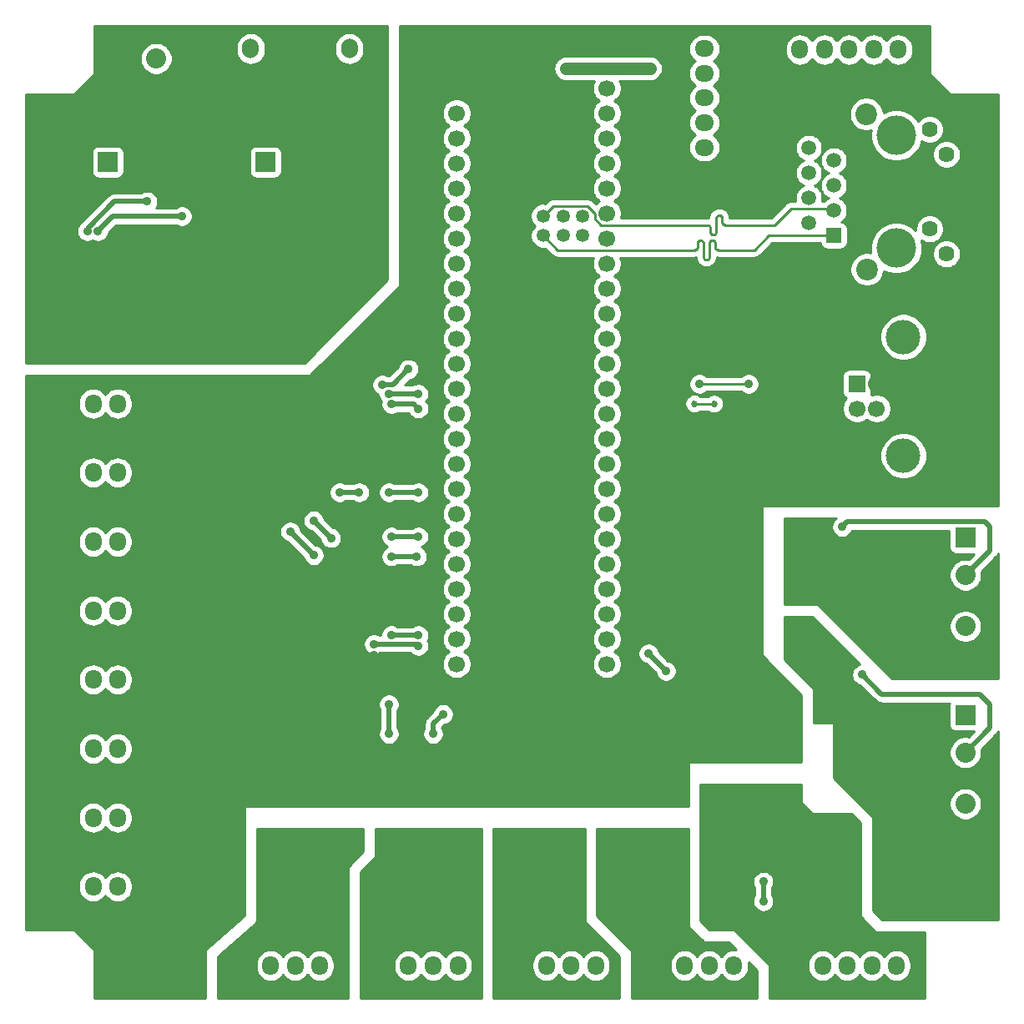
<source format=gbl>
G04 #@! TF.GenerationSoftware,KiCad,Pcbnew,5.1.10-88a1d61d58~90~ubuntu20.04.1*
G04 #@! TF.CreationDate,2021-11-01T21:41:42-04:00*
G04 #@! TF.ProjectId,control,636f6e74-726f-46c2-9e6b-696361645f70,rev?*
G04 #@! TF.SameCoordinates,Original*
G04 #@! TF.FileFunction,Copper,L2,Bot*
G04 #@! TF.FilePolarity,Positive*
%FSLAX46Y46*%
G04 Gerber Fmt 4.6, Leading zero omitted, Abs format (unit mm)*
G04 Created by KiCad (PCBNEW 5.1.10-88a1d61d58~90~ubuntu20.04.1) date 2021-11-01 21:41:42*
%MOMM*%
%LPD*%
G01*
G04 APERTURE LIST*
G04 #@! TA.AperFunction,ComponentPad*
%ADD10C,1.500000*%
G04 #@! TD*
G04 #@! TA.AperFunction,ComponentPad*
%ADD11R,1.500000X1.500000*%
G04 #@! TD*
G04 #@! TA.AperFunction,ComponentPad*
%ADD12C,1.620000*%
G04 #@! TD*
G04 #@! TA.AperFunction,ComponentPad*
%ADD13C,2.200000*%
G04 #@! TD*
G04 #@! TA.AperFunction,ComponentPad*
%ADD14C,4.000000*%
G04 #@! TD*
G04 #@! TA.AperFunction,ComponentPad*
%ADD15O,1.950000X1.700000*%
G04 #@! TD*
G04 #@! TA.AperFunction,ComponentPad*
%ADD16C,1.350000*%
G04 #@! TD*
G04 #@! TA.AperFunction,ComponentPad*
%ADD17C,1.700000*%
G04 #@! TD*
G04 #@! TA.AperFunction,ComponentPad*
%ADD18C,2.032000*%
G04 #@! TD*
G04 #@! TA.AperFunction,ComponentPad*
%ADD19R,2.032000X2.032000*%
G04 #@! TD*
G04 #@! TA.AperFunction,ComponentPad*
%ADD20O,1.700000X1.950000*%
G04 #@! TD*
G04 #@! TA.AperFunction,ComponentPad*
%ADD21C,3.500000*%
G04 #@! TD*
G04 #@! TA.AperFunction,ComponentPad*
%ADD22R,1.700000X1.700000*%
G04 #@! TD*
G04 #@! TA.AperFunction,ComponentPad*
%ADD23O,1.700000X2.000000*%
G04 #@! TD*
G04 #@! TA.AperFunction,ComponentPad*
%ADD24C,2.000000*%
G04 #@! TD*
G04 #@! TA.AperFunction,ComponentPad*
%ADD25R,2.000000X2.000000*%
G04 #@! TD*
G04 #@! TA.AperFunction,ViaPad*
%ADD26C,0.889000*%
G04 #@! TD*
G04 #@! TA.AperFunction,ViaPad*
%ADD27C,0.685800*%
G04 #@! TD*
G04 #@! TA.AperFunction,Conductor*
%ADD28C,1.270000*%
G04 #@! TD*
G04 #@! TA.AperFunction,Conductor*
%ADD29C,0.254000*%
G04 #@! TD*
G04 #@! TA.AperFunction,Conductor*
%ADD30C,0.508000*%
G04 #@! TD*
G04 #@! TA.AperFunction,Conductor*
%ADD31C,0.100000*%
G04 #@! TD*
G04 APERTURE END LIST*
D10*
X100110000Y-33055000D03*
X100110000Y-35595000D03*
X100110000Y-38135000D03*
X100110000Y-40675000D03*
X102650000Y-34325000D03*
X102650000Y-36865000D03*
X102650000Y-39405000D03*
D11*
X102650000Y-41945000D03*
D12*
X114080000Y-43825000D03*
X112380000Y-31175000D03*
X114080000Y-33715000D03*
X112380000Y-41285000D03*
D13*
X106000000Y-45375000D03*
X105950000Y-29625000D03*
D14*
X109000000Y-31785000D03*
X109000000Y-43215000D03*
D15*
X89500000Y-23000000D03*
X89500000Y-25500000D03*
X89500000Y-28000000D03*
X89500000Y-30500000D03*
X89500000Y-33000000D03*
G04 #@! TA.AperFunction,ComponentPad*
G36*
G01*
X90225000Y-36350000D02*
X88775000Y-36350000D01*
G75*
G02*
X88525000Y-36100000I0J250000D01*
G01*
X88525000Y-34900000D01*
G75*
G02*
X88775000Y-34650000I250000J0D01*
G01*
X90225000Y-34650000D01*
G75*
G02*
X90475000Y-34900000I0J-250000D01*
G01*
X90475000Y-36100000D01*
G75*
G02*
X90225000Y-36350000I-250000J0D01*
G01*
G37*
G04 #@! TD.AperFunction*
D16*
X73170000Y-41970000D03*
X75170000Y-41970000D03*
X77170000Y-41970000D03*
X73170000Y-39970000D03*
X75170000Y-39970000D03*
X77170000Y-39970000D03*
D17*
X79620000Y-27000000D03*
X79620000Y-29540000D03*
X79620000Y-32080000D03*
X79620000Y-34620000D03*
X79620000Y-37160000D03*
X79620000Y-39700000D03*
X79620000Y-42240000D03*
X79620000Y-44780000D03*
X79620000Y-47320000D03*
X79620000Y-49860000D03*
X79620000Y-52400000D03*
X79620000Y-54940000D03*
X79620000Y-57480000D03*
X79620000Y-60020000D03*
X79620000Y-62560000D03*
X79620000Y-65100000D03*
X79620000Y-67640000D03*
X79620000Y-70180000D03*
X79620000Y-72720000D03*
X79620000Y-75260000D03*
X79620000Y-77800000D03*
X79620000Y-80340000D03*
X79620000Y-82880000D03*
X79620000Y-85420000D03*
X64380000Y-85420000D03*
X64380000Y-82880000D03*
X64380000Y-80340000D03*
X64380000Y-77800000D03*
X64380000Y-75260000D03*
X64380000Y-72720000D03*
X64380000Y-70180000D03*
X64380000Y-67640000D03*
X64380000Y-65100000D03*
X64380000Y-62560000D03*
X64380000Y-60020000D03*
X64380000Y-57480000D03*
X64380000Y-54940000D03*
X64380000Y-52400000D03*
X64380000Y-49860000D03*
X64380000Y-47320000D03*
X64380000Y-44780000D03*
X64380000Y-42240000D03*
X64380000Y-39700000D03*
X64380000Y-37160000D03*
X64380000Y-34620000D03*
X64380000Y-32080000D03*
X64380000Y-29540000D03*
X64380000Y-27000000D03*
D18*
X116000000Y-94405000D03*
D19*
X116000000Y-90595000D03*
D18*
X116000000Y-99595000D03*
D19*
X116000000Y-103405000D03*
D18*
X116000000Y-76405000D03*
D19*
X116000000Y-72595000D03*
D18*
X116000000Y-81595000D03*
D19*
X116000000Y-85405000D03*
G04 #@! TA.AperFunction,SMDPad,CuDef*
G36*
G01*
X58937500Y-28625001D02*
X58937500Y-27374999D01*
G75*
G02*
X59187499Y-27125000I249999J0D01*
G01*
X59812501Y-27125000D01*
G75*
G02*
X60062500Y-27374999I0J-249999D01*
G01*
X60062500Y-28625001D01*
G75*
G02*
X59812501Y-28875000I-249999J0D01*
G01*
X59187499Y-28875000D01*
G75*
G02*
X58937500Y-28625001I0J249999D01*
G01*
G37*
G04 #@! TD.AperFunction*
G04 #@! TA.AperFunction,SMDPad,CuDef*
G36*
G01*
X56012500Y-28625001D02*
X56012500Y-27374999D01*
G75*
G02*
X56262499Y-27125000I249999J0D01*
G01*
X56887501Y-27125000D01*
G75*
G02*
X57137500Y-27374999I0J-249999D01*
G01*
X57137500Y-28625001D01*
G75*
G02*
X56887501Y-28875000I-249999J0D01*
G01*
X56262499Y-28875000D01*
G75*
G02*
X56012500Y-28625001I0J249999D01*
G01*
G37*
G04 #@! TD.AperFunction*
D20*
X109195354Y-23090000D03*
X106695354Y-23090000D03*
X104195354Y-23090000D03*
X101695354Y-23090000D03*
X99195354Y-23090000D03*
G04 #@! TA.AperFunction,ComponentPad*
G36*
G01*
X95845354Y-23815000D02*
X95845354Y-22365000D01*
G75*
G02*
X96095354Y-22115000I250000J0D01*
G01*
X97295354Y-22115000D01*
G75*
G02*
X97545354Y-22365000I0J-250000D01*
G01*
X97545354Y-23815000D01*
G75*
G02*
X97295354Y-24065000I-250000J0D01*
G01*
X96095354Y-24065000D01*
G75*
G02*
X95845354Y-23815000I0J250000D01*
G01*
G37*
G04 #@! TD.AperFunction*
D21*
X109710000Y-64270000D03*
X109710000Y-52230000D03*
D17*
X107000000Y-57000000D03*
X107000000Y-59500000D03*
X105000000Y-59500000D03*
D22*
X105000000Y-57000000D03*
D20*
X109000000Y-116000000D03*
X106500000Y-116000000D03*
X104000000Y-116000000D03*
X101500000Y-116000000D03*
G04 #@! TA.AperFunction,ComponentPad*
G36*
G01*
X98150000Y-116725000D02*
X98150000Y-115275000D01*
G75*
G02*
X98400000Y-115025000I250000J0D01*
G01*
X99600000Y-115025000D01*
G75*
G02*
X99850000Y-115275000I0J-250000D01*
G01*
X99850000Y-116725000D01*
G75*
G02*
X99600000Y-116975000I-250000J0D01*
G01*
X98400000Y-116975000D01*
G75*
G02*
X98150000Y-116725000I0J250000D01*
G01*
G37*
G04 #@! TD.AperFunction*
X92500000Y-116000000D03*
X90000000Y-116000000D03*
X87500000Y-116000000D03*
G04 #@! TA.AperFunction,ComponentPad*
G36*
G01*
X84150000Y-116725000D02*
X84150000Y-115275000D01*
G75*
G02*
X84400000Y-115025000I250000J0D01*
G01*
X85600000Y-115025000D01*
G75*
G02*
X85850000Y-115275000I0J-250000D01*
G01*
X85850000Y-116725000D01*
G75*
G02*
X85600000Y-116975000I-250000J0D01*
G01*
X84400000Y-116975000D01*
G75*
G02*
X84150000Y-116725000I0J250000D01*
G01*
G37*
G04 #@! TD.AperFunction*
X78500000Y-116000000D03*
X76000000Y-116000000D03*
X73500000Y-116000000D03*
G04 #@! TA.AperFunction,ComponentPad*
G36*
G01*
X70150000Y-116725000D02*
X70150000Y-115275000D01*
G75*
G02*
X70400000Y-115025000I250000J0D01*
G01*
X71600000Y-115025000D01*
G75*
G02*
X71850000Y-115275000I0J-250000D01*
G01*
X71850000Y-116725000D01*
G75*
G02*
X71600000Y-116975000I-250000J0D01*
G01*
X70400000Y-116975000D01*
G75*
G02*
X70150000Y-116725000I0J250000D01*
G01*
G37*
G04 #@! TD.AperFunction*
X64500000Y-116000000D03*
X62000000Y-116000000D03*
X59500000Y-116000000D03*
G04 #@! TA.AperFunction,ComponentPad*
G36*
G01*
X56150000Y-116725000D02*
X56150000Y-115275000D01*
G75*
G02*
X56400000Y-115025000I250000J0D01*
G01*
X57600000Y-115025000D01*
G75*
G02*
X57850000Y-115275000I0J-250000D01*
G01*
X57850000Y-116725000D01*
G75*
G02*
X57600000Y-116975000I-250000J0D01*
G01*
X56400000Y-116975000D01*
G75*
G02*
X56150000Y-116725000I0J250000D01*
G01*
G37*
G04 #@! TD.AperFunction*
X50500000Y-116000000D03*
X48000000Y-116000000D03*
X45500000Y-116000000D03*
G04 #@! TA.AperFunction,ComponentPad*
G36*
G01*
X42150000Y-116725000D02*
X42150000Y-115275000D01*
G75*
G02*
X42400000Y-115025000I250000J0D01*
G01*
X43600000Y-115025000D01*
G75*
G02*
X43850000Y-115275000I0J-250000D01*
G01*
X43850000Y-116725000D01*
G75*
G02*
X43600000Y-116975000I-250000J0D01*
G01*
X42400000Y-116975000D01*
G75*
G02*
X42150000Y-116725000I0J250000D01*
G01*
G37*
G04 #@! TD.AperFunction*
X30000000Y-108000000D03*
X27500000Y-108000000D03*
G04 #@! TA.AperFunction,ComponentPad*
G36*
G01*
X24150000Y-108725000D02*
X24150000Y-107275000D01*
G75*
G02*
X24400000Y-107025000I250000J0D01*
G01*
X25600000Y-107025000D01*
G75*
G02*
X25850000Y-107275000I0J-250000D01*
G01*
X25850000Y-108725000D01*
G75*
G02*
X25600000Y-108975000I-250000J0D01*
G01*
X24400000Y-108975000D01*
G75*
G02*
X24150000Y-108725000I0J250000D01*
G01*
G37*
G04 #@! TD.AperFunction*
X30000000Y-94000000D03*
X27500000Y-94000000D03*
G04 #@! TA.AperFunction,ComponentPad*
G36*
G01*
X24150000Y-94725000D02*
X24150000Y-93275000D01*
G75*
G02*
X24400000Y-93025000I250000J0D01*
G01*
X25600000Y-93025000D01*
G75*
G02*
X25850000Y-93275000I0J-250000D01*
G01*
X25850000Y-94725000D01*
G75*
G02*
X25600000Y-94975000I-250000J0D01*
G01*
X24400000Y-94975000D01*
G75*
G02*
X24150000Y-94725000I0J250000D01*
G01*
G37*
G04 #@! TD.AperFunction*
X30000000Y-80000000D03*
X27500000Y-80000000D03*
G04 #@! TA.AperFunction,ComponentPad*
G36*
G01*
X24150000Y-80725000D02*
X24150000Y-79275000D01*
G75*
G02*
X24400000Y-79025000I250000J0D01*
G01*
X25600000Y-79025000D01*
G75*
G02*
X25850000Y-79275000I0J-250000D01*
G01*
X25850000Y-80725000D01*
G75*
G02*
X25600000Y-80975000I-250000J0D01*
G01*
X24400000Y-80975000D01*
G75*
G02*
X24150000Y-80725000I0J250000D01*
G01*
G37*
G04 #@! TD.AperFunction*
X30000000Y-66000000D03*
X27500000Y-66000000D03*
G04 #@! TA.AperFunction,ComponentPad*
G36*
G01*
X24150000Y-66725000D02*
X24150000Y-65275000D01*
G75*
G02*
X24400000Y-65025000I250000J0D01*
G01*
X25600000Y-65025000D01*
G75*
G02*
X25850000Y-65275000I0J-250000D01*
G01*
X25850000Y-66725000D01*
G75*
G02*
X25600000Y-66975000I-250000J0D01*
G01*
X24400000Y-66975000D01*
G75*
G02*
X24150000Y-66725000I0J250000D01*
G01*
G37*
G04 #@! TD.AperFunction*
X30000000Y-101000000D03*
X27500000Y-101000000D03*
G04 #@! TA.AperFunction,ComponentPad*
G36*
G01*
X24150000Y-101725000D02*
X24150000Y-100275000D01*
G75*
G02*
X24400000Y-100025000I250000J0D01*
G01*
X25600000Y-100025000D01*
G75*
G02*
X25850000Y-100275000I0J-250000D01*
G01*
X25850000Y-101725000D01*
G75*
G02*
X25600000Y-101975000I-250000J0D01*
G01*
X24400000Y-101975000D01*
G75*
G02*
X24150000Y-101725000I0J250000D01*
G01*
G37*
G04 #@! TD.AperFunction*
X30000000Y-87000000D03*
X27500000Y-87000000D03*
G04 #@! TA.AperFunction,ComponentPad*
G36*
G01*
X24150000Y-87725000D02*
X24150000Y-86275000D01*
G75*
G02*
X24400000Y-86025000I250000J0D01*
G01*
X25600000Y-86025000D01*
G75*
G02*
X25850000Y-86275000I0J-250000D01*
G01*
X25850000Y-87725000D01*
G75*
G02*
X25600000Y-87975000I-250000J0D01*
G01*
X24400000Y-87975000D01*
G75*
G02*
X24150000Y-87725000I0J250000D01*
G01*
G37*
G04 #@! TD.AperFunction*
X30000000Y-73000000D03*
X27500000Y-73000000D03*
G04 #@! TA.AperFunction,ComponentPad*
G36*
G01*
X24150000Y-73725000D02*
X24150000Y-72275000D01*
G75*
G02*
X24400000Y-72025000I250000J0D01*
G01*
X25600000Y-72025000D01*
G75*
G02*
X25850000Y-72275000I0J-250000D01*
G01*
X25850000Y-73725000D01*
G75*
G02*
X25600000Y-73975000I-250000J0D01*
G01*
X24400000Y-73975000D01*
G75*
G02*
X24150000Y-73725000I0J250000D01*
G01*
G37*
G04 #@! TD.AperFunction*
X30000000Y-59000000D03*
X27500000Y-59000000D03*
G04 #@! TA.AperFunction,ComponentPad*
G36*
G01*
X24150000Y-59725000D02*
X24150000Y-58275000D01*
G75*
G02*
X24400000Y-58025000I250000J0D01*
G01*
X25600000Y-58025000D01*
G75*
G02*
X25850000Y-58275000I0J-250000D01*
G01*
X25850000Y-59725000D01*
G75*
G02*
X25600000Y-59975000I-250000J0D01*
G01*
X24400000Y-59975000D01*
G75*
G02*
X24150000Y-59725000I0J250000D01*
G01*
G37*
G04 #@! TD.AperFunction*
D23*
X53500000Y-23000000D03*
G04 #@! TA.AperFunction,ComponentPad*
G36*
G01*
X50150000Y-23750000D02*
X50150000Y-22250000D01*
G75*
G02*
X50400000Y-22000000I250000J0D01*
G01*
X51600000Y-22000000D01*
G75*
G02*
X51850000Y-22250000I0J-250000D01*
G01*
X51850000Y-23750000D01*
G75*
G02*
X51600000Y-24000000I-250000J0D01*
G01*
X50400000Y-24000000D01*
G75*
G02*
X50150000Y-23750000I0J250000D01*
G01*
G37*
G04 #@! TD.AperFunction*
X43500000Y-23000000D03*
G04 #@! TA.AperFunction,ComponentPad*
G36*
G01*
X40150000Y-23750000D02*
X40150000Y-22250000D01*
G75*
G02*
X40400000Y-22000000I250000J0D01*
G01*
X41600000Y-22000000D01*
G75*
G02*
X41850000Y-22250000I0J-250000D01*
G01*
X41850000Y-23750000D01*
G75*
G02*
X41600000Y-24000000I-250000J0D01*
G01*
X40400000Y-24000000D01*
G75*
G02*
X40150000Y-23750000I0J250000D01*
G01*
G37*
G04 #@! TD.AperFunction*
D18*
X33905000Y-24000000D03*
D19*
X30095000Y-24000000D03*
D24*
X40000000Y-34500000D03*
D25*
X45000000Y-34500000D03*
D24*
X24000000Y-34500000D03*
D25*
X29000000Y-34500000D03*
D26*
X32000000Y-44000000D03*
X33500000Y-44000000D03*
X36000000Y-38500000D03*
X23000000Y-41000000D03*
X21500000Y-41000000D03*
X21500000Y-42500000D03*
X23000000Y-42500000D03*
X23000000Y-44000000D03*
X21500000Y-44000000D03*
X21500000Y-45500000D03*
X23000000Y-45500000D03*
X23000000Y-47000000D03*
X21500000Y-47000000D03*
X51500000Y-32000000D03*
X51500000Y-33500000D03*
X52500000Y-32000000D03*
X52500000Y-33500000D03*
X54000000Y-48000000D03*
X55000000Y-48000000D03*
X51000000Y-46000000D03*
X53000000Y-39500000D03*
X53000000Y-40500000D03*
X53000000Y-42000000D03*
X53000000Y-43000000D03*
X23000000Y-48500000D03*
X21500000Y-48500000D03*
X21500000Y-50000000D03*
X23000000Y-50000000D03*
X23000000Y-39500000D03*
X21500000Y-39500000D03*
X24500000Y-39500000D03*
X26000000Y-39500000D03*
X76500000Y-25000000D03*
X75494980Y-25005020D03*
X77494980Y-25005020D03*
X82000000Y-25000000D03*
X83000000Y-25000000D03*
X84000000Y-25000000D03*
X94000000Y-57000000D03*
X89000000Y-57000000D03*
X85635974Y-86135974D03*
X83864664Y-84364664D03*
X28000000Y-41500000D03*
X36500000Y-40000000D03*
X33000000Y-38500000D03*
X26910997Y-41500000D03*
X75000000Y-98500000D03*
X78500000Y-96500000D03*
X82500000Y-98500000D03*
X86000000Y-96500000D03*
X71000000Y-96500000D03*
X67500000Y-98500000D03*
X63500000Y-96500000D03*
X60000000Y-98500000D03*
X56000000Y-96500000D03*
X52500000Y-98500000D03*
X48500000Y-96500000D03*
X46000000Y-96500000D03*
X41500000Y-108000000D03*
X41500000Y-101000000D03*
X41500000Y-94000000D03*
X41500000Y-87000000D03*
X41500000Y-80000000D03*
X41500000Y-73000000D03*
X41500000Y-66000000D03*
X41500000Y-59000000D03*
X113000000Y-68000000D03*
X96507505Y-64011258D03*
X47000000Y-82500000D03*
X47000000Y-59500000D03*
X57500000Y-63500000D03*
X56000000Y-84500000D03*
X90500000Y-92000000D03*
X93000000Y-92000000D03*
X99000000Y-92500000D03*
X64500000Y-21500000D03*
X88000000Y-64500000D03*
X92000000Y-79500000D03*
X92000000Y-82500000D03*
D27*
X103000000Y-68000000D03*
X98500000Y-51000000D03*
D26*
X100000000Y-110000000D03*
X98500000Y-105500000D03*
X101500000Y-106500000D03*
X90500000Y-107000000D03*
X89500000Y-99000000D03*
X90500000Y-104000000D03*
X95500000Y-109500000D03*
X95500000Y-107500000D03*
X52500000Y-103500000D03*
X48500000Y-105500000D03*
X46000000Y-105500000D03*
X60000000Y-103500000D03*
X63500000Y-105500000D03*
X55500000Y-106500000D03*
X75000000Y-103500000D03*
X71500000Y-105500000D03*
X68500000Y-105500000D03*
X79006500Y-105500000D03*
X82500000Y-103500000D03*
X86000000Y-105500000D03*
X103500000Y-71500000D03*
X105500000Y-86500000D03*
X57500000Y-92500000D03*
X57500000Y-89500000D03*
X62000000Y-92500000D03*
X63000000Y-90500000D03*
X57500000Y-68000000D03*
X52500000Y-68000000D03*
X54500000Y-68000000D03*
X60500000Y-68000000D03*
X49865302Y-70865302D03*
X51636612Y-72636612D03*
X57780510Y-72500000D03*
X60500000Y-72500000D03*
X47500000Y-72000000D03*
X49886612Y-74386612D03*
X57780510Y-74500000D03*
X60339510Y-74500000D03*
X60500000Y-59500000D03*
X57780510Y-59052253D03*
X57500000Y-58000000D03*
X60500000Y-58000000D03*
X56847177Y-57083499D03*
X59500000Y-55500000D03*
X56000000Y-83398500D03*
X60500000Y-83589003D03*
X57780510Y-82500000D03*
X60500000Y-82500000D03*
D27*
X90500691Y-59000691D03*
X88500000Y-59000000D03*
D28*
X81994980Y-25005020D02*
X82000000Y-25000000D01*
X75494980Y-25005020D02*
X81994980Y-25005020D01*
X84000000Y-25000000D02*
X82000000Y-25000000D01*
D29*
X94000000Y-57000000D02*
X89000000Y-57000000D01*
D30*
X85635974Y-86135974D02*
X83864664Y-84364664D01*
X29500000Y-40000000D02*
X36500000Y-40000000D01*
X28000000Y-41500000D02*
X29500000Y-40000000D01*
X26910997Y-41259221D02*
X26910997Y-41500000D01*
X29670218Y-38500000D02*
X26910997Y-41259221D01*
X33000000Y-38500000D02*
X29670218Y-38500000D01*
X95500000Y-109500000D02*
X95500000Y-107500000D01*
X104000000Y-71000000D02*
X103500000Y-71500000D01*
X118000000Y-71000000D02*
X104000000Y-71000000D01*
X118500000Y-71500000D02*
X118000000Y-71000000D01*
X118500000Y-73905000D02*
X118500000Y-71500000D01*
X116000000Y-76405000D02*
X118500000Y-73905000D01*
X118500000Y-91905000D02*
X116000000Y-94405000D01*
X118500000Y-89500000D02*
X118500000Y-91905000D01*
X117500000Y-88500000D02*
X118500000Y-89500000D01*
X107500000Y-88500000D02*
X117500000Y-88500000D01*
X105500000Y-86500000D02*
X107500000Y-88500000D01*
X57500000Y-92500000D02*
X57500000Y-89500000D01*
X62000000Y-91500000D02*
X63000000Y-90500000D01*
X62000000Y-92500000D02*
X62000000Y-91500000D01*
X52500000Y-68000000D02*
X54500000Y-68000000D01*
X57500000Y-68000000D02*
X60500000Y-68000000D01*
X49865302Y-70865302D02*
X51636612Y-72636612D01*
X57780510Y-72500000D02*
X60500000Y-72500000D01*
X47500000Y-72000000D02*
X49886612Y-74386612D01*
X57780510Y-74500000D02*
X60339510Y-74500000D01*
X60052253Y-59052253D02*
X60500000Y-59500000D01*
X57780510Y-59052253D02*
X60052253Y-59052253D01*
X57500000Y-58000000D02*
X60500000Y-58000000D01*
X57916501Y-57083499D02*
X59500000Y-55500000D01*
X56847177Y-57083499D02*
X57916501Y-57083499D01*
X60309497Y-83398500D02*
X60500000Y-83589003D01*
X56000000Y-83398500D02*
X60309497Y-83398500D01*
X57780510Y-82500000D02*
X60500000Y-82500000D01*
D29*
X78442999Y-39760037D02*
X77650961Y-38967999D01*
X79055039Y-40877001D02*
X78442999Y-40264961D01*
X90093289Y-41046836D02*
X90057548Y-40989955D01*
X90122999Y-41177001D02*
X90115477Y-41110245D01*
X90130520Y-41643758D02*
X90122999Y-41577001D01*
X90188449Y-41764048D02*
X90152708Y-41707167D01*
X90235952Y-41811551D02*
X90188449Y-41764048D01*
X90292833Y-41847292D02*
X90235952Y-41811551D01*
X90115477Y-41110245D02*
X90093289Y-41046836D01*
X90422999Y-41877001D02*
X90356242Y-41869480D01*
X74172001Y-38967999D02*
X73170000Y-39970000D01*
X90553164Y-41847292D02*
X90489755Y-41869480D01*
X78442999Y-40264961D02*
X78442999Y-39760037D01*
X90356242Y-41869480D02*
X90292833Y-41847292D01*
X90693289Y-41707167D02*
X90657548Y-41764048D01*
X90010045Y-40942452D02*
X89953164Y-40906711D01*
X91322999Y-40577001D02*
X91322999Y-40177001D01*
X102457001Y-39212001D02*
X98287999Y-39212001D01*
X90057548Y-40989955D02*
X90010045Y-40942452D01*
X91352708Y-40707166D02*
X91330520Y-40643757D01*
X90657548Y-41764048D02*
X90610045Y-41811551D01*
X91556242Y-40869479D02*
X91492833Y-40847291D01*
X90122999Y-41577001D02*
X90122999Y-41177001D01*
X91388449Y-40764047D02*
X91352708Y-40707166D01*
X77650961Y-38967999D02*
X74172001Y-38967999D01*
X96622999Y-40877001D02*
X91622999Y-40877001D01*
X91435952Y-40811550D02*
X91388449Y-40764047D01*
X90788449Y-39989954D02*
X90752708Y-40046835D01*
X91492833Y-40847291D02*
X91435952Y-40811550D01*
X90152708Y-41707167D02*
X90130520Y-41643758D01*
X91330520Y-40643757D02*
X91322999Y-40577001D01*
X91622999Y-40877001D02*
X91556242Y-40869479D01*
X91153164Y-39906710D02*
X91089755Y-39884522D01*
X90835952Y-39942451D02*
X90788449Y-39989954D01*
X98287999Y-39212001D02*
X96622999Y-40877001D01*
X90752708Y-40046835D02*
X90730520Y-40110244D01*
X89953164Y-40906711D02*
X89889755Y-40884523D01*
X91322999Y-40177001D02*
X91315477Y-40110244D01*
X89822999Y-40877001D02*
X79055039Y-40877001D01*
X90610045Y-41811551D02*
X90553164Y-41847292D01*
X102650000Y-39405000D02*
X102457001Y-39212001D01*
X91315477Y-40110244D02*
X91293289Y-40046835D01*
X91293289Y-40046835D02*
X91257548Y-39989954D01*
X91210045Y-39942451D02*
X91153164Y-39906710D01*
X91089755Y-39884522D02*
X91022999Y-39877001D01*
X90730520Y-40110244D02*
X90722999Y-40177001D01*
X89889755Y-40884523D02*
X89822999Y-40877001D01*
X90956242Y-39884522D02*
X90892833Y-39906710D01*
X90722999Y-40177001D02*
X90722999Y-41577001D01*
X90489755Y-41869480D02*
X90422999Y-41877001D01*
X91257548Y-39989954D02*
X91210045Y-39942451D01*
X90715477Y-41643758D02*
X90693289Y-41707167D01*
X90892833Y-39906710D02*
X90835952Y-39942451D01*
X91022999Y-39877001D02*
X90956242Y-39884522D01*
X90722999Y-41577001D02*
X90715477Y-41643758D01*
X74617001Y-43417001D02*
X73170000Y-41970000D01*
X88583757Y-43409479D02*
X88517001Y-43417001D01*
X88647166Y-43387291D02*
X88583757Y-43409479D01*
X88704047Y-43351550D02*
X88647166Y-43387291D01*
X88751550Y-43304047D02*
X88704047Y-43351550D01*
X90009479Y-44183758D02*
X89987291Y-44247167D01*
X90017001Y-42717001D02*
X90017001Y-44117001D01*
X90017001Y-44117001D02*
X90009479Y-44183758D01*
X89409479Y-42650244D02*
X89387291Y-42586835D01*
X90046710Y-42586835D02*
X90024522Y-42650244D01*
X89847166Y-44387292D02*
X89783757Y-44409480D01*
X90082451Y-42529954D02*
X90046710Y-42586835D01*
X90917001Y-43417001D02*
X90850244Y-43409479D01*
X90504047Y-42482451D02*
X90447166Y-42446710D01*
X90186835Y-42446710D02*
X90129954Y-42482451D01*
X89987291Y-44247167D02*
X89951550Y-44304048D01*
X89783757Y-44409480D02*
X89717001Y-44417001D01*
X88882451Y-42529954D02*
X88846710Y-42586835D01*
X90551550Y-42529954D02*
X90504047Y-42482451D01*
X89424522Y-44183758D02*
X89417001Y-44117001D01*
X90587291Y-42586835D02*
X90551550Y-42529954D01*
X96055000Y-41945000D02*
X94582999Y-43417001D01*
X102650000Y-41945000D02*
X96055000Y-41945000D01*
X90129954Y-42482451D02*
X90082451Y-42529954D01*
X89050244Y-42424522D02*
X88986835Y-42446710D01*
X90682451Y-43304047D02*
X90646710Y-43247166D01*
X88986835Y-42446710D02*
X88929954Y-42482451D01*
X90609479Y-42650244D02*
X90587291Y-42586835D01*
X90317001Y-42417001D02*
X90250244Y-42424522D01*
X90624522Y-43183757D02*
X90617001Y-43117001D01*
X94582999Y-43417001D02*
X90917001Y-43417001D01*
X89183757Y-42424522D02*
X89117001Y-42417001D01*
X88517001Y-43417001D02*
X74617001Y-43417001D01*
X90617001Y-42717001D02*
X90609479Y-42650244D01*
X90850244Y-43409479D02*
X90786835Y-43387291D01*
X89904047Y-44351551D02*
X89847166Y-44387292D01*
X89650244Y-44409480D02*
X89586835Y-44387292D01*
X90024522Y-42650244D02*
X90017001Y-42717001D01*
X90250244Y-42424522D02*
X90186835Y-42446710D01*
X90646710Y-43247166D02*
X90624522Y-43183757D01*
X89586835Y-44387292D02*
X89529954Y-44351551D01*
X88817001Y-42717001D02*
X88817001Y-43117001D01*
X90786835Y-43387291D02*
X90729954Y-43351550D01*
X89417001Y-42717001D02*
X89409479Y-42650244D01*
X89351550Y-42529954D02*
X89304047Y-42482451D01*
X90617001Y-43117001D02*
X90617001Y-42717001D01*
X89951550Y-44304048D02*
X89904047Y-44351551D01*
X88929954Y-42482451D02*
X88882451Y-42529954D01*
X89717001Y-44417001D02*
X89650244Y-44409480D01*
X89482451Y-44304048D02*
X89446710Y-44247167D01*
X90729954Y-43351550D02*
X90682451Y-43304047D01*
X89529954Y-44351551D02*
X89482451Y-44304048D01*
X89387291Y-42586835D02*
X89351550Y-42529954D01*
X90383757Y-42424522D02*
X90317001Y-42417001D01*
X89446710Y-44247167D02*
X89424522Y-44183758D01*
X88787291Y-43247166D02*
X88751550Y-43304047D01*
X89417001Y-44117001D02*
X89417001Y-42717001D01*
X89304047Y-42482451D02*
X89247166Y-42446710D01*
X88817001Y-43117001D02*
X88809479Y-43183757D01*
X88846710Y-42586835D02*
X88824522Y-42650244D01*
X89247166Y-42446710D02*
X89183757Y-42424522D01*
X89117001Y-42417001D02*
X89050244Y-42424522D01*
X90447166Y-42446710D02*
X90383757Y-42424522D01*
X88824522Y-42650244D02*
X88817001Y-42717001D01*
X88809479Y-43183757D02*
X88787291Y-43247166D01*
X88500691Y-59000691D02*
X88500000Y-59000000D01*
X90500691Y-59000691D02*
X88500691Y-59000691D01*
X57373000Y-46447394D02*
X48947394Y-54873000D01*
X20660000Y-54873000D01*
X20660000Y-41393679D01*
X25831497Y-41393679D01*
X25831497Y-41606321D01*
X25872982Y-41814878D01*
X25954357Y-42011335D01*
X26072495Y-42188141D01*
X26222856Y-42338502D01*
X26399662Y-42456640D01*
X26596119Y-42538015D01*
X26804676Y-42579500D01*
X27017318Y-42579500D01*
X27225875Y-42538015D01*
X27422332Y-42456640D01*
X27455499Y-42434479D01*
X27488665Y-42456640D01*
X27685122Y-42538015D01*
X27893679Y-42579500D01*
X28106321Y-42579500D01*
X28314878Y-42538015D01*
X28511335Y-42456640D01*
X28688141Y-42338502D01*
X28838502Y-42188141D01*
X28956640Y-42011335D01*
X29038015Y-41814878D01*
X29061767Y-41695468D01*
X29868235Y-40889000D01*
X35887435Y-40889000D01*
X35988665Y-40956640D01*
X36185122Y-41038015D01*
X36393679Y-41079500D01*
X36606321Y-41079500D01*
X36814878Y-41038015D01*
X37011335Y-40956640D01*
X37188141Y-40838502D01*
X37338502Y-40688141D01*
X37456640Y-40511335D01*
X37538015Y-40314878D01*
X37579500Y-40106321D01*
X37579500Y-39893679D01*
X37538015Y-39685122D01*
X37456640Y-39488665D01*
X37338502Y-39311859D01*
X37188141Y-39161498D01*
X37011335Y-39043360D01*
X36814878Y-38961985D01*
X36606321Y-38920500D01*
X36393679Y-38920500D01*
X36185122Y-38961985D01*
X35988665Y-39043360D01*
X35887435Y-39111000D01*
X33890046Y-39111000D01*
X33956640Y-39011335D01*
X34038015Y-38814878D01*
X34079500Y-38606321D01*
X34079500Y-38393679D01*
X34038015Y-38185122D01*
X33956640Y-37988665D01*
X33838502Y-37811859D01*
X33688141Y-37661498D01*
X33511335Y-37543360D01*
X33314878Y-37461985D01*
X33106321Y-37420500D01*
X32893679Y-37420500D01*
X32685122Y-37461985D01*
X32488665Y-37543360D01*
X32387435Y-37611000D01*
X29713878Y-37611000D01*
X29670218Y-37606700D01*
X29626558Y-37611000D01*
X29626551Y-37611000D01*
X29512543Y-37622229D01*
X29495943Y-37623864D01*
X29422976Y-37645998D01*
X29328367Y-37674697D01*
X29173927Y-37757247D01*
X29038559Y-37868341D01*
X29010724Y-37902258D01*
X26313261Y-40599722D01*
X26304282Y-40607091D01*
X26222856Y-40661498D01*
X26072495Y-40811859D01*
X25954357Y-40988665D01*
X25872982Y-41185122D01*
X25831497Y-41393679D01*
X20660000Y-41393679D01*
X20660000Y-33500000D01*
X27361928Y-33500000D01*
X27361928Y-35500000D01*
X27374188Y-35624482D01*
X27410498Y-35744180D01*
X27469463Y-35854494D01*
X27548815Y-35951185D01*
X27645506Y-36030537D01*
X27755820Y-36089502D01*
X27875518Y-36125812D01*
X28000000Y-36138072D01*
X30000000Y-36138072D01*
X30124482Y-36125812D01*
X30244180Y-36089502D01*
X30354494Y-36030537D01*
X30451185Y-35951185D01*
X30530537Y-35854494D01*
X30589502Y-35744180D01*
X30625812Y-35624482D01*
X30638072Y-35500000D01*
X30638072Y-33500000D01*
X43361928Y-33500000D01*
X43361928Y-35500000D01*
X43374188Y-35624482D01*
X43410498Y-35744180D01*
X43469463Y-35854494D01*
X43548815Y-35951185D01*
X43645506Y-36030537D01*
X43755820Y-36089502D01*
X43875518Y-36125812D01*
X44000000Y-36138072D01*
X46000000Y-36138072D01*
X46124482Y-36125812D01*
X46244180Y-36089502D01*
X46354494Y-36030537D01*
X46451185Y-35951185D01*
X46530537Y-35854494D01*
X46589502Y-35744180D01*
X46625812Y-35624482D01*
X46638072Y-35500000D01*
X46638072Y-33500000D01*
X46625812Y-33375518D01*
X46589502Y-33255820D01*
X46530537Y-33145506D01*
X46451185Y-33048815D01*
X46354494Y-32969463D01*
X46244180Y-32910498D01*
X46124482Y-32874188D01*
X46000000Y-32861928D01*
X44000000Y-32861928D01*
X43875518Y-32874188D01*
X43755820Y-32910498D01*
X43645506Y-32969463D01*
X43548815Y-33048815D01*
X43469463Y-33145506D01*
X43410498Y-33255820D01*
X43374188Y-33375518D01*
X43361928Y-33500000D01*
X30638072Y-33500000D01*
X30625812Y-33375518D01*
X30589502Y-33255820D01*
X30530537Y-33145506D01*
X30451185Y-33048815D01*
X30354494Y-32969463D01*
X30244180Y-32910498D01*
X30124482Y-32874188D01*
X30000000Y-32861928D01*
X28000000Y-32861928D01*
X27875518Y-32874188D01*
X27755820Y-32910498D01*
X27645506Y-32969463D01*
X27548815Y-33048815D01*
X27469463Y-33145506D01*
X27410498Y-33255820D01*
X27374188Y-33375518D01*
X27361928Y-33500000D01*
X20660000Y-33500000D01*
X20660000Y-27627000D01*
X25500000Y-27627000D01*
X25524776Y-27624560D01*
X25548601Y-27617333D01*
X25570557Y-27605597D01*
X25589803Y-27589803D01*
X27589803Y-25589803D01*
X27605597Y-25570557D01*
X27617333Y-25548601D01*
X27624560Y-25524776D01*
X27627000Y-25500000D01*
X27627000Y-23837391D01*
X32254000Y-23837391D01*
X32254000Y-24162609D01*
X32317447Y-24481579D01*
X32441903Y-24782042D01*
X32622585Y-25052451D01*
X32852549Y-25282415D01*
X33122958Y-25463097D01*
X33423421Y-25587553D01*
X33742391Y-25651000D01*
X34067609Y-25651000D01*
X34386579Y-25587553D01*
X34687042Y-25463097D01*
X34957451Y-25282415D01*
X35187415Y-25052451D01*
X35368097Y-24782042D01*
X35492553Y-24481579D01*
X35556000Y-24162609D01*
X35556000Y-23837391D01*
X35492553Y-23518421D01*
X35368097Y-23217958D01*
X35187415Y-22947549D01*
X35016917Y-22777051D01*
X42015000Y-22777051D01*
X42015000Y-23222950D01*
X42036487Y-23441111D01*
X42121401Y-23721034D01*
X42259294Y-23979014D01*
X42444866Y-24205134D01*
X42670987Y-24390706D01*
X42928967Y-24528599D01*
X43208890Y-24613513D01*
X43500000Y-24642185D01*
X43791111Y-24613513D01*
X44071034Y-24528599D01*
X44329014Y-24390706D01*
X44555134Y-24205134D01*
X44740706Y-23979014D01*
X44878599Y-23721033D01*
X44963513Y-23441110D01*
X44985000Y-23222949D01*
X44985000Y-22777051D01*
X52015000Y-22777051D01*
X52015000Y-23222950D01*
X52036487Y-23441111D01*
X52121401Y-23721034D01*
X52259294Y-23979014D01*
X52444866Y-24205134D01*
X52670987Y-24390706D01*
X52928967Y-24528599D01*
X53208890Y-24613513D01*
X53500000Y-24642185D01*
X53791111Y-24613513D01*
X54071034Y-24528599D01*
X54329014Y-24390706D01*
X54555134Y-24205134D01*
X54740706Y-23979014D01*
X54878599Y-23721033D01*
X54963513Y-23441110D01*
X54985000Y-23222949D01*
X54985000Y-22777050D01*
X54963513Y-22558889D01*
X54878599Y-22278966D01*
X54740706Y-22020986D01*
X54555134Y-21794866D01*
X54329013Y-21609294D01*
X54071033Y-21471401D01*
X53791110Y-21386487D01*
X53500000Y-21357815D01*
X53208889Y-21386487D01*
X52928966Y-21471401D01*
X52670986Y-21609294D01*
X52444866Y-21794866D01*
X52259294Y-22020987D01*
X52121401Y-22278967D01*
X52036487Y-22558890D01*
X52015000Y-22777051D01*
X44985000Y-22777051D01*
X44985000Y-22777050D01*
X44963513Y-22558889D01*
X44878599Y-22278966D01*
X44740706Y-22020986D01*
X44555134Y-21794866D01*
X44329013Y-21609294D01*
X44071033Y-21471401D01*
X43791110Y-21386487D01*
X43500000Y-21357815D01*
X43208889Y-21386487D01*
X42928966Y-21471401D01*
X42670986Y-21609294D01*
X42444866Y-21794866D01*
X42259294Y-22020987D01*
X42121401Y-22278967D01*
X42036487Y-22558890D01*
X42015000Y-22777051D01*
X35016917Y-22777051D01*
X34957451Y-22717585D01*
X34687042Y-22536903D01*
X34386579Y-22412447D01*
X34067609Y-22349000D01*
X33742391Y-22349000D01*
X33423421Y-22412447D01*
X33122958Y-22536903D01*
X32852549Y-22717585D01*
X32622585Y-22947549D01*
X32441903Y-23217958D01*
X32317447Y-23518421D01*
X32254000Y-23837391D01*
X27627000Y-23837391D01*
X27627000Y-20660000D01*
X57373000Y-20660000D01*
X57373000Y-46447394D01*
G04 #@! TA.AperFunction,Conductor*
D31*
G36*
X57373000Y-46447394D02*
G01*
X48947394Y-54873000D01*
X20660000Y-54873000D01*
X20660000Y-41393679D01*
X25831497Y-41393679D01*
X25831497Y-41606321D01*
X25872982Y-41814878D01*
X25954357Y-42011335D01*
X26072495Y-42188141D01*
X26222856Y-42338502D01*
X26399662Y-42456640D01*
X26596119Y-42538015D01*
X26804676Y-42579500D01*
X27017318Y-42579500D01*
X27225875Y-42538015D01*
X27422332Y-42456640D01*
X27455499Y-42434479D01*
X27488665Y-42456640D01*
X27685122Y-42538015D01*
X27893679Y-42579500D01*
X28106321Y-42579500D01*
X28314878Y-42538015D01*
X28511335Y-42456640D01*
X28688141Y-42338502D01*
X28838502Y-42188141D01*
X28956640Y-42011335D01*
X29038015Y-41814878D01*
X29061767Y-41695468D01*
X29868235Y-40889000D01*
X35887435Y-40889000D01*
X35988665Y-40956640D01*
X36185122Y-41038015D01*
X36393679Y-41079500D01*
X36606321Y-41079500D01*
X36814878Y-41038015D01*
X37011335Y-40956640D01*
X37188141Y-40838502D01*
X37338502Y-40688141D01*
X37456640Y-40511335D01*
X37538015Y-40314878D01*
X37579500Y-40106321D01*
X37579500Y-39893679D01*
X37538015Y-39685122D01*
X37456640Y-39488665D01*
X37338502Y-39311859D01*
X37188141Y-39161498D01*
X37011335Y-39043360D01*
X36814878Y-38961985D01*
X36606321Y-38920500D01*
X36393679Y-38920500D01*
X36185122Y-38961985D01*
X35988665Y-39043360D01*
X35887435Y-39111000D01*
X33890046Y-39111000D01*
X33956640Y-39011335D01*
X34038015Y-38814878D01*
X34079500Y-38606321D01*
X34079500Y-38393679D01*
X34038015Y-38185122D01*
X33956640Y-37988665D01*
X33838502Y-37811859D01*
X33688141Y-37661498D01*
X33511335Y-37543360D01*
X33314878Y-37461985D01*
X33106321Y-37420500D01*
X32893679Y-37420500D01*
X32685122Y-37461985D01*
X32488665Y-37543360D01*
X32387435Y-37611000D01*
X29713878Y-37611000D01*
X29670218Y-37606700D01*
X29626558Y-37611000D01*
X29626551Y-37611000D01*
X29512543Y-37622229D01*
X29495943Y-37623864D01*
X29422976Y-37645998D01*
X29328367Y-37674697D01*
X29173927Y-37757247D01*
X29038559Y-37868341D01*
X29010724Y-37902258D01*
X26313261Y-40599722D01*
X26304282Y-40607091D01*
X26222856Y-40661498D01*
X26072495Y-40811859D01*
X25954357Y-40988665D01*
X25872982Y-41185122D01*
X25831497Y-41393679D01*
X20660000Y-41393679D01*
X20660000Y-33500000D01*
X27361928Y-33500000D01*
X27361928Y-35500000D01*
X27374188Y-35624482D01*
X27410498Y-35744180D01*
X27469463Y-35854494D01*
X27548815Y-35951185D01*
X27645506Y-36030537D01*
X27755820Y-36089502D01*
X27875518Y-36125812D01*
X28000000Y-36138072D01*
X30000000Y-36138072D01*
X30124482Y-36125812D01*
X30244180Y-36089502D01*
X30354494Y-36030537D01*
X30451185Y-35951185D01*
X30530537Y-35854494D01*
X30589502Y-35744180D01*
X30625812Y-35624482D01*
X30638072Y-35500000D01*
X30638072Y-33500000D01*
X43361928Y-33500000D01*
X43361928Y-35500000D01*
X43374188Y-35624482D01*
X43410498Y-35744180D01*
X43469463Y-35854494D01*
X43548815Y-35951185D01*
X43645506Y-36030537D01*
X43755820Y-36089502D01*
X43875518Y-36125812D01*
X44000000Y-36138072D01*
X46000000Y-36138072D01*
X46124482Y-36125812D01*
X46244180Y-36089502D01*
X46354494Y-36030537D01*
X46451185Y-35951185D01*
X46530537Y-35854494D01*
X46589502Y-35744180D01*
X46625812Y-35624482D01*
X46638072Y-35500000D01*
X46638072Y-33500000D01*
X46625812Y-33375518D01*
X46589502Y-33255820D01*
X46530537Y-33145506D01*
X46451185Y-33048815D01*
X46354494Y-32969463D01*
X46244180Y-32910498D01*
X46124482Y-32874188D01*
X46000000Y-32861928D01*
X44000000Y-32861928D01*
X43875518Y-32874188D01*
X43755820Y-32910498D01*
X43645506Y-32969463D01*
X43548815Y-33048815D01*
X43469463Y-33145506D01*
X43410498Y-33255820D01*
X43374188Y-33375518D01*
X43361928Y-33500000D01*
X30638072Y-33500000D01*
X30625812Y-33375518D01*
X30589502Y-33255820D01*
X30530537Y-33145506D01*
X30451185Y-33048815D01*
X30354494Y-32969463D01*
X30244180Y-32910498D01*
X30124482Y-32874188D01*
X30000000Y-32861928D01*
X28000000Y-32861928D01*
X27875518Y-32874188D01*
X27755820Y-32910498D01*
X27645506Y-32969463D01*
X27548815Y-33048815D01*
X27469463Y-33145506D01*
X27410498Y-33255820D01*
X27374188Y-33375518D01*
X27361928Y-33500000D01*
X20660000Y-33500000D01*
X20660000Y-27627000D01*
X25500000Y-27627000D01*
X25524776Y-27624560D01*
X25548601Y-27617333D01*
X25570557Y-27605597D01*
X25589803Y-27589803D01*
X27589803Y-25589803D01*
X27605597Y-25570557D01*
X27617333Y-25548601D01*
X27624560Y-25524776D01*
X27627000Y-25500000D01*
X27627000Y-23837391D01*
X32254000Y-23837391D01*
X32254000Y-24162609D01*
X32317447Y-24481579D01*
X32441903Y-24782042D01*
X32622585Y-25052451D01*
X32852549Y-25282415D01*
X33122958Y-25463097D01*
X33423421Y-25587553D01*
X33742391Y-25651000D01*
X34067609Y-25651000D01*
X34386579Y-25587553D01*
X34687042Y-25463097D01*
X34957451Y-25282415D01*
X35187415Y-25052451D01*
X35368097Y-24782042D01*
X35492553Y-24481579D01*
X35556000Y-24162609D01*
X35556000Y-23837391D01*
X35492553Y-23518421D01*
X35368097Y-23217958D01*
X35187415Y-22947549D01*
X35016917Y-22777051D01*
X42015000Y-22777051D01*
X42015000Y-23222950D01*
X42036487Y-23441111D01*
X42121401Y-23721034D01*
X42259294Y-23979014D01*
X42444866Y-24205134D01*
X42670987Y-24390706D01*
X42928967Y-24528599D01*
X43208890Y-24613513D01*
X43500000Y-24642185D01*
X43791111Y-24613513D01*
X44071034Y-24528599D01*
X44329014Y-24390706D01*
X44555134Y-24205134D01*
X44740706Y-23979014D01*
X44878599Y-23721033D01*
X44963513Y-23441110D01*
X44985000Y-23222949D01*
X44985000Y-22777051D01*
X52015000Y-22777051D01*
X52015000Y-23222950D01*
X52036487Y-23441111D01*
X52121401Y-23721034D01*
X52259294Y-23979014D01*
X52444866Y-24205134D01*
X52670987Y-24390706D01*
X52928967Y-24528599D01*
X53208890Y-24613513D01*
X53500000Y-24642185D01*
X53791111Y-24613513D01*
X54071034Y-24528599D01*
X54329014Y-24390706D01*
X54555134Y-24205134D01*
X54740706Y-23979014D01*
X54878599Y-23721033D01*
X54963513Y-23441110D01*
X54985000Y-23222949D01*
X54985000Y-22777050D01*
X54963513Y-22558889D01*
X54878599Y-22278966D01*
X54740706Y-22020986D01*
X54555134Y-21794866D01*
X54329013Y-21609294D01*
X54071033Y-21471401D01*
X53791110Y-21386487D01*
X53500000Y-21357815D01*
X53208889Y-21386487D01*
X52928966Y-21471401D01*
X52670986Y-21609294D01*
X52444866Y-21794866D01*
X52259294Y-22020987D01*
X52121401Y-22278967D01*
X52036487Y-22558890D01*
X52015000Y-22777051D01*
X44985000Y-22777051D01*
X44985000Y-22777050D01*
X44963513Y-22558889D01*
X44878599Y-22278966D01*
X44740706Y-22020986D01*
X44555134Y-21794866D01*
X44329013Y-21609294D01*
X44071033Y-21471401D01*
X43791110Y-21386487D01*
X43500000Y-21357815D01*
X43208889Y-21386487D01*
X42928966Y-21471401D01*
X42670986Y-21609294D01*
X42444866Y-21794866D01*
X42259294Y-22020987D01*
X42121401Y-22278967D01*
X42036487Y-22558890D01*
X42015000Y-22777051D01*
X35016917Y-22777051D01*
X34957451Y-22717585D01*
X34687042Y-22536903D01*
X34386579Y-22412447D01*
X34067609Y-22349000D01*
X33742391Y-22349000D01*
X33423421Y-22412447D01*
X33122958Y-22536903D01*
X32852549Y-22717585D01*
X32622585Y-22947549D01*
X32441903Y-23217958D01*
X32317447Y-23518421D01*
X32254000Y-23837391D01*
X27627000Y-23837391D01*
X27627000Y-20660000D01*
X57373000Y-20660000D01*
X57373000Y-46447394D01*
G37*
G04 #@! TD.AperFunction*
D29*
X54873000Y-104447394D02*
X53410197Y-105910197D01*
X53394403Y-105929443D01*
X53382667Y-105951399D01*
X53375440Y-105975224D01*
X53373000Y-106000000D01*
X53373000Y-119340000D01*
X40127000Y-119340000D01*
X40127000Y-115802051D01*
X44015000Y-115802051D01*
X44015000Y-116197950D01*
X44036487Y-116416111D01*
X44121401Y-116696034D01*
X44259294Y-116954014D01*
X44444866Y-117180134D01*
X44670987Y-117365706D01*
X44928967Y-117503599D01*
X45208890Y-117588513D01*
X45500000Y-117617185D01*
X45791111Y-117588513D01*
X46071034Y-117503599D01*
X46329014Y-117365706D01*
X46555134Y-117180134D01*
X46740706Y-116954014D01*
X46750000Y-116936626D01*
X46759294Y-116954014D01*
X46944866Y-117180134D01*
X47170987Y-117365706D01*
X47428967Y-117503599D01*
X47708890Y-117588513D01*
X48000000Y-117617185D01*
X48291111Y-117588513D01*
X48571034Y-117503599D01*
X48829014Y-117365706D01*
X49055134Y-117180134D01*
X49240706Y-116954014D01*
X49250000Y-116936626D01*
X49259294Y-116954014D01*
X49444866Y-117180134D01*
X49670987Y-117365706D01*
X49928967Y-117503599D01*
X50208890Y-117588513D01*
X50500000Y-117617185D01*
X50791111Y-117588513D01*
X51071034Y-117503599D01*
X51329014Y-117365706D01*
X51555134Y-117180134D01*
X51740706Y-116954014D01*
X51878599Y-116696033D01*
X51963513Y-116416110D01*
X51985000Y-116197949D01*
X51985000Y-115802050D01*
X51963513Y-115583889D01*
X51878599Y-115303966D01*
X51740706Y-115045986D01*
X51555134Y-114819866D01*
X51329013Y-114634294D01*
X51071033Y-114496401D01*
X50791110Y-114411487D01*
X50500000Y-114382815D01*
X50208889Y-114411487D01*
X49928966Y-114496401D01*
X49670986Y-114634294D01*
X49444866Y-114819866D01*
X49259294Y-115045987D01*
X49250000Y-115063374D01*
X49240706Y-115045986D01*
X49055134Y-114819866D01*
X48829013Y-114634294D01*
X48571033Y-114496401D01*
X48291110Y-114411487D01*
X48000000Y-114382815D01*
X47708889Y-114411487D01*
X47428966Y-114496401D01*
X47170986Y-114634294D01*
X46944866Y-114819866D01*
X46759294Y-115045987D01*
X46750000Y-115063374D01*
X46740706Y-115045986D01*
X46555134Y-114819866D01*
X46329013Y-114634294D01*
X46071033Y-114496401D01*
X45791110Y-114411487D01*
X45500000Y-114382815D01*
X45208889Y-114411487D01*
X44928966Y-114496401D01*
X44670986Y-114634294D01*
X44444866Y-114819866D01*
X44259294Y-115045987D01*
X44121401Y-115303967D01*
X44036487Y-115583890D01*
X44015000Y-115802051D01*
X40127000Y-115802051D01*
X40127000Y-115058413D01*
X43582651Y-112096426D01*
X43589803Y-112089803D01*
X44089803Y-111589803D01*
X44105597Y-111570557D01*
X44117333Y-111548601D01*
X44124560Y-111524776D01*
X44127000Y-111500000D01*
X44127000Y-102127000D01*
X54873000Y-102127000D01*
X54873000Y-104447394D01*
G04 #@! TA.AperFunction,Conductor*
D31*
G36*
X54873000Y-104447394D02*
G01*
X53410197Y-105910197D01*
X53394403Y-105929443D01*
X53382667Y-105951399D01*
X53375440Y-105975224D01*
X53373000Y-106000000D01*
X53373000Y-119340000D01*
X40127000Y-119340000D01*
X40127000Y-115802051D01*
X44015000Y-115802051D01*
X44015000Y-116197950D01*
X44036487Y-116416111D01*
X44121401Y-116696034D01*
X44259294Y-116954014D01*
X44444866Y-117180134D01*
X44670987Y-117365706D01*
X44928967Y-117503599D01*
X45208890Y-117588513D01*
X45500000Y-117617185D01*
X45791111Y-117588513D01*
X46071034Y-117503599D01*
X46329014Y-117365706D01*
X46555134Y-117180134D01*
X46740706Y-116954014D01*
X46750000Y-116936626D01*
X46759294Y-116954014D01*
X46944866Y-117180134D01*
X47170987Y-117365706D01*
X47428967Y-117503599D01*
X47708890Y-117588513D01*
X48000000Y-117617185D01*
X48291111Y-117588513D01*
X48571034Y-117503599D01*
X48829014Y-117365706D01*
X49055134Y-117180134D01*
X49240706Y-116954014D01*
X49250000Y-116936626D01*
X49259294Y-116954014D01*
X49444866Y-117180134D01*
X49670987Y-117365706D01*
X49928967Y-117503599D01*
X50208890Y-117588513D01*
X50500000Y-117617185D01*
X50791111Y-117588513D01*
X51071034Y-117503599D01*
X51329014Y-117365706D01*
X51555134Y-117180134D01*
X51740706Y-116954014D01*
X51878599Y-116696033D01*
X51963513Y-116416110D01*
X51985000Y-116197949D01*
X51985000Y-115802050D01*
X51963513Y-115583889D01*
X51878599Y-115303966D01*
X51740706Y-115045986D01*
X51555134Y-114819866D01*
X51329013Y-114634294D01*
X51071033Y-114496401D01*
X50791110Y-114411487D01*
X50500000Y-114382815D01*
X50208889Y-114411487D01*
X49928966Y-114496401D01*
X49670986Y-114634294D01*
X49444866Y-114819866D01*
X49259294Y-115045987D01*
X49250000Y-115063374D01*
X49240706Y-115045986D01*
X49055134Y-114819866D01*
X48829013Y-114634294D01*
X48571033Y-114496401D01*
X48291110Y-114411487D01*
X48000000Y-114382815D01*
X47708889Y-114411487D01*
X47428966Y-114496401D01*
X47170986Y-114634294D01*
X46944866Y-114819866D01*
X46759294Y-115045987D01*
X46750000Y-115063374D01*
X46740706Y-115045986D01*
X46555134Y-114819866D01*
X46329013Y-114634294D01*
X46071033Y-114496401D01*
X45791110Y-114411487D01*
X45500000Y-114382815D01*
X45208889Y-114411487D01*
X44928966Y-114496401D01*
X44670986Y-114634294D01*
X44444866Y-114819866D01*
X44259294Y-115045987D01*
X44121401Y-115303967D01*
X44036487Y-115583890D01*
X44015000Y-115802051D01*
X40127000Y-115802051D01*
X40127000Y-115058413D01*
X43582651Y-112096426D01*
X43589803Y-112089803D01*
X44089803Y-111589803D01*
X44105597Y-111570557D01*
X44117333Y-111548601D01*
X44124560Y-111524776D01*
X44127000Y-111500000D01*
X44127000Y-102127000D01*
X54873000Y-102127000D01*
X54873000Y-104447394D01*
G37*
G04 #@! TD.AperFunction*
D29*
X66873000Y-119340000D02*
X54627000Y-119340000D01*
X54627000Y-115802051D01*
X58015000Y-115802051D01*
X58015000Y-116197950D01*
X58036487Y-116416111D01*
X58121401Y-116696034D01*
X58259294Y-116954014D01*
X58444866Y-117180134D01*
X58670987Y-117365706D01*
X58928967Y-117503599D01*
X59208890Y-117588513D01*
X59500000Y-117617185D01*
X59791111Y-117588513D01*
X60071034Y-117503599D01*
X60329014Y-117365706D01*
X60555134Y-117180134D01*
X60740706Y-116954014D01*
X60750000Y-116936626D01*
X60759294Y-116954014D01*
X60944866Y-117180134D01*
X61170987Y-117365706D01*
X61428967Y-117503599D01*
X61708890Y-117588513D01*
X62000000Y-117617185D01*
X62291111Y-117588513D01*
X62571034Y-117503599D01*
X62829014Y-117365706D01*
X63055134Y-117180134D01*
X63240706Y-116954014D01*
X63250000Y-116936626D01*
X63259294Y-116954014D01*
X63444866Y-117180134D01*
X63670987Y-117365706D01*
X63928967Y-117503599D01*
X64208890Y-117588513D01*
X64500000Y-117617185D01*
X64791111Y-117588513D01*
X65071034Y-117503599D01*
X65329014Y-117365706D01*
X65555134Y-117180134D01*
X65740706Y-116954014D01*
X65878599Y-116696033D01*
X65963513Y-116416110D01*
X65985000Y-116197949D01*
X65985000Y-115802050D01*
X65963513Y-115583889D01*
X65878599Y-115303966D01*
X65740706Y-115045986D01*
X65555134Y-114819866D01*
X65329013Y-114634294D01*
X65071033Y-114496401D01*
X64791110Y-114411487D01*
X64500000Y-114382815D01*
X64208889Y-114411487D01*
X63928966Y-114496401D01*
X63670986Y-114634294D01*
X63444866Y-114819866D01*
X63259294Y-115045987D01*
X63250000Y-115063374D01*
X63240706Y-115045986D01*
X63055134Y-114819866D01*
X62829013Y-114634294D01*
X62571033Y-114496401D01*
X62291110Y-114411487D01*
X62000000Y-114382815D01*
X61708889Y-114411487D01*
X61428966Y-114496401D01*
X61170986Y-114634294D01*
X60944866Y-114819866D01*
X60759294Y-115045987D01*
X60750000Y-115063374D01*
X60740706Y-115045986D01*
X60555134Y-114819866D01*
X60329013Y-114634294D01*
X60071033Y-114496401D01*
X59791110Y-114411487D01*
X59500000Y-114382815D01*
X59208889Y-114411487D01*
X58928966Y-114496401D01*
X58670986Y-114634294D01*
X58444866Y-114819866D01*
X58259294Y-115045987D01*
X58121401Y-115303967D01*
X58036487Y-115583890D01*
X58015000Y-115802051D01*
X54627000Y-115802051D01*
X54627000Y-106552606D01*
X56089803Y-105089803D01*
X56105597Y-105070557D01*
X56117333Y-105048601D01*
X56124560Y-105024776D01*
X56127000Y-105000000D01*
X56127000Y-102127000D01*
X66873000Y-102127000D01*
X66873000Y-119340000D01*
G04 #@! TA.AperFunction,Conductor*
D31*
G36*
X66873000Y-119340000D02*
G01*
X54627000Y-119340000D01*
X54627000Y-115802051D01*
X58015000Y-115802051D01*
X58015000Y-116197950D01*
X58036487Y-116416111D01*
X58121401Y-116696034D01*
X58259294Y-116954014D01*
X58444866Y-117180134D01*
X58670987Y-117365706D01*
X58928967Y-117503599D01*
X59208890Y-117588513D01*
X59500000Y-117617185D01*
X59791111Y-117588513D01*
X60071034Y-117503599D01*
X60329014Y-117365706D01*
X60555134Y-117180134D01*
X60740706Y-116954014D01*
X60750000Y-116936626D01*
X60759294Y-116954014D01*
X60944866Y-117180134D01*
X61170987Y-117365706D01*
X61428967Y-117503599D01*
X61708890Y-117588513D01*
X62000000Y-117617185D01*
X62291111Y-117588513D01*
X62571034Y-117503599D01*
X62829014Y-117365706D01*
X63055134Y-117180134D01*
X63240706Y-116954014D01*
X63250000Y-116936626D01*
X63259294Y-116954014D01*
X63444866Y-117180134D01*
X63670987Y-117365706D01*
X63928967Y-117503599D01*
X64208890Y-117588513D01*
X64500000Y-117617185D01*
X64791111Y-117588513D01*
X65071034Y-117503599D01*
X65329014Y-117365706D01*
X65555134Y-117180134D01*
X65740706Y-116954014D01*
X65878599Y-116696033D01*
X65963513Y-116416110D01*
X65985000Y-116197949D01*
X65985000Y-115802050D01*
X65963513Y-115583889D01*
X65878599Y-115303966D01*
X65740706Y-115045986D01*
X65555134Y-114819866D01*
X65329013Y-114634294D01*
X65071033Y-114496401D01*
X64791110Y-114411487D01*
X64500000Y-114382815D01*
X64208889Y-114411487D01*
X63928966Y-114496401D01*
X63670986Y-114634294D01*
X63444866Y-114819866D01*
X63259294Y-115045987D01*
X63250000Y-115063374D01*
X63240706Y-115045986D01*
X63055134Y-114819866D01*
X62829013Y-114634294D01*
X62571033Y-114496401D01*
X62291110Y-114411487D01*
X62000000Y-114382815D01*
X61708889Y-114411487D01*
X61428966Y-114496401D01*
X61170986Y-114634294D01*
X60944866Y-114819866D01*
X60759294Y-115045987D01*
X60750000Y-115063374D01*
X60740706Y-115045986D01*
X60555134Y-114819866D01*
X60329013Y-114634294D01*
X60071033Y-114496401D01*
X59791110Y-114411487D01*
X59500000Y-114382815D01*
X59208889Y-114411487D01*
X58928966Y-114496401D01*
X58670986Y-114634294D01*
X58444866Y-114819866D01*
X58259294Y-115045987D01*
X58121401Y-115303967D01*
X58036487Y-115583890D01*
X58015000Y-115802051D01*
X54627000Y-115802051D01*
X54627000Y-106552606D01*
X56089803Y-105089803D01*
X56105597Y-105070557D01*
X56117333Y-105048601D01*
X56124560Y-105024776D01*
X56127000Y-105000000D01*
X56127000Y-102127000D01*
X66873000Y-102127000D01*
X66873000Y-119340000D01*
G37*
G04 #@! TD.AperFunction*
D29*
X77373000Y-111500000D02*
X77375440Y-111524776D01*
X77382667Y-111548601D01*
X77394403Y-111570557D01*
X77410197Y-111589803D01*
X80873000Y-115052606D01*
X80873000Y-119340000D01*
X68127000Y-119340000D01*
X68127000Y-115802051D01*
X72015000Y-115802051D01*
X72015000Y-116197950D01*
X72036487Y-116416111D01*
X72121401Y-116696034D01*
X72259294Y-116954014D01*
X72444866Y-117180134D01*
X72670987Y-117365706D01*
X72928967Y-117503599D01*
X73208890Y-117588513D01*
X73500000Y-117617185D01*
X73791111Y-117588513D01*
X74071034Y-117503599D01*
X74329014Y-117365706D01*
X74555134Y-117180134D01*
X74740706Y-116954014D01*
X74750000Y-116936626D01*
X74759294Y-116954014D01*
X74944866Y-117180134D01*
X75170987Y-117365706D01*
X75428967Y-117503599D01*
X75708890Y-117588513D01*
X76000000Y-117617185D01*
X76291111Y-117588513D01*
X76571034Y-117503599D01*
X76829014Y-117365706D01*
X77055134Y-117180134D01*
X77240706Y-116954014D01*
X77250000Y-116936626D01*
X77259294Y-116954014D01*
X77444866Y-117180134D01*
X77670987Y-117365706D01*
X77928967Y-117503599D01*
X78208890Y-117588513D01*
X78500000Y-117617185D01*
X78791111Y-117588513D01*
X79071034Y-117503599D01*
X79329014Y-117365706D01*
X79555134Y-117180134D01*
X79740706Y-116954014D01*
X79878599Y-116696033D01*
X79963513Y-116416110D01*
X79985000Y-116197949D01*
X79985000Y-115802050D01*
X79963513Y-115583889D01*
X79878599Y-115303966D01*
X79740706Y-115045986D01*
X79555134Y-114819866D01*
X79329013Y-114634294D01*
X79071033Y-114496401D01*
X78791110Y-114411487D01*
X78500000Y-114382815D01*
X78208889Y-114411487D01*
X77928966Y-114496401D01*
X77670986Y-114634294D01*
X77444866Y-114819866D01*
X77259294Y-115045987D01*
X77250000Y-115063374D01*
X77240706Y-115045986D01*
X77055134Y-114819866D01*
X76829013Y-114634294D01*
X76571033Y-114496401D01*
X76291110Y-114411487D01*
X76000000Y-114382815D01*
X75708889Y-114411487D01*
X75428966Y-114496401D01*
X75170986Y-114634294D01*
X74944866Y-114819866D01*
X74759294Y-115045987D01*
X74750000Y-115063374D01*
X74740706Y-115045986D01*
X74555134Y-114819866D01*
X74329013Y-114634294D01*
X74071033Y-114496401D01*
X73791110Y-114411487D01*
X73500000Y-114382815D01*
X73208889Y-114411487D01*
X72928966Y-114496401D01*
X72670986Y-114634294D01*
X72444866Y-114819866D01*
X72259294Y-115045987D01*
X72121401Y-115303967D01*
X72036487Y-115583890D01*
X72015000Y-115802051D01*
X68127000Y-115802051D01*
X68127000Y-102127000D01*
X77373000Y-102127000D01*
X77373000Y-111500000D01*
G04 #@! TA.AperFunction,Conductor*
D31*
G36*
X77373000Y-111500000D02*
G01*
X77375440Y-111524776D01*
X77382667Y-111548601D01*
X77394403Y-111570557D01*
X77410197Y-111589803D01*
X80873000Y-115052606D01*
X80873000Y-119340000D01*
X68127000Y-119340000D01*
X68127000Y-115802051D01*
X72015000Y-115802051D01*
X72015000Y-116197950D01*
X72036487Y-116416111D01*
X72121401Y-116696034D01*
X72259294Y-116954014D01*
X72444866Y-117180134D01*
X72670987Y-117365706D01*
X72928967Y-117503599D01*
X73208890Y-117588513D01*
X73500000Y-117617185D01*
X73791111Y-117588513D01*
X74071034Y-117503599D01*
X74329014Y-117365706D01*
X74555134Y-117180134D01*
X74740706Y-116954014D01*
X74750000Y-116936626D01*
X74759294Y-116954014D01*
X74944866Y-117180134D01*
X75170987Y-117365706D01*
X75428967Y-117503599D01*
X75708890Y-117588513D01*
X76000000Y-117617185D01*
X76291111Y-117588513D01*
X76571034Y-117503599D01*
X76829014Y-117365706D01*
X77055134Y-117180134D01*
X77240706Y-116954014D01*
X77250000Y-116936626D01*
X77259294Y-116954014D01*
X77444866Y-117180134D01*
X77670987Y-117365706D01*
X77928967Y-117503599D01*
X78208890Y-117588513D01*
X78500000Y-117617185D01*
X78791111Y-117588513D01*
X79071034Y-117503599D01*
X79329014Y-117365706D01*
X79555134Y-117180134D01*
X79740706Y-116954014D01*
X79878599Y-116696033D01*
X79963513Y-116416110D01*
X79985000Y-116197949D01*
X79985000Y-115802050D01*
X79963513Y-115583889D01*
X79878599Y-115303966D01*
X79740706Y-115045986D01*
X79555134Y-114819866D01*
X79329013Y-114634294D01*
X79071033Y-114496401D01*
X78791110Y-114411487D01*
X78500000Y-114382815D01*
X78208889Y-114411487D01*
X77928966Y-114496401D01*
X77670986Y-114634294D01*
X77444866Y-114819866D01*
X77259294Y-115045987D01*
X77250000Y-115063374D01*
X77240706Y-115045986D01*
X77055134Y-114819866D01*
X76829013Y-114634294D01*
X76571033Y-114496401D01*
X76291110Y-114411487D01*
X76000000Y-114382815D01*
X75708889Y-114411487D01*
X75428966Y-114496401D01*
X75170986Y-114634294D01*
X74944866Y-114819866D01*
X74759294Y-115045987D01*
X74750000Y-115063374D01*
X74740706Y-115045986D01*
X74555134Y-114819866D01*
X74329013Y-114634294D01*
X74071033Y-114496401D01*
X73791110Y-114411487D01*
X73500000Y-114382815D01*
X73208889Y-114411487D01*
X72928966Y-114496401D01*
X72670986Y-114634294D01*
X72444866Y-114819866D01*
X72259294Y-115045987D01*
X72121401Y-115303967D01*
X72036487Y-115583890D01*
X72015000Y-115802051D01*
X68127000Y-115802051D01*
X68127000Y-102127000D01*
X77373000Y-102127000D01*
X77373000Y-111500000D01*
G37*
G04 #@! TD.AperFunction*
D29*
X87873000Y-112000000D02*
X87875440Y-112024776D01*
X87882667Y-112048601D01*
X87894403Y-112070557D01*
X87910197Y-112089803D01*
X89410197Y-113589803D01*
X89429443Y-113605597D01*
X89451399Y-113617333D01*
X89475224Y-113624560D01*
X89500000Y-113627000D01*
X91947394Y-113627000D01*
X92725410Y-114405016D01*
X92500000Y-114382815D01*
X92208889Y-114411487D01*
X91928966Y-114496401D01*
X91670986Y-114634294D01*
X91444866Y-114819866D01*
X91259294Y-115045987D01*
X91250000Y-115063374D01*
X91240706Y-115045986D01*
X91055134Y-114819866D01*
X90829013Y-114634294D01*
X90571033Y-114496401D01*
X90291110Y-114411487D01*
X90000000Y-114382815D01*
X89708889Y-114411487D01*
X89428966Y-114496401D01*
X89170986Y-114634294D01*
X88944866Y-114819866D01*
X88759294Y-115045987D01*
X88750000Y-115063374D01*
X88740706Y-115045986D01*
X88555134Y-114819866D01*
X88329013Y-114634294D01*
X88071033Y-114496401D01*
X87791110Y-114411487D01*
X87500000Y-114382815D01*
X87208889Y-114411487D01*
X86928966Y-114496401D01*
X86670986Y-114634294D01*
X86444866Y-114819866D01*
X86259294Y-115045987D01*
X86121401Y-115303967D01*
X86036487Y-115583890D01*
X86015000Y-115802051D01*
X86015000Y-116197950D01*
X86036487Y-116416111D01*
X86121401Y-116696034D01*
X86259294Y-116954014D01*
X86444866Y-117180134D01*
X86670987Y-117365706D01*
X86928967Y-117503599D01*
X87208890Y-117588513D01*
X87500000Y-117617185D01*
X87791111Y-117588513D01*
X88071034Y-117503599D01*
X88329014Y-117365706D01*
X88555134Y-117180134D01*
X88740706Y-116954014D01*
X88750000Y-116936626D01*
X88759294Y-116954014D01*
X88944866Y-117180134D01*
X89170987Y-117365706D01*
X89428967Y-117503599D01*
X89708890Y-117588513D01*
X90000000Y-117617185D01*
X90291111Y-117588513D01*
X90571034Y-117503599D01*
X90829014Y-117365706D01*
X91055134Y-117180134D01*
X91240706Y-116954014D01*
X91250000Y-116936626D01*
X91259294Y-116954014D01*
X91444866Y-117180134D01*
X91670987Y-117365706D01*
X91928967Y-117503599D01*
X92208890Y-117588513D01*
X92500000Y-117617185D01*
X92791111Y-117588513D01*
X93071034Y-117503599D01*
X93329014Y-117365706D01*
X93555134Y-117180134D01*
X93740706Y-116954014D01*
X93878599Y-116696033D01*
X93963513Y-116416110D01*
X93985000Y-116197949D01*
X93985000Y-115802050D01*
X93969984Y-115649590D01*
X94873000Y-116552606D01*
X94873000Y-119340000D01*
X82127000Y-119340000D01*
X82127000Y-114500000D01*
X82124560Y-114475224D01*
X82117333Y-114451399D01*
X82105597Y-114429443D01*
X82089803Y-114410197D01*
X78627000Y-110947394D01*
X78627000Y-102127000D01*
X87873000Y-102127000D01*
X87873000Y-112000000D01*
G04 #@! TA.AperFunction,Conductor*
D31*
G36*
X87873000Y-112000000D02*
G01*
X87875440Y-112024776D01*
X87882667Y-112048601D01*
X87894403Y-112070557D01*
X87910197Y-112089803D01*
X89410197Y-113589803D01*
X89429443Y-113605597D01*
X89451399Y-113617333D01*
X89475224Y-113624560D01*
X89500000Y-113627000D01*
X91947394Y-113627000D01*
X92725410Y-114405016D01*
X92500000Y-114382815D01*
X92208889Y-114411487D01*
X91928966Y-114496401D01*
X91670986Y-114634294D01*
X91444866Y-114819866D01*
X91259294Y-115045987D01*
X91250000Y-115063374D01*
X91240706Y-115045986D01*
X91055134Y-114819866D01*
X90829013Y-114634294D01*
X90571033Y-114496401D01*
X90291110Y-114411487D01*
X90000000Y-114382815D01*
X89708889Y-114411487D01*
X89428966Y-114496401D01*
X89170986Y-114634294D01*
X88944866Y-114819866D01*
X88759294Y-115045987D01*
X88750000Y-115063374D01*
X88740706Y-115045986D01*
X88555134Y-114819866D01*
X88329013Y-114634294D01*
X88071033Y-114496401D01*
X87791110Y-114411487D01*
X87500000Y-114382815D01*
X87208889Y-114411487D01*
X86928966Y-114496401D01*
X86670986Y-114634294D01*
X86444866Y-114819866D01*
X86259294Y-115045987D01*
X86121401Y-115303967D01*
X86036487Y-115583890D01*
X86015000Y-115802051D01*
X86015000Y-116197950D01*
X86036487Y-116416111D01*
X86121401Y-116696034D01*
X86259294Y-116954014D01*
X86444866Y-117180134D01*
X86670987Y-117365706D01*
X86928967Y-117503599D01*
X87208890Y-117588513D01*
X87500000Y-117617185D01*
X87791111Y-117588513D01*
X88071034Y-117503599D01*
X88329014Y-117365706D01*
X88555134Y-117180134D01*
X88740706Y-116954014D01*
X88750000Y-116936626D01*
X88759294Y-116954014D01*
X88944866Y-117180134D01*
X89170987Y-117365706D01*
X89428967Y-117503599D01*
X89708890Y-117588513D01*
X90000000Y-117617185D01*
X90291111Y-117588513D01*
X90571034Y-117503599D01*
X90829014Y-117365706D01*
X91055134Y-117180134D01*
X91240706Y-116954014D01*
X91250000Y-116936626D01*
X91259294Y-116954014D01*
X91444866Y-117180134D01*
X91670987Y-117365706D01*
X91928967Y-117503599D01*
X92208890Y-117588513D01*
X92500000Y-117617185D01*
X92791111Y-117588513D01*
X93071034Y-117503599D01*
X93329014Y-117365706D01*
X93555134Y-117180134D01*
X93740706Y-116954014D01*
X93878599Y-116696033D01*
X93963513Y-116416110D01*
X93985000Y-116197949D01*
X93985000Y-115802050D01*
X93969984Y-115649590D01*
X94873000Y-116552606D01*
X94873000Y-119340000D01*
X82127000Y-119340000D01*
X82127000Y-114500000D01*
X82124560Y-114475224D01*
X82117333Y-114451399D01*
X82105597Y-114429443D01*
X82089803Y-114410197D01*
X78627000Y-110947394D01*
X78627000Y-102127000D01*
X87873000Y-102127000D01*
X87873000Y-112000000D01*
G37*
G04 #@! TD.AperFunction*
D29*
X99373000Y-99500000D02*
X99375440Y-99524776D01*
X99382667Y-99548601D01*
X99394403Y-99570557D01*
X99410197Y-99589803D01*
X100410197Y-100589803D01*
X100429443Y-100605597D01*
X100451399Y-100617333D01*
X100475224Y-100624560D01*
X100500000Y-100627000D01*
X104447394Y-100627000D01*
X105373000Y-101552606D01*
X105373000Y-111000000D01*
X105375440Y-111024776D01*
X105382667Y-111048601D01*
X105394403Y-111070557D01*
X105410197Y-111089803D01*
X106910197Y-112589803D01*
X106929443Y-112605597D01*
X106951399Y-112617333D01*
X106975224Y-112624560D01*
X107000000Y-112627000D01*
X111873000Y-112627000D01*
X111873000Y-119340000D01*
X96127000Y-119340000D01*
X96127000Y-116000000D01*
X96124560Y-115975224D01*
X96117333Y-115951399D01*
X96105597Y-115929443D01*
X96089803Y-115910197D01*
X95981657Y-115802051D01*
X100015000Y-115802051D01*
X100015000Y-116197950D01*
X100036487Y-116416111D01*
X100121401Y-116696034D01*
X100259294Y-116954014D01*
X100444866Y-117180134D01*
X100670987Y-117365706D01*
X100928967Y-117503599D01*
X101208890Y-117588513D01*
X101500000Y-117617185D01*
X101791111Y-117588513D01*
X102071034Y-117503599D01*
X102329014Y-117365706D01*
X102555134Y-117180134D01*
X102740706Y-116954014D01*
X102750000Y-116936626D01*
X102759294Y-116954014D01*
X102944866Y-117180134D01*
X103170987Y-117365706D01*
X103428967Y-117503599D01*
X103708890Y-117588513D01*
X104000000Y-117617185D01*
X104291111Y-117588513D01*
X104571034Y-117503599D01*
X104829014Y-117365706D01*
X105055134Y-117180134D01*
X105240706Y-116954014D01*
X105250000Y-116936626D01*
X105259294Y-116954014D01*
X105444866Y-117180134D01*
X105670987Y-117365706D01*
X105928967Y-117503599D01*
X106208890Y-117588513D01*
X106500000Y-117617185D01*
X106791111Y-117588513D01*
X107071034Y-117503599D01*
X107329014Y-117365706D01*
X107555134Y-117180134D01*
X107740706Y-116954014D01*
X107750000Y-116936626D01*
X107759294Y-116954014D01*
X107944866Y-117180134D01*
X108170987Y-117365706D01*
X108428967Y-117503599D01*
X108708890Y-117588513D01*
X109000000Y-117617185D01*
X109291111Y-117588513D01*
X109571034Y-117503599D01*
X109829014Y-117365706D01*
X110055134Y-117180134D01*
X110240706Y-116954014D01*
X110378599Y-116696033D01*
X110463513Y-116416110D01*
X110485000Y-116197949D01*
X110485000Y-115802050D01*
X110463513Y-115583889D01*
X110378599Y-115303966D01*
X110240706Y-115045986D01*
X110055134Y-114819866D01*
X109829013Y-114634294D01*
X109571033Y-114496401D01*
X109291110Y-114411487D01*
X109000000Y-114382815D01*
X108708889Y-114411487D01*
X108428966Y-114496401D01*
X108170986Y-114634294D01*
X107944866Y-114819866D01*
X107759294Y-115045987D01*
X107750000Y-115063374D01*
X107740706Y-115045986D01*
X107555134Y-114819866D01*
X107329013Y-114634294D01*
X107071033Y-114496401D01*
X106791110Y-114411487D01*
X106500000Y-114382815D01*
X106208889Y-114411487D01*
X105928966Y-114496401D01*
X105670986Y-114634294D01*
X105444866Y-114819866D01*
X105259294Y-115045987D01*
X105250000Y-115063374D01*
X105240706Y-115045986D01*
X105055134Y-114819866D01*
X104829013Y-114634294D01*
X104571033Y-114496401D01*
X104291110Y-114411487D01*
X104000000Y-114382815D01*
X103708889Y-114411487D01*
X103428966Y-114496401D01*
X103170986Y-114634294D01*
X102944866Y-114819866D01*
X102759294Y-115045987D01*
X102750000Y-115063374D01*
X102740706Y-115045986D01*
X102555134Y-114819866D01*
X102329013Y-114634294D01*
X102071033Y-114496401D01*
X101791110Y-114411487D01*
X101500000Y-114382815D01*
X101208889Y-114411487D01*
X100928966Y-114496401D01*
X100670986Y-114634294D01*
X100444866Y-114819866D01*
X100259294Y-115045987D01*
X100121401Y-115303967D01*
X100036487Y-115583890D01*
X100015000Y-115802051D01*
X95981657Y-115802051D01*
X92589803Y-112410197D01*
X92570557Y-112394403D01*
X92548601Y-112382667D01*
X92524776Y-112375440D01*
X92500000Y-112373000D01*
X90052606Y-112373000D01*
X89127000Y-111447394D01*
X89127000Y-107393679D01*
X94420500Y-107393679D01*
X94420500Y-107606321D01*
X94461985Y-107814878D01*
X94543360Y-108011335D01*
X94611001Y-108112566D01*
X94611000Y-108887434D01*
X94543360Y-108988665D01*
X94461985Y-109185122D01*
X94420500Y-109393679D01*
X94420500Y-109606321D01*
X94461985Y-109814878D01*
X94543360Y-110011335D01*
X94661498Y-110188141D01*
X94811859Y-110338502D01*
X94988665Y-110456640D01*
X95185122Y-110538015D01*
X95393679Y-110579500D01*
X95606321Y-110579500D01*
X95814878Y-110538015D01*
X96011335Y-110456640D01*
X96188141Y-110338502D01*
X96338502Y-110188141D01*
X96456640Y-110011335D01*
X96538015Y-109814878D01*
X96579500Y-109606321D01*
X96579500Y-109393679D01*
X96538015Y-109185122D01*
X96456640Y-108988665D01*
X96389000Y-108887435D01*
X96389000Y-108112565D01*
X96456640Y-108011335D01*
X96538015Y-107814878D01*
X96579500Y-107606321D01*
X96579500Y-107393679D01*
X96538015Y-107185122D01*
X96456640Y-106988665D01*
X96338502Y-106811859D01*
X96188141Y-106661498D01*
X96011335Y-106543360D01*
X95814878Y-106461985D01*
X95606321Y-106420500D01*
X95393679Y-106420500D01*
X95185122Y-106461985D01*
X94988665Y-106543360D01*
X94811859Y-106661498D01*
X94661498Y-106811859D01*
X94543360Y-106988665D01*
X94461985Y-107185122D01*
X94420500Y-107393679D01*
X89127000Y-107393679D01*
X89127000Y-97627000D01*
X99373000Y-97627000D01*
X99373000Y-99500000D01*
G04 #@! TA.AperFunction,Conductor*
D31*
G36*
X99373000Y-99500000D02*
G01*
X99375440Y-99524776D01*
X99382667Y-99548601D01*
X99394403Y-99570557D01*
X99410197Y-99589803D01*
X100410197Y-100589803D01*
X100429443Y-100605597D01*
X100451399Y-100617333D01*
X100475224Y-100624560D01*
X100500000Y-100627000D01*
X104447394Y-100627000D01*
X105373000Y-101552606D01*
X105373000Y-111000000D01*
X105375440Y-111024776D01*
X105382667Y-111048601D01*
X105394403Y-111070557D01*
X105410197Y-111089803D01*
X106910197Y-112589803D01*
X106929443Y-112605597D01*
X106951399Y-112617333D01*
X106975224Y-112624560D01*
X107000000Y-112627000D01*
X111873000Y-112627000D01*
X111873000Y-119340000D01*
X96127000Y-119340000D01*
X96127000Y-116000000D01*
X96124560Y-115975224D01*
X96117333Y-115951399D01*
X96105597Y-115929443D01*
X96089803Y-115910197D01*
X95981657Y-115802051D01*
X100015000Y-115802051D01*
X100015000Y-116197950D01*
X100036487Y-116416111D01*
X100121401Y-116696034D01*
X100259294Y-116954014D01*
X100444866Y-117180134D01*
X100670987Y-117365706D01*
X100928967Y-117503599D01*
X101208890Y-117588513D01*
X101500000Y-117617185D01*
X101791111Y-117588513D01*
X102071034Y-117503599D01*
X102329014Y-117365706D01*
X102555134Y-117180134D01*
X102740706Y-116954014D01*
X102750000Y-116936626D01*
X102759294Y-116954014D01*
X102944866Y-117180134D01*
X103170987Y-117365706D01*
X103428967Y-117503599D01*
X103708890Y-117588513D01*
X104000000Y-117617185D01*
X104291111Y-117588513D01*
X104571034Y-117503599D01*
X104829014Y-117365706D01*
X105055134Y-117180134D01*
X105240706Y-116954014D01*
X105250000Y-116936626D01*
X105259294Y-116954014D01*
X105444866Y-117180134D01*
X105670987Y-117365706D01*
X105928967Y-117503599D01*
X106208890Y-117588513D01*
X106500000Y-117617185D01*
X106791111Y-117588513D01*
X107071034Y-117503599D01*
X107329014Y-117365706D01*
X107555134Y-117180134D01*
X107740706Y-116954014D01*
X107750000Y-116936626D01*
X107759294Y-116954014D01*
X107944866Y-117180134D01*
X108170987Y-117365706D01*
X108428967Y-117503599D01*
X108708890Y-117588513D01*
X109000000Y-117617185D01*
X109291111Y-117588513D01*
X109571034Y-117503599D01*
X109829014Y-117365706D01*
X110055134Y-117180134D01*
X110240706Y-116954014D01*
X110378599Y-116696033D01*
X110463513Y-116416110D01*
X110485000Y-116197949D01*
X110485000Y-115802050D01*
X110463513Y-115583889D01*
X110378599Y-115303966D01*
X110240706Y-115045986D01*
X110055134Y-114819866D01*
X109829013Y-114634294D01*
X109571033Y-114496401D01*
X109291110Y-114411487D01*
X109000000Y-114382815D01*
X108708889Y-114411487D01*
X108428966Y-114496401D01*
X108170986Y-114634294D01*
X107944866Y-114819866D01*
X107759294Y-115045987D01*
X107750000Y-115063374D01*
X107740706Y-115045986D01*
X107555134Y-114819866D01*
X107329013Y-114634294D01*
X107071033Y-114496401D01*
X106791110Y-114411487D01*
X106500000Y-114382815D01*
X106208889Y-114411487D01*
X105928966Y-114496401D01*
X105670986Y-114634294D01*
X105444866Y-114819866D01*
X105259294Y-115045987D01*
X105250000Y-115063374D01*
X105240706Y-115045986D01*
X105055134Y-114819866D01*
X104829013Y-114634294D01*
X104571033Y-114496401D01*
X104291110Y-114411487D01*
X104000000Y-114382815D01*
X103708889Y-114411487D01*
X103428966Y-114496401D01*
X103170986Y-114634294D01*
X102944866Y-114819866D01*
X102759294Y-115045987D01*
X102750000Y-115063374D01*
X102740706Y-115045986D01*
X102555134Y-114819866D01*
X102329013Y-114634294D01*
X102071033Y-114496401D01*
X101791110Y-114411487D01*
X101500000Y-114382815D01*
X101208889Y-114411487D01*
X100928966Y-114496401D01*
X100670986Y-114634294D01*
X100444866Y-114819866D01*
X100259294Y-115045987D01*
X100121401Y-115303967D01*
X100036487Y-115583890D01*
X100015000Y-115802051D01*
X95981657Y-115802051D01*
X92589803Y-112410197D01*
X92570557Y-112394403D01*
X92548601Y-112382667D01*
X92524776Y-112375440D01*
X92500000Y-112373000D01*
X90052606Y-112373000D01*
X89127000Y-111447394D01*
X89127000Y-107393679D01*
X94420500Y-107393679D01*
X94420500Y-107606321D01*
X94461985Y-107814878D01*
X94543360Y-108011335D01*
X94611001Y-108112566D01*
X94611000Y-108887434D01*
X94543360Y-108988665D01*
X94461985Y-109185122D01*
X94420500Y-109393679D01*
X94420500Y-109606321D01*
X94461985Y-109814878D01*
X94543360Y-110011335D01*
X94661498Y-110188141D01*
X94811859Y-110338502D01*
X94988665Y-110456640D01*
X95185122Y-110538015D01*
X95393679Y-110579500D01*
X95606321Y-110579500D01*
X95814878Y-110538015D01*
X96011335Y-110456640D01*
X96188141Y-110338502D01*
X96338502Y-110188141D01*
X96456640Y-110011335D01*
X96538015Y-109814878D01*
X96579500Y-109606321D01*
X96579500Y-109393679D01*
X96538015Y-109185122D01*
X96456640Y-108988665D01*
X96389000Y-108887435D01*
X96389000Y-108112565D01*
X96456640Y-108011335D01*
X96538015Y-107814878D01*
X96579500Y-107606321D01*
X96579500Y-107393679D01*
X96538015Y-107185122D01*
X96456640Y-106988665D01*
X96338502Y-106811859D01*
X96188141Y-106661498D01*
X96011335Y-106543360D01*
X95814878Y-106461985D01*
X95606321Y-106420500D01*
X95393679Y-106420500D01*
X95185122Y-106461985D01*
X94988665Y-106543360D01*
X94811859Y-106661498D01*
X94661498Y-106811859D01*
X94543360Y-106988665D01*
X94461985Y-107185122D01*
X94420500Y-107393679D01*
X89127000Y-107393679D01*
X89127000Y-97627000D01*
X99373000Y-97627000D01*
X99373000Y-99500000D01*
G37*
G04 #@! TD.AperFunction*
D29*
X112373000Y-25500000D02*
X112375440Y-25524776D01*
X112382667Y-25548601D01*
X112394403Y-25570557D01*
X112410197Y-25589803D01*
X114410197Y-27589803D01*
X114429443Y-27605597D01*
X114451399Y-27617333D01*
X114475224Y-27624560D01*
X114500000Y-27627000D01*
X119340000Y-27627000D01*
X119340001Y-69373000D01*
X95500000Y-69373000D01*
X95475224Y-69375440D01*
X95451399Y-69382667D01*
X95429443Y-69394403D01*
X95410197Y-69410197D01*
X95394403Y-69429443D01*
X95382667Y-69451399D01*
X95375440Y-69475224D01*
X95373000Y-69500000D01*
X95373000Y-84500000D01*
X95375440Y-84524776D01*
X95382667Y-84548601D01*
X95394403Y-84570557D01*
X95410197Y-84589803D01*
X99373000Y-88552606D01*
X99373000Y-95373000D01*
X88000000Y-95373000D01*
X87975224Y-95375440D01*
X87951399Y-95382667D01*
X87929443Y-95394403D01*
X87910197Y-95410197D01*
X87894403Y-95429443D01*
X87882667Y-95451399D01*
X87875440Y-95475224D01*
X87873000Y-95500000D01*
X87873000Y-99873000D01*
X43000000Y-99873000D01*
X42975224Y-99875440D01*
X42951399Y-99882667D01*
X42929443Y-99894403D01*
X42910197Y-99910197D01*
X42894403Y-99929443D01*
X42882667Y-99951399D01*
X42875440Y-99975224D01*
X42873000Y-100000000D01*
X42873000Y-110942372D01*
X38916370Y-114404423D01*
X38899331Y-114422575D01*
X38886160Y-114443702D01*
X38877364Y-114466993D01*
X38873000Y-114500000D01*
X38873000Y-119340000D01*
X27627000Y-119340000D01*
X27627000Y-114500000D01*
X27624560Y-114475224D01*
X27617333Y-114451399D01*
X27605597Y-114429443D01*
X27589803Y-114410197D01*
X25589803Y-112410197D01*
X25570557Y-112394403D01*
X25548601Y-112382667D01*
X25524776Y-112375440D01*
X25500000Y-112373000D01*
X20660000Y-112373000D01*
X20660000Y-107802051D01*
X26015000Y-107802051D01*
X26015000Y-108197950D01*
X26036487Y-108416111D01*
X26121401Y-108696034D01*
X26259294Y-108954014D01*
X26444866Y-109180134D01*
X26670987Y-109365706D01*
X26928967Y-109503599D01*
X27208890Y-109588513D01*
X27500000Y-109617185D01*
X27791111Y-109588513D01*
X28071034Y-109503599D01*
X28329014Y-109365706D01*
X28555134Y-109180134D01*
X28740706Y-108954014D01*
X28750000Y-108936626D01*
X28759294Y-108954014D01*
X28944866Y-109180134D01*
X29170987Y-109365706D01*
X29428967Y-109503599D01*
X29708890Y-109588513D01*
X30000000Y-109617185D01*
X30291111Y-109588513D01*
X30571034Y-109503599D01*
X30829014Y-109365706D01*
X31055134Y-109180134D01*
X31240706Y-108954014D01*
X31378599Y-108696033D01*
X31463513Y-108416110D01*
X31485000Y-108197949D01*
X31485000Y-107802050D01*
X31463513Y-107583889D01*
X31378599Y-107303966D01*
X31240706Y-107045986D01*
X31055134Y-106819866D01*
X30829013Y-106634294D01*
X30571033Y-106496401D01*
X30291110Y-106411487D01*
X30000000Y-106382815D01*
X29708889Y-106411487D01*
X29428966Y-106496401D01*
X29170986Y-106634294D01*
X28944866Y-106819866D01*
X28759294Y-107045987D01*
X28750000Y-107063374D01*
X28740706Y-107045986D01*
X28555134Y-106819866D01*
X28329013Y-106634294D01*
X28071033Y-106496401D01*
X27791110Y-106411487D01*
X27500000Y-106382815D01*
X27208889Y-106411487D01*
X26928966Y-106496401D01*
X26670986Y-106634294D01*
X26444866Y-106819866D01*
X26259294Y-107045987D01*
X26121401Y-107303967D01*
X26036487Y-107583890D01*
X26015000Y-107802051D01*
X20660000Y-107802051D01*
X20660000Y-100802051D01*
X26015000Y-100802051D01*
X26015000Y-101197950D01*
X26036487Y-101416111D01*
X26121401Y-101696034D01*
X26259294Y-101954014D01*
X26444866Y-102180134D01*
X26670987Y-102365706D01*
X26928967Y-102503599D01*
X27208890Y-102588513D01*
X27500000Y-102617185D01*
X27791111Y-102588513D01*
X28071034Y-102503599D01*
X28329014Y-102365706D01*
X28555134Y-102180134D01*
X28740706Y-101954014D01*
X28750000Y-101936626D01*
X28759294Y-101954014D01*
X28944866Y-102180134D01*
X29170987Y-102365706D01*
X29428967Y-102503599D01*
X29708890Y-102588513D01*
X30000000Y-102617185D01*
X30291111Y-102588513D01*
X30571034Y-102503599D01*
X30829014Y-102365706D01*
X31055134Y-102180134D01*
X31240706Y-101954014D01*
X31378599Y-101696033D01*
X31463513Y-101416110D01*
X31485000Y-101197949D01*
X31485000Y-100802050D01*
X31463513Y-100583889D01*
X31378599Y-100303966D01*
X31240706Y-100045986D01*
X31055134Y-99819866D01*
X30829013Y-99634294D01*
X30571033Y-99496401D01*
X30291110Y-99411487D01*
X30000000Y-99382815D01*
X29708889Y-99411487D01*
X29428966Y-99496401D01*
X29170986Y-99634294D01*
X28944866Y-99819866D01*
X28759294Y-100045987D01*
X28750000Y-100063374D01*
X28740706Y-100045986D01*
X28555134Y-99819866D01*
X28329013Y-99634294D01*
X28071033Y-99496401D01*
X27791110Y-99411487D01*
X27500000Y-99382815D01*
X27208889Y-99411487D01*
X26928966Y-99496401D01*
X26670986Y-99634294D01*
X26444866Y-99819866D01*
X26259294Y-100045987D01*
X26121401Y-100303967D01*
X26036487Y-100583890D01*
X26015000Y-100802051D01*
X20660000Y-100802051D01*
X20660000Y-93802051D01*
X26015000Y-93802051D01*
X26015000Y-94197950D01*
X26036487Y-94416111D01*
X26121401Y-94696034D01*
X26259294Y-94954014D01*
X26444866Y-95180134D01*
X26670987Y-95365706D01*
X26928967Y-95503599D01*
X27208890Y-95588513D01*
X27500000Y-95617185D01*
X27791111Y-95588513D01*
X28071034Y-95503599D01*
X28329014Y-95365706D01*
X28555134Y-95180134D01*
X28740706Y-94954014D01*
X28750000Y-94936626D01*
X28759294Y-94954014D01*
X28944866Y-95180134D01*
X29170987Y-95365706D01*
X29428967Y-95503599D01*
X29708890Y-95588513D01*
X30000000Y-95617185D01*
X30291111Y-95588513D01*
X30571034Y-95503599D01*
X30829014Y-95365706D01*
X31055134Y-95180134D01*
X31240706Y-94954014D01*
X31378599Y-94696033D01*
X31463513Y-94416110D01*
X31485000Y-94197949D01*
X31485000Y-93802050D01*
X31463513Y-93583889D01*
X31378599Y-93303966D01*
X31240706Y-93045986D01*
X31055134Y-92819866D01*
X30829013Y-92634294D01*
X30571033Y-92496401D01*
X30291110Y-92411487D01*
X30000000Y-92382815D01*
X29708889Y-92411487D01*
X29428966Y-92496401D01*
X29170986Y-92634294D01*
X28944866Y-92819866D01*
X28759294Y-93045987D01*
X28750000Y-93063374D01*
X28740706Y-93045986D01*
X28555134Y-92819866D01*
X28329013Y-92634294D01*
X28071033Y-92496401D01*
X27791110Y-92411487D01*
X27500000Y-92382815D01*
X27208889Y-92411487D01*
X26928966Y-92496401D01*
X26670986Y-92634294D01*
X26444866Y-92819866D01*
X26259294Y-93045987D01*
X26121401Y-93303967D01*
X26036487Y-93583890D01*
X26015000Y-93802051D01*
X20660000Y-93802051D01*
X20660000Y-89393679D01*
X56420500Y-89393679D01*
X56420500Y-89606321D01*
X56461985Y-89814878D01*
X56543360Y-90011335D01*
X56611001Y-90112567D01*
X56611000Y-91887434D01*
X56543360Y-91988665D01*
X56461985Y-92185122D01*
X56420500Y-92393679D01*
X56420500Y-92606321D01*
X56461985Y-92814878D01*
X56543360Y-93011335D01*
X56661498Y-93188141D01*
X56811859Y-93338502D01*
X56988665Y-93456640D01*
X57185122Y-93538015D01*
X57393679Y-93579500D01*
X57606321Y-93579500D01*
X57814878Y-93538015D01*
X58011335Y-93456640D01*
X58188141Y-93338502D01*
X58338502Y-93188141D01*
X58456640Y-93011335D01*
X58538015Y-92814878D01*
X58579500Y-92606321D01*
X58579500Y-92393679D01*
X60920500Y-92393679D01*
X60920500Y-92606321D01*
X60961985Y-92814878D01*
X61043360Y-93011335D01*
X61161498Y-93188141D01*
X61311859Y-93338502D01*
X61488665Y-93456640D01*
X61685122Y-93538015D01*
X61893679Y-93579500D01*
X62106321Y-93579500D01*
X62314878Y-93538015D01*
X62511335Y-93456640D01*
X62688141Y-93338502D01*
X62838502Y-93188141D01*
X62956640Y-93011335D01*
X63038015Y-92814878D01*
X63079500Y-92606321D01*
X63079500Y-92393679D01*
X63038015Y-92185122D01*
X62956640Y-91988665D01*
X62889000Y-91887435D01*
X62889000Y-91868235D01*
X63195468Y-91561767D01*
X63314878Y-91538015D01*
X63511335Y-91456640D01*
X63688141Y-91338502D01*
X63838502Y-91188141D01*
X63956640Y-91011335D01*
X64038015Y-90814878D01*
X64079500Y-90606321D01*
X64079500Y-90393679D01*
X64038015Y-90185122D01*
X63956640Y-89988665D01*
X63838502Y-89811859D01*
X63688141Y-89661498D01*
X63511335Y-89543360D01*
X63314878Y-89461985D01*
X63106321Y-89420500D01*
X62893679Y-89420500D01*
X62685122Y-89461985D01*
X62488665Y-89543360D01*
X62311859Y-89661498D01*
X62161498Y-89811859D01*
X62043360Y-89988665D01*
X61961985Y-90185122D01*
X61938233Y-90304532D01*
X61402259Y-90840506D01*
X61368342Y-90868341D01*
X61340507Y-90902258D01*
X61340505Y-90902260D01*
X61257248Y-91003709D01*
X61174698Y-91158148D01*
X61123864Y-91325726D01*
X61106700Y-91500000D01*
X61111001Y-91543669D01*
X61111001Y-91887434D01*
X61043360Y-91988665D01*
X60961985Y-92185122D01*
X60920500Y-92393679D01*
X58579500Y-92393679D01*
X58538015Y-92185122D01*
X58456640Y-91988665D01*
X58389000Y-91887435D01*
X58389000Y-90112565D01*
X58456640Y-90011335D01*
X58538015Y-89814878D01*
X58579500Y-89606321D01*
X58579500Y-89393679D01*
X58538015Y-89185122D01*
X58456640Y-88988665D01*
X58338502Y-88811859D01*
X58188141Y-88661498D01*
X58011335Y-88543360D01*
X57814878Y-88461985D01*
X57606321Y-88420500D01*
X57393679Y-88420500D01*
X57185122Y-88461985D01*
X56988665Y-88543360D01*
X56811859Y-88661498D01*
X56661498Y-88811859D01*
X56543360Y-88988665D01*
X56461985Y-89185122D01*
X56420500Y-89393679D01*
X20660000Y-89393679D01*
X20660000Y-86802051D01*
X26015000Y-86802051D01*
X26015000Y-87197950D01*
X26036487Y-87416111D01*
X26121401Y-87696034D01*
X26259294Y-87954014D01*
X26444866Y-88180134D01*
X26670987Y-88365706D01*
X26928967Y-88503599D01*
X27208890Y-88588513D01*
X27500000Y-88617185D01*
X27791111Y-88588513D01*
X28071034Y-88503599D01*
X28329014Y-88365706D01*
X28555134Y-88180134D01*
X28740706Y-87954014D01*
X28750000Y-87936626D01*
X28759294Y-87954014D01*
X28944866Y-88180134D01*
X29170987Y-88365706D01*
X29428967Y-88503599D01*
X29708890Y-88588513D01*
X30000000Y-88617185D01*
X30291111Y-88588513D01*
X30571034Y-88503599D01*
X30829014Y-88365706D01*
X31055134Y-88180134D01*
X31240706Y-87954014D01*
X31378599Y-87696033D01*
X31463513Y-87416110D01*
X31485000Y-87197949D01*
X31485000Y-86802050D01*
X31463513Y-86583889D01*
X31378599Y-86303966D01*
X31240706Y-86045986D01*
X31055134Y-85819866D01*
X30829013Y-85634294D01*
X30571033Y-85496401D01*
X30291110Y-85411487D01*
X30000000Y-85382815D01*
X29708889Y-85411487D01*
X29428966Y-85496401D01*
X29170986Y-85634294D01*
X28944866Y-85819866D01*
X28759294Y-86045987D01*
X28750000Y-86063374D01*
X28740706Y-86045986D01*
X28555134Y-85819866D01*
X28329013Y-85634294D01*
X28071033Y-85496401D01*
X27791110Y-85411487D01*
X27500000Y-85382815D01*
X27208889Y-85411487D01*
X26928966Y-85496401D01*
X26670986Y-85634294D01*
X26444866Y-85819866D01*
X26259294Y-86045987D01*
X26121401Y-86303967D01*
X26036487Y-86583890D01*
X26015000Y-86802051D01*
X20660000Y-86802051D01*
X20660000Y-83292179D01*
X54920500Y-83292179D01*
X54920500Y-83504821D01*
X54961985Y-83713378D01*
X55043360Y-83909835D01*
X55161498Y-84086641D01*
X55311859Y-84237002D01*
X55488665Y-84355140D01*
X55685122Y-84436515D01*
X55893679Y-84478000D01*
X56106321Y-84478000D01*
X56314878Y-84436515D01*
X56511335Y-84355140D01*
X56612565Y-84287500D01*
X59671854Y-84287500D01*
X59811859Y-84427505D01*
X59988665Y-84545643D01*
X60185122Y-84627018D01*
X60393679Y-84668503D01*
X60606321Y-84668503D01*
X60814878Y-84627018D01*
X61011335Y-84545643D01*
X61188141Y-84427505D01*
X61338502Y-84277144D01*
X61456640Y-84100338D01*
X61538015Y-83903881D01*
X61579500Y-83695324D01*
X61579500Y-83482682D01*
X61538015Y-83274125D01*
X61456640Y-83077668D01*
X61434479Y-83044502D01*
X61456640Y-83011335D01*
X61538015Y-82814878D01*
X61579500Y-82606321D01*
X61579500Y-82393679D01*
X61538015Y-82185122D01*
X61456640Y-81988665D01*
X61338502Y-81811859D01*
X61188141Y-81661498D01*
X61011335Y-81543360D01*
X60814878Y-81461985D01*
X60606321Y-81420500D01*
X60393679Y-81420500D01*
X60185122Y-81461985D01*
X59988665Y-81543360D01*
X59887435Y-81611000D01*
X58393075Y-81611000D01*
X58291845Y-81543360D01*
X58095388Y-81461985D01*
X57886831Y-81420500D01*
X57674189Y-81420500D01*
X57465632Y-81461985D01*
X57269175Y-81543360D01*
X57092369Y-81661498D01*
X56942008Y-81811859D01*
X56823870Y-81988665D01*
X56742495Y-82185122D01*
X56701010Y-82393679D01*
X56701010Y-82509500D01*
X56612565Y-82509500D01*
X56511335Y-82441860D01*
X56314878Y-82360485D01*
X56106321Y-82319000D01*
X55893679Y-82319000D01*
X55685122Y-82360485D01*
X55488665Y-82441860D01*
X55311859Y-82559998D01*
X55161498Y-82710359D01*
X55043360Y-82887165D01*
X54961985Y-83083622D01*
X54920500Y-83292179D01*
X20660000Y-83292179D01*
X20660000Y-79802051D01*
X26015000Y-79802051D01*
X26015000Y-80197950D01*
X26036487Y-80416111D01*
X26121401Y-80696034D01*
X26259294Y-80954014D01*
X26444866Y-81180134D01*
X26670987Y-81365706D01*
X26928967Y-81503599D01*
X27208890Y-81588513D01*
X27500000Y-81617185D01*
X27791111Y-81588513D01*
X28071034Y-81503599D01*
X28329014Y-81365706D01*
X28555134Y-81180134D01*
X28740706Y-80954014D01*
X28750000Y-80936626D01*
X28759294Y-80954014D01*
X28944866Y-81180134D01*
X29170987Y-81365706D01*
X29428967Y-81503599D01*
X29708890Y-81588513D01*
X30000000Y-81617185D01*
X30291111Y-81588513D01*
X30571034Y-81503599D01*
X30829014Y-81365706D01*
X31055134Y-81180134D01*
X31240706Y-80954014D01*
X31378599Y-80696033D01*
X31463513Y-80416110D01*
X31485000Y-80197949D01*
X31485000Y-79802050D01*
X31463513Y-79583889D01*
X31378599Y-79303966D01*
X31240706Y-79045986D01*
X31055134Y-78819866D01*
X30829013Y-78634294D01*
X30571033Y-78496401D01*
X30291110Y-78411487D01*
X30000000Y-78382815D01*
X29708889Y-78411487D01*
X29428966Y-78496401D01*
X29170986Y-78634294D01*
X28944866Y-78819866D01*
X28759294Y-79045987D01*
X28750000Y-79063374D01*
X28740706Y-79045986D01*
X28555134Y-78819866D01*
X28329013Y-78634294D01*
X28071033Y-78496401D01*
X27791110Y-78411487D01*
X27500000Y-78382815D01*
X27208889Y-78411487D01*
X26928966Y-78496401D01*
X26670986Y-78634294D01*
X26444866Y-78819866D01*
X26259294Y-79045987D01*
X26121401Y-79303967D01*
X26036487Y-79583890D01*
X26015000Y-79802051D01*
X20660000Y-79802051D01*
X20660000Y-72802051D01*
X26015000Y-72802051D01*
X26015000Y-73197950D01*
X26036487Y-73416111D01*
X26121401Y-73696034D01*
X26259294Y-73954014D01*
X26444866Y-74180134D01*
X26670987Y-74365706D01*
X26928967Y-74503599D01*
X27208890Y-74588513D01*
X27500000Y-74617185D01*
X27791111Y-74588513D01*
X28071034Y-74503599D01*
X28329014Y-74365706D01*
X28555134Y-74180134D01*
X28740706Y-73954014D01*
X28750000Y-73936626D01*
X28759294Y-73954014D01*
X28944866Y-74180134D01*
X29170987Y-74365706D01*
X29428967Y-74503599D01*
X29708890Y-74588513D01*
X30000000Y-74617185D01*
X30291111Y-74588513D01*
X30571034Y-74503599D01*
X30829014Y-74365706D01*
X31055134Y-74180134D01*
X31240706Y-73954014D01*
X31378599Y-73696033D01*
X31463513Y-73416110D01*
X31485000Y-73197949D01*
X31485000Y-72802050D01*
X31463513Y-72583889D01*
X31378599Y-72303966D01*
X31240706Y-72045986D01*
X31115711Y-71893679D01*
X46420500Y-71893679D01*
X46420500Y-72106321D01*
X46461985Y-72314878D01*
X46543360Y-72511335D01*
X46661498Y-72688141D01*
X46811859Y-72838502D01*
X46988665Y-72956640D01*
X47185122Y-73038015D01*
X47304532Y-73061767D01*
X48824845Y-74582081D01*
X48848597Y-74701490D01*
X48929972Y-74897947D01*
X49048110Y-75074753D01*
X49198471Y-75225114D01*
X49375277Y-75343252D01*
X49571734Y-75424627D01*
X49780291Y-75466112D01*
X49992933Y-75466112D01*
X50201490Y-75424627D01*
X50397947Y-75343252D01*
X50574753Y-75225114D01*
X50725114Y-75074753D01*
X50843252Y-74897947D01*
X50924627Y-74701490D01*
X50966112Y-74492933D01*
X50966112Y-74280291D01*
X50924627Y-74071734D01*
X50843252Y-73875277D01*
X50725114Y-73698471D01*
X50574753Y-73548110D01*
X50397947Y-73429972D01*
X50201490Y-73348597D01*
X50082081Y-73324845D01*
X48561767Y-71804532D01*
X48538015Y-71685122D01*
X48456640Y-71488665D01*
X48338502Y-71311859D01*
X48188141Y-71161498D01*
X48011335Y-71043360D01*
X47814878Y-70961985D01*
X47606321Y-70920500D01*
X47393679Y-70920500D01*
X47185122Y-70961985D01*
X46988665Y-71043360D01*
X46811859Y-71161498D01*
X46661498Y-71311859D01*
X46543360Y-71488665D01*
X46461985Y-71685122D01*
X46420500Y-71893679D01*
X31115711Y-71893679D01*
X31055134Y-71819866D01*
X30829013Y-71634294D01*
X30571033Y-71496401D01*
X30291110Y-71411487D01*
X30000000Y-71382815D01*
X29708889Y-71411487D01*
X29428966Y-71496401D01*
X29170986Y-71634294D01*
X28944866Y-71819866D01*
X28759294Y-72045987D01*
X28750000Y-72063374D01*
X28740706Y-72045986D01*
X28555134Y-71819866D01*
X28329013Y-71634294D01*
X28071033Y-71496401D01*
X27791110Y-71411487D01*
X27500000Y-71382815D01*
X27208889Y-71411487D01*
X26928966Y-71496401D01*
X26670986Y-71634294D01*
X26444866Y-71819866D01*
X26259294Y-72045987D01*
X26121401Y-72303967D01*
X26036487Y-72583890D01*
X26015000Y-72802051D01*
X20660000Y-72802051D01*
X20660000Y-70758981D01*
X48785802Y-70758981D01*
X48785802Y-70971623D01*
X48827287Y-71180180D01*
X48908662Y-71376637D01*
X49026800Y-71553443D01*
X49177161Y-71703804D01*
X49353967Y-71821942D01*
X49550424Y-71903317D01*
X49669834Y-71927069D01*
X50574845Y-72832080D01*
X50598597Y-72951490D01*
X50679972Y-73147947D01*
X50798110Y-73324753D01*
X50948471Y-73475114D01*
X51125277Y-73593252D01*
X51321734Y-73674627D01*
X51530291Y-73716112D01*
X51742933Y-73716112D01*
X51951490Y-73674627D01*
X52147947Y-73593252D01*
X52324753Y-73475114D01*
X52475114Y-73324753D01*
X52593252Y-73147947D01*
X52674627Y-72951490D01*
X52716112Y-72742933D01*
X52716112Y-72530291D01*
X52688938Y-72393679D01*
X56701010Y-72393679D01*
X56701010Y-72606321D01*
X56742495Y-72814878D01*
X56823870Y-73011335D01*
X56942008Y-73188141D01*
X57092369Y-73338502D01*
X57269175Y-73456640D01*
X57373855Y-73500000D01*
X57269175Y-73543360D01*
X57092369Y-73661498D01*
X56942008Y-73811859D01*
X56823870Y-73988665D01*
X56742495Y-74185122D01*
X56701010Y-74393679D01*
X56701010Y-74606321D01*
X56742495Y-74814878D01*
X56823870Y-75011335D01*
X56942008Y-75188141D01*
X57092369Y-75338502D01*
X57269175Y-75456640D01*
X57465632Y-75538015D01*
X57674189Y-75579500D01*
X57886831Y-75579500D01*
X58095388Y-75538015D01*
X58291845Y-75456640D01*
X58393075Y-75389000D01*
X59726945Y-75389000D01*
X59828175Y-75456640D01*
X60024632Y-75538015D01*
X60233189Y-75579500D01*
X60445831Y-75579500D01*
X60654388Y-75538015D01*
X60850845Y-75456640D01*
X61027651Y-75338502D01*
X61178012Y-75188141D01*
X61296150Y-75011335D01*
X61377525Y-74814878D01*
X61419010Y-74606321D01*
X61419010Y-74393679D01*
X61377525Y-74185122D01*
X61296150Y-73988665D01*
X61178012Y-73811859D01*
X61027651Y-73661498D01*
X60850845Y-73543360D01*
X60826410Y-73533239D01*
X61011335Y-73456640D01*
X61188141Y-73338502D01*
X61338502Y-73188141D01*
X61456640Y-73011335D01*
X61538015Y-72814878D01*
X61579500Y-72606321D01*
X61579500Y-72393679D01*
X61538015Y-72185122D01*
X61456640Y-71988665D01*
X61338502Y-71811859D01*
X61188141Y-71661498D01*
X61011335Y-71543360D01*
X60814878Y-71461985D01*
X60606321Y-71420500D01*
X60393679Y-71420500D01*
X60185122Y-71461985D01*
X59988665Y-71543360D01*
X59887435Y-71611000D01*
X58393075Y-71611000D01*
X58291845Y-71543360D01*
X58095388Y-71461985D01*
X57886831Y-71420500D01*
X57674189Y-71420500D01*
X57465632Y-71461985D01*
X57269175Y-71543360D01*
X57092369Y-71661498D01*
X56942008Y-71811859D01*
X56823870Y-71988665D01*
X56742495Y-72185122D01*
X56701010Y-72393679D01*
X52688938Y-72393679D01*
X52674627Y-72321734D01*
X52593252Y-72125277D01*
X52475114Y-71948471D01*
X52324753Y-71798110D01*
X52147947Y-71679972D01*
X51951490Y-71598597D01*
X51832080Y-71574845D01*
X50927069Y-70669834D01*
X50903317Y-70550424D01*
X50821942Y-70353967D01*
X50703804Y-70177161D01*
X50553443Y-70026800D01*
X50376637Y-69908662D01*
X50180180Y-69827287D01*
X49971623Y-69785802D01*
X49758981Y-69785802D01*
X49550424Y-69827287D01*
X49353967Y-69908662D01*
X49177161Y-70026800D01*
X49026800Y-70177161D01*
X48908662Y-70353967D01*
X48827287Y-70550424D01*
X48785802Y-70758981D01*
X20660000Y-70758981D01*
X20660000Y-67893679D01*
X51420500Y-67893679D01*
X51420500Y-68106321D01*
X51461985Y-68314878D01*
X51543360Y-68511335D01*
X51661498Y-68688141D01*
X51811859Y-68838502D01*
X51988665Y-68956640D01*
X52185122Y-69038015D01*
X52393679Y-69079500D01*
X52606321Y-69079500D01*
X52814878Y-69038015D01*
X53011335Y-68956640D01*
X53112565Y-68889000D01*
X53887435Y-68889000D01*
X53988665Y-68956640D01*
X54185122Y-69038015D01*
X54393679Y-69079500D01*
X54606321Y-69079500D01*
X54814878Y-69038015D01*
X55011335Y-68956640D01*
X55188141Y-68838502D01*
X55338502Y-68688141D01*
X55456640Y-68511335D01*
X55538015Y-68314878D01*
X55579500Y-68106321D01*
X55579500Y-67893679D01*
X56420500Y-67893679D01*
X56420500Y-68106321D01*
X56461985Y-68314878D01*
X56543360Y-68511335D01*
X56661498Y-68688141D01*
X56811859Y-68838502D01*
X56988665Y-68956640D01*
X57185122Y-69038015D01*
X57393679Y-69079500D01*
X57606321Y-69079500D01*
X57814878Y-69038015D01*
X58011335Y-68956640D01*
X58112565Y-68889000D01*
X59887435Y-68889000D01*
X59988665Y-68956640D01*
X60185122Y-69038015D01*
X60393679Y-69079500D01*
X60606321Y-69079500D01*
X60814878Y-69038015D01*
X61011335Y-68956640D01*
X61188141Y-68838502D01*
X61338502Y-68688141D01*
X61456640Y-68511335D01*
X61538015Y-68314878D01*
X61579500Y-68106321D01*
X61579500Y-67893679D01*
X61538015Y-67685122D01*
X61456640Y-67488665D01*
X61338502Y-67311859D01*
X61188141Y-67161498D01*
X61011335Y-67043360D01*
X60814878Y-66961985D01*
X60606321Y-66920500D01*
X60393679Y-66920500D01*
X60185122Y-66961985D01*
X59988665Y-67043360D01*
X59887435Y-67111000D01*
X58112565Y-67111000D01*
X58011335Y-67043360D01*
X57814878Y-66961985D01*
X57606321Y-66920500D01*
X57393679Y-66920500D01*
X57185122Y-66961985D01*
X56988665Y-67043360D01*
X56811859Y-67161498D01*
X56661498Y-67311859D01*
X56543360Y-67488665D01*
X56461985Y-67685122D01*
X56420500Y-67893679D01*
X55579500Y-67893679D01*
X55538015Y-67685122D01*
X55456640Y-67488665D01*
X55338502Y-67311859D01*
X55188141Y-67161498D01*
X55011335Y-67043360D01*
X54814878Y-66961985D01*
X54606321Y-66920500D01*
X54393679Y-66920500D01*
X54185122Y-66961985D01*
X53988665Y-67043360D01*
X53887435Y-67111000D01*
X53112565Y-67111000D01*
X53011335Y-67043360D01*
X52814878Y-66961985D01*
X52606321Y-66920500D01*
X52393679Y-66920500D01*
X52185122Y-66961985D01*
X51988665Y-67043360D01*
X51811859Y-67161498D01*
X51661498Y-67311859D01*
X51543360Y-67488665D01*
X51461985Y-67685122D01*
X51420500Y-67893679D01*
X20660000Y-67893679D01*
X20660000Y-65802051D01*
X26015000Y-65802051D01*
X26015000Y-66197950D01*
X26036487Y-66416111D01*
X26121401Y-66696034D01*
X26259294Y-66954014D01*
X26444866Y-67180134D01*
X26670987Y-67365706D01*
X26928967Y-67503599D01*
X27208890Y-67588513D01*
X27500000Y-67617185D01*
X27791111Y-67588513D01*
X28071034Y-67503599D01*
X28329014Y-67365706D01*
X28555134Y-67180134D01*
X28740706Y-66954014D01*
X28750000Y-66936626D01*
X28759294Y-66954014D01*
X28944866Y-67180134D01*
X29170987Y-67365706D01*
X29428967Y-67503599D01*
X29708890Y-67588513D01*
X30000000Y-67617185D01*
X30291111Y-67588513D01*
X30571034Y-67503599D01*
X30829014Y-67365706D01*
X31055134Y-67180134D01*
X31240706Y-66954014D01*
X31378599Y-66696033D01*
X31463513Y-66416110D01*
X31485000Y-66197949D01*
X31485000Y-65802050D01*
X31463513Y-65583889D01*
X31378599Y-65303966D01*
X31240706Y-65045986D01*
X31055134Y-64819866D01*
X30829013Y-64634294D01*
X30571033Y-64496401D01*
X30291110Y-64411487D01*
X30000000Y-64382815D01*
X29708889Y-64411487D01*
X29428966Y-64496401D01*
X29170986Y-64634294D01*
X28944866Y-64819866D01*
X28759294Y-65045987D01*
X28750000Y-65063374D01*
X28740706Y-65045986D01*
X28555134Y-64819866D01*
X28329013Y-64634294D01*
X28071033Y-64496401D01*
X27791110Y-64411487D01*
X27500000Y-64382815D01*
X27208889Y-64411487D01*
X26928966Y-64496401D01*
X26670986Y-64634294D01*
X26444866Y-64819866D01*
X26259294Y-65045987D01*
X26121401Y-65303967D01*
X26036487Y-65583890D01*
X26015000Y-65802051D01*
X20660000Y-65802051D01*
X20660000Y-58802051D01*
X26015000Y-58802051D01*
X26015000Y-59197950D01*
X26036487Y-59416111D01*
X26121401Y-59696034D01*
X26259294Y-59954014D01*
X26444866Y-60180134D01*
X26670987Y-60365706D01*
X26928967Y-60503599D01*
X27208890Y-60588513D01*
X27500000Y-60617185D01*
X27791111Y-60588513D01*
X28071034Y-60503599D01*
X28329014Y-60365706D01*
X28555134Y-60180134D01*
X28740706Y-59954014D01*
X28750000Y-59936626D01*
X28759294Y-59954014D01*
X28944866Y-60180134D01*
X29170987Y-60365706D01*
X29428967Y-60503599D01*
X29708890Y-60588513D01*
X30000000Y-60617185D01*
X30291111Y-60588513D01*
X30571034Y-60503599D01*
X30829014Y-60365706D01*
X31055134Y-60180134D01*
X31240706Y-59954014D01*
X31378599Y-59696033D01*
X31463513Y-59416110D01*
X31485000Y-59197949D01*
X31485000Y-58802050D01*
X31463513Y-58583889D01*
X31378599Y-58303966D01*
X31240706Y-58045986D01*
X31055134Y-57819866D01*
X30829013Y-57634294D01*
X30571033Y-57496401D01*
X30291110Y-57411487D01*
X30000000Y-57382815D01*
X29708889Y-57411487D01*
X29428966Y-57496401D01*
X29170986Y-57634294D01*
X28944866Y-57819866D01*
X28759294Y-58045987D01*
X28750000Y-58063374D01*
X28740706Y-58045986D01*
X28555134Y-57819866D01*
X28329013Y-57634294D01*
X28071033Y-57496401D01*
X27791110Y-57411487D01*
X27500000Y-57382815D01*
X27208889Y-57411487D01*
X26928966Y-57496401D01*
X26670986Y-57634294D01*
X26444866Y-57819866D01*
X26259294Y-58045987D01*
X26121401Y-58303967D01*
X26036487Y-58583890D01*
X26015000Y-58802051D01*
X20660000Y-58802051D01*
X20660000Y-56977178D01*
X55767677Y-56977178D01*
X55767677Y-57189820D01*
X55809162Y-57398377D01*
X55890537Y-57594834D01*
X56008675Y-57771640D01*
X56159036Y-57922001D01*
X56335842Y-58040139D01*
X56420500Y-58075205D01*
X56420500Y-58106321D01*
X56461985Y-58314878D01*
X56543360Y-58511335D01*
X56661498Y-58688141D01*
X56737225Y-58763868D01*
X56701010Y-58945932D01*
X56701010Y-59158574D01*
X56742495Y-59367131D01*
X56823870Y-59563588D01*
X56942008Y-59740394D01*
X57092369Y-59890755D01*
X57269175Y-60008893D01*
X57465632Y-60090268D01*
X57674189Y-60131753D01*
X57886831Y-60131753D01*
X58095388Y-60090268D01*
X58291845Y-60008893D01*
X58393075Y-59941253D01*
X59514331Y-59941253D01*
X59543360Y-60011335D01*
X59661498Y-60188141D01*
X59811859Y-60338502D01*
X59988665Y-60456640D01*
X60185122Y-60538015D01*
X60393679Y-60579500D01*
X60606321Y-60579500D01*
X60814878Y-60538015D01*
X61011335Y-60456640D01*
X61188141Y-60338502D01*
X61338502Y-60188141D01*
X61456640Y-60011335D01*
X61538015Y-59814878D01*
X61579500Y-59606321D01*
X61579500Y-59393679D01*
X61538015Y-59185122D01*
X61456640Y-58988665D01*
X61338502Y-58811859D01*
X61276643Y-58750000D01*
X61338502Y-58688141D01*
X61456640Y-58511335D01*
X61538015Y-58314878D01*
X61579500Y-58106321D01*
X61579500Y-57893679D01*
X61538015Y-57685122D01*
X61456640Y-57488665D01*
X61338502Y-57311859D01*
X61188141Y-57161498D01*
X61011335Y-57043360D01*
X60814878Y-56961985D01*
X60606321Y-56920500D01*
X60393679Y-56920500D01*
X60185122Y-56961985D01*
X59988665Y-57043360D01*
X59887435Y-57111000D01*
X59146235Y-57111000D01*
X59695468Y-56561767D01*
X59814878Y-56538015D01*
X60011335Y-56456640D01*
X60188141Y-56338502D01*
X60338502Y-56188141D01*
X60456640Y-56011335D01*
X60538015Y-55814878D01*
X60579500Y-55606321D01*
X60579500Y-55393679D01*
X60538015Y-55185122D01*
X60456640Y-54988665D01*
X60338502Y-54811859D01*
X60188141Y-54661498D01*
X60011335Y-54543360D01*
X59814878Y-54461985D01*
X59606321Y-54420500D01*
X59393679Y-54420500D01*
X59185122Y-54461985D01*
X58988665Y-54543360D01*
X58811859Y-54661498D01*
X58661498Y-54811859D01*
X58543360Y-54988665D01*
X58461985Y-55185122D01*
X58438233Y-55304532D01*
X57548266Y-56194499D01*
X57459742Y-56194499D01*
X57358512Y-56126859D01*
X57162055Y-56045484D01*
X56953498Y-56003999D01*
X56740856Y-56003999D01*
X56532299Y-56045484D01*
X56335842Y-56126859D01*
X56159036Y-56244997D01*
X56008675Y-56395358D01*
X55890537Y-56572164D01*
X55809162Y-56768621D01*
X55767677Y-56977178D01*
X20660000Y-56977178D01*
X20660000Y-56127000D01*
X49500000Y-56127000D01*
X49524776Y-56124560D01*
X49548601Y-56117333D01*
X49570557Y-56105597D01*
X49589803Y-56089803D01*
X58589803Y-47089803D01*
X58605597Y-47070557D01*
X58617333Y-47048601D01*
X58624560Y-47024776D01*
X58627000Y-47000000D01*
X58627000Y-29393740D01*
X62895000Y-29393740D01*
X62895000Y-29686260D01*
X62952068Y-29973158D01*
X63064010Y-30243411D01*
X63226525Y-30486632D01*
X63433368Y-30693475D01*
X63607760Y-30810000D01*
X63433368Y-30926525D01*
X63226525Y-31133368D01*
X63064010Y-31376589D01*
X62952068Y-31646842D01*
X62895000Y-31933740D01*
X62895000Y-32226260D01*
X62952068Y-32513158D01*
X63064010Y-32783411D01*
X63226525Y-33026632D01*
X63433368Y-33233475D01*
X63607760Y-33350000D01*
X63433368Y-33466525D01*
X63226525Y-33673368D01*
X63064010Y-33916589D01*
X62952068Y-34186842D01*
X62895000Y-34473740D01*
X62895000Y-34766260D01*
X62952068Y-35053158D01*
X63064010Y-35323411D01*
X63226525Y-35566632D01*
X63433368Y-35773475D01*
X63607760Y-35890000D01*
X63433368Y-36006525D01*
X63226525Y-36213368D01*
X63064010Y-36456589D01*
X62952068Y-36726842D01*
X62895000Y-37013740D01*
X62895000Y-37306260D01*
X62952068Y-37593158D01*
X63064010Y-37863411D01*
X63226525Y-38106632D01*
X63433368Y-38313475D01*
X63607760Y-38430000D01*
X63433368Y-38546525D01*
X63226525Y-38753368D01*
X63064010Y-38996589D01*
X62952068Y-39266842D01*
X62895000Y-39553740D01*
X62895000Y-39846260D01*
X62952068Y-40133158D01*
X63064010Y-40403411D01*
X63226525Y-40646632D01*
X63433368Y-40853475D01*
X63607760Y-40970000D01*
X63433368Y-41086525D01*
X63226525Y-41293368D01*
X63064010Y-41536589D01*
X62952068Y-41806842D01*
X62895000Y-42093740D01*
X62895000Y-42386260D01*
X62952068Y-42673158D01*
X63064010Y-42943411D01*
X63226525Y-43186632D01*
X63433368Y-43393475D01*
X63607760Y-43510000D01*
X63433368Y-43626525D01*
X63226525Y-43833368D01*
X63064010Y-44076589D01*
X62952068Y-44346842D01*
X62895000Y-44633740D01*
X62895000Y-44926260D01*
X62952068Y-45213158D01*
X63064010Y-45483411D01*
X63226525Y-45726632D01*
X63433368Y-45933475D01*
X63607760Y-46050000D01*
X63433368Y-46166525D01*
X63226525Y-46373368D01*
X63064010Y-46616589D01*
X62952068Y-46886842D01*
X62895000Y-47173740D01*
X62895000Y-47466260D01*
X62952068Y-47753158D01*
X63064010Y-48023411D01*
X63226525Y-48266632D01*
X63433368Y-48473475D01*
X63607760Y-48590000D01*
X63433368Y-48706525D01*
X63226525Y-48913368D01*
X63064010Y-49156589D01*
X62952068Y-49426842D01*
X62895000Y-49713740D01*
X62895000Y-50006260D01*
X62952068Y-50293158D01*
X63064010Y-50563411D01*
X63226525Y-50806632D01*
X63433368Y-51013475D01*
X63607760Y-51130000D01*
X63433368Y-51246525D01*
X63226525Y-51453368D01*
X63064010Y-51696589D01*
X62952068Y-51966842D01*
X62895000Y-52253740D01*
X62895000Y-52546260D01*
X62952068Y-52833158D01*
X63064010Y-53103411D01*
X63226525Y-53346632D01*
X63433368Y-53553475D01*
X63607760Y-53670000D01*
X63433368Y-53786525D01*
X63226525Y-53993368D01*
X63064010Y-54236589D01*
X62952068Y-54506842D01*
X62895000Y-54793740D01*
X62895000Y-55086260D01*
X62952068Y-55373158D01*
X63064010Y-55643411D01*
X63226525Y-55886632D01*
X63433368Y-56093475D01*
X63607760Y-56210000D01*
X63433368Y-56326525D01*
X63226525Y-56533368D01*
X63064010Y-56776589D01*
X62952068Y-57046842D01*
X62895000Y-57333740D01*
X62895000Y-57626260D01*
X62952068Y-57913158D01*
X63064010Y-58183411D01*
X63226525Y-58426632D01*
X63433368Y-58633475D01*
X63607760Y-58750000D01*
X63433368Y-58866525D01*
X63226525Y-59073368D01*
X63064010Y-59316589D01*
X62952068Y-59586842D01*
X62895000Y-59873740D01*
X62895000Y-60166260D01*
X62952068Y-60453158D01*
X63064010Y-60723411D01*
X63226525Y-60966632D01*
X63433368Y-61173475D01*
X63607760Y-61290000D01*
X63433368Y-61406525D01*
X63226525Y-61613368D01*
X63064010Y-61856589D01*
X62952068Y-62126842D01*
X62895000Y-62413740D01*
X62895000Y-62706260D01*
X62952068Y-62993158D01*
X63064010Y-63263411D01*
X63226525Y-63506632D01*
X63433368Y-63713475D01*
X63607760Y-63830000D01*
X63433368Y-63946525D01*
X63226525Y-64153368D01*
X63064010Y-64396589D01*
X62952068Y-64666842D01*
X62895000Y-64953740D01*
X62895000Y-65246260D01*
X62952068Y-65533158D01*
X63064010Y-65803411D01*
X63226525Y-66046632D01*
X63433368Y-66253475D01*
X63607760Y-66370000D01*
X63433368Y-66486525D01*
X63226525Y-66693368D01*
X63064010Y-66936589D01*
X62952068Y-67206842D01*
X62895000Y-67493740D01*
X62895000Y-67786260D01*
X62952068Y-68073158D01*
X63064010Y-68343411D01*
X63226525Y-68586632D01*
X63433368Y-68793475D01*
X63607760Y-68910000D01*
X63433368Y-69026525D01*
X63226525Y-69233368D01*
X63064010Y-69476589D01*
X62952068Y-69746842D01*
X62895000Y-70033740D01*
X62895000Y-70326260D01*
X62952068Y-70613158D01*
X63064010Y-70883411D01*
X63226525Y-71126632D01*
X63433368Y-71333475D01*
X63607760Y-71450000D01*
X63433368Y-71566525D01*
X63226525Y-71773368D01*
X63064010Y-72016589D01*
X62952068Y-72286842D01*
X62895000Y-72573740D01*
X62895000Y-72866260D01*
X62952068Y-73153158D01*
X63064010Y-73423411D01*
X63226525Y-73666632D01*
X63433368Y-73873475D01*
X63607760Y-73990000D01*
X63433368Y-74106525D01*
X63226525Y-74313368D01*
X63064010Y-74556589D01*
X62952068Y-74826842D01*
X62895000Y-75113740D01*
X62895000Y-75406260D01*
X62952068Y-75693158D01*
X63064010Y-75963411D01*
X63226525Y-76206632D01*
X63433368Y-76413475D01*
X63607760Y-76530000D01*
X63433368Y-76646525D01*
X63226525Y-76853368D01*
X63064010Y-77096589D01*
X62952068Y-77366842D01*
X62895000Y-77653740D01*
X62895000Y-77946260D01*
X62952068Y-78233158D01*
X63064010Y-78503411D01*
X63226525Y-78746632D01*
X63433368Y-78953475D01*
X63607760Y-79070000D01*
X63433368Y-79186525D01*
X63226525Y-79393368D01*
X63064010Y-79636589D01*
X62952068Y-79906842D01*
X62895000Y-80193740D01*
X62895000Y-80486260D01*
X62952068Y-80773158D01*
X63064010Y-81043411D01*
X63226525Y-81286632D01*
X63433368Y-81493475D01*
X63607760Y-81610000D01*
X63433368Y-81726525D01*
X63226525Y-81933368D01*
X63064010Y-82176589D01*
X62952068Y-82446842D01*
X62895000Y-82733740D01*
X62895000Y-83026260D01*
X62952068Y-83313158D01*
X63064010Y-83583411D01*
X63226525Y-83826632D01*
X63433368Y-84033475D01*
X63607760Y-84150000D01*
X63433368Y-84266525D01*
X63226525Y-84473368D01*
X63064010Y-84716589D01*
X62952068Y-84986842D01*
X62895000Y-85273740D01*
X62895000Y-85566260D01*
X62952068Y-85853158D01*
X63064010Y-86123411D01*
X63226525Y-86366632D01*
X63433368Y-86573475D01*
X63676589Y-86735990D01*
X63946842Y-86847932D01*
X64233740Y-86905000D01*
X64526260Y-86905000D01*
X64813158Y-86847932D01*
X65083411Y-86735990D01*
X65326632Y-86573475D01*
X65533475Y-86366632D01*
X65695990Y-86123411D01*
X65807932Y-85853158D01*
X65865000Y-85566260D01*
X65865000Y-85273740D01*
X65807932Y-84986842D01*
X65695990Y-84716589D01*
X65533475Y-84473368D01*
X65326632Y-84266525D01*
X65152240Y-84150000D01*
X65326632Y-84033475D01*
X65533475Y-83826632D01*
X65695990Y-83583411D01*
X65807932Y-83313158D01*
X65865000Y-83026260D01*
X65865000Y-82733740D01*
X65807932Y-82446842D01*
X65695990Y-82176589D01*
X65533475Y-81933368D01*
X65326632Y-81726525D01*
X65152240Y-81610000D01*
X65326632Y-81493475D01*
X65533475Y-81286632D01*
X65695990Y-81043411D01*
X65807932Y-80773158D01*
X65865000Y-80486260D01*
X65865000Y-80193740D01*
X65807932Y-79906842D01*
X65695990Y-79636589D01*
X65533475Y-79393368D01*
X65326632Y-79186525D01*
X65152240Y-79070000D01*
X65326632Y-78953475D01*
X65533475Y-78746632D01*
X65695990Y-78503411D01*
X65807932Y-78233158D01*
X65865000Y-77946260D01*
X65865000Y-77653740D01*
X65807932Y-77366842D01*
X65695990Y-77096589D01*
X65533475Y-76853368D01*
X65326632Y-76646525D01*
X65152240Y-76530000D01*
X65326632Y-76413475D01*
X65533475Y-76206632D01*
X65695990Y-75963411D01*
X65807932Y-75693158D01*
X65865000Y-75406260D01*
X65865000Y-75113740D01*
X65807932Y-74826842D01*
X65695990Y-74556589D01*
X65533475Y-74313368D01*
X65326632Y-74106525D01*
X65152240Y-73990000D01*
X65326632Y-73873475D01*
X65533475Y-73666632D01*
X65695990Y-73423411D01*
X65807932Y-73153158D01*
X65865000Y-72866260D01*
X65865000Y-72573740D01*
X65807932Y-72286842D01*
X65695990Y-72016589D01*
X65533475Y-71773368D01*
X65326632Y-71566525D01*
X65152240Y-71450000D01*
X65326632Y-71333475D01*
X65533475Y-71126632D01*
X65695990Y-70883411D01*
X65807932Y-70613158D01*
X65865000Y-70326260D01*
X65865000Y-70033740D01*
X65807932Y-69746842D01*
X65695990Y-69476589D01*
X65533475Y-69233368D01*
X65326632Y-69026525D01*
X65152240Y-68910000D01*
X65326632Y-68793475D01*
X65533475Y-68586632D01*
X65695990Y-68343411D01*
X65807932Y-68073158D01*
X65865000Y-67786260D01*
X65865000Y-67493740D01*
X65807932Y-67206842D01*
X65695990Y-66936589D01*
X65533475Y-66693368D01*
X65326632Y-66486525D01*
X65152240Y-66370000D01*
X65326632Y-66253475D01*
X65533475Y-66046632D01*
X65695990Y-65803411D01*
X65807932Y-65533158D01*
X65865000Y-65246260D01*
X65865000Y-64953740D01*
X65807932Y-64666842D01*
X65695990Y-64396589D01*
X65533475Y-64153368D01*
X65326632Y-63946525D01*
X65152240Y-63830000D01*
X65326632Y-63713475D01*
X65533475Y-63506632D01*
X65695990Y-63263411D01*
X65807932Y-62993158D01*
X65865000Y-62706260D01*
X65865000Y-62413740D01*
X65807932Y-62126842D01*
X65695990Y-61856589D01*
X65533475Y-61613368D01*
X65326632Y-61406525D01*
X65152240Y-61290000D01*
X65326632Y-61173475D01*
X65533475Y-60966632D01*
X65695990Y-60723411D01*
X65807932Y-60453158D01*
X65865000Y-60166260D01*
X65865000Y-59873740D01*
X65807932Y-59586842D01*
X65695990Y-59316589D01*
X65533475Y-59073368D01*
X65326632Y-58866525D01*
X65152240Y-58750000D01*
X65326632Y-58633475D01*
X65533475Y-58426632D01*
X65695990Y-58183411D01*
X65807932Y-57913158D01*
X65865000Y-57626260D01*
X65865000Y-57333740D01*
X65807932Y-57046842D01*
X65695990Y-56776589D01*
X65533475Y-56533368D01*
X65326632Y-56326525D01*
X65152240Y-56210000D01*
X65326632Y-56093475D01*
X65533475Y-55886632D01*
X65695990Y-55643411D01*
X65807932Y-55373158D01*
X65865000Y-55086260D01*
X65865000Y-54793740D01*
X65807932Y-54506842D01*
X65695990Y-54236589D01*
X65533475Y-53993368D01*
X65326632Y-53786525D01*
X65152240Y-53670000D01*
X65326632Y-53553475D01*
X65533475Y-53346632D01*
X65695990Y-53103411D01*
X65807932Y-52833158D01*
X65865000Y-52546260D01*
X65865000Y-52253740D01*
X65807932Y-51966842D01*
X65695990Y-51696589D01*
X65533475Y-51453368D01*
X65326632Y-51246525D01*
X65152240Y-51130000D01*
X65326632Y-51013475D01*
X65533475Y-50806632D01*
X65695990Y-50563411D01*
X65807932Y-50293158D01*
X65865000Y-50006260D01*
X65865000Y-49713740D01*
X65807932Y-49426842D01*
X65695990Y-49156589D01*
X65533475Y-48913368D01*
X65326632Y-48706525D01*
X65152240Y-48590000D01*
X65326632Y-48473475D01*
X65533475Y-48266632D01*
X65695990Y-48023411D01*
X65807932Y-47753158D01*
X65865000Y-47466260D01*
X65865000Y-47173740D01*
X65807932Y-46886842D01*
X65695990Y-46616589D01*
X65533475Y-46373368D01*
X65326632Y-46166525D01*
X65152240Y-46050000D01*
X65326632Y-45933475D01*
X65533475Y-45726632D01*
X65695990Y-45483411D01*
X65807932Y-45213158D01*
X65865000Y-44926260D01*
X65865000Y-44633740D01*
X65807932Y-44346842D01*
X65695990Y-44076589D01*
X65533475Y-43833368D01*
X65326632Y-43626525D01*
X65152240Y-43510000D01*
X65326632Y-43393475D01*
X65533475Y-43186632D01*
X65695990Y-42943411D01*
X65807932Y-42673158D01*
X65865000Y-42386260D01*
X65865000Y-42093740D01*
X65807932Y-41806842D01*
X65695990Y-41536589D01*
X65533475Y-41293368D01*
X65326632Y-41086525D01*
X65152240Y-40970000D01*
X65326632Y-40853475D01*
X65533475Y-40646632D01*
X65695990Y-40403411D01*
X65807932Y-40133158D01*
X65865000Y-39846260D01*
X65865000Y-39840976D01*
X71860000Y-39840976D01*
X71860000Y-40099024D01*
X71910342Y-40352113D01*
X72009093Y-40590518D01*
X72152456Y-40805077D01*
X72317379Y-40970000D01*
X72152456Y-41134923D01*
X72009093Y-41349482D01*
X71910342Y-41587887D01*
X71860000Y-41840976D01*
X71860000Y-42099024D01*
X71910342Y-42352113D01*
X72009093Y-42590518D01*
X72152456Y-42805077D01*
X72334923Y-42987544D01*
X72549482Y-43130907D01*
X72787887Y-43229658D01*
X73040976Y-43280000D01*
X73299024Y-43280000D01*
X73385224Y-43262854D01*
X74051722Y-43929353D01*
X74075579Y-43958423D01*
X74191609Y-44053646D01*
X74323986Y-44124403D01*
X74467623Y-44167975D01*
X74579575Y-44179001D01*
X74579577Y-44179001D01*
X74617000Y-44182687D01*
X74654423Y-44179001D01*
X78261590Y-44179001D01*
X78192068Y-44346842D01*
X78135000Y-44633740D01*
X78135000Y-44926260D01*
X78192068Y-45213158D01*
X78304010Y-45483411D01*
X78466525Y-45726632D01*
X78673368Y-45933475D01*
X78847760Y-46050000D01*
X78673368Y-46166525D01*
X78466525Y-46373368D01*
X78304010Y-46616589D01*
X78192068Y-46886842D01*
X78135000Y-47173740D01*
X78135000Y-47466260D01*
X78192068Y-47753158D01*
X78304010Y-48023411D01*
X78466525Y-48266632D01*
X78673368Y-48473475D01*
X78847760Y-48590000D01*
X78673368Y-48706525D01*
X78466525Y-48913368D01*
X78304010Y-49156589D01*
X78192068Y-49426842D01*
X78135000Y-49713740D01*
X78135000Y-50006260D01*
X78192068Y-50293158D01*
X78304010Y-50563411D01*
X78466525Y-50806632D01*
X78673368Y-51013475D01*
X78847760Y-51130000D01*
X78673368Y-51246525D01*
X78466525Y-51453368D01*
X78304010Y-51696589D01*
X78192068Y-51966842D01*
X78135000Y-52253740D01*
X78135000Y-52546260D01*
X78192068Y-52833158D01*
X78304010Y-53103411D01*
X78466525Y-53346632D01*
X78673368Y-53553475D01*
X78847760Y-53670000D01*
X78673368Y-53786525D01*
X78466525Y-53993368D01*
X78304010Y-54236589D01*
X78192068Y-54506842D01*
X78135000Y-54793740D01*
X78135000Y-55086260D01*
X78192068Y-55373158D01*
X78304010Y-55643411D01*
X78466525Y-55886632D01*
X78673368Y-56093475D01*
X78847760Y-56210000D01*
X78673368Y-56326525D01*
X78466525Y-56533368D01*
X78304010Y-56776589D01*
X78192068Y-57046842D01*
X78135000Y-57333740D01*
X78135000Y-57626260D01*
X78192068Y-57913158D01*
X78304010Y-58183411D01*
X78466525Y-58426632D01*
X78673368Y-58633475D01*
X78847760Y-58750000D01*
X78673368Y-58866525D01*
X78466525Y-59073368D01*
X78304010Y-59316589D01*
X78192068Y-59586842D01*
X78135000Y-59873740D01*
X78135000Y-60166260D01*
X78192068Y-60453158D01*
X78304010Y-60723411D01*
X78466525Y-60966632D01*
X78673368Y-61173475D01*
X78847760Y-61290000D01*
X78673368Y-61406525D01*
X78466525Y-61613368D01*
X78304010Y-61856589D01*
X78192068Y-62126842D01*
X78135000Y-62413740D01*
X78135000Y-62706260D01*
X78192068Y-62993158D01*
X78304010Y-63263411D01*
X78466525Y-63506632D01*
X78673368Y-63713475D01*
X78847760Y-63830000D01*
X78673368Y-63946525D01*
X78466525Y-64153368D01*
X78304010Y-64396589D01*
X78192068Y-64666842D01*
X78135000Y-64953740D01*
X78135000Y-65246260D01*
X78192068Y-65533158D01*
X78304010Y-65803411D01*
X78466525Y-66046632D01*
X78673368Y-66253475D01*
X78847760Y-66370000D01*
X78673368Y-66486525D01*
X78466525Y-66693368D01*
X78304010Y-66936589D01*
X78192068Y-67206842D01*
X78135000Y-67493740D01*
X78135000Y-67786260D01*
X78192068Y-68073158D01*
X78304010Y-68343411D01*
X78466525Y-68586632D01*
X78673368Y-68793475D01*
X78847760Y-68910000D01*
X78673368Y-69026525D01*
X78466525Y-69233368D01*
X78304010Y-69476589D01*
X78192068Y-69746842D01*
X78135000Y-70033740D01*
X78135000Y-70326260D01*
X78192068Y-70613158D01*
X78304010Y-70883411D01*
X78466525Y-71126632D01*
X78673368Y-71333475D01*
X78847760Y-71450000D01*
X78673368Y-71566525D01*
X78466525Y-71773368D01*
X78304010Y-72016589D01*
X78192068Y-72286842D01*
X78135000Y-72573740D01*
X78135000Y-72866260D01*
X78192068Y-73153158D01*
X78304010Y-73423411D01*
X78466525Y-73666632D01*
X78673368Y-73873475D01*
X78847760Y-73990000D01*
X78673368Y-74106525D01*
X78466525Y-74313368D01*
X78304010Y-74556589D01*
X78192068Y-74826842D01*
X78135000Y-75113740D01*
X78135000Y-75406260D01*
X78192068Y-75693158D01*
X78304010Y-75963411D01*
X78466525Y-76206632D01*
X78673368Y-76413475D01*
X78847760Y-76530000D01*
X78673368Y-76646525D01*
X78466525Y-76853368D01*
X78304010Y-77096589D01*
X78192068Y-77366842D01*
X78135000Y-77653740D01*
X78135000Y-77946260D01*
X78192068Y-78233158D01*
X78304010Y-78503411D01*
X78466525Y-78746632D01*
X78673368Y-78953475D01*
X78847760Y-79070000D01*
X78673368Y-79186525D01*
X78466525Y-79393368D01*
X78304010Y-79636589D01*
X78192068Y-79906842D01*
X78135000Y-80193740D01*
X78135000Y-80486260D01*
X78192068Y-80773158D01*
X78304010Y-81043411D01*
X78466525Y-81286632D01*
X78673368Y-81493475D01*
X78847760Y-81610000D01*
X78673368Y-81726525D01*
X78466525Y-81933368D01*
X78304010Y-82176589D01*
X78192068Y-82446842D01*
X78135000Y-82733740D01*
X78135000Y-83026260D01*
X78192068Y-83313158D01*
X78304010Y-83583411D01*
X78466525Y-83826632D01*
X78673368Y-84033475D01*
X78847760Y-84150000D01*
X78673368Y-84266525D01*
X78466525Y-84473368D01*
X78304010Y-84716589D01*
X78192068Y-84986842D01*
X78135000Y-85273740D01*
X78135000Y-85566260D01*
X78192068Y-85853158D01*
X78304010Y-86123411D01*
X78466525Y-86366632D01*
X78673368Y-86573475D01*
X78916589Y-86735990D01*
X79186842Y-86847932D01*
X79473740Y-86905000D01*
X79766260Y-86905000D01*
X80053158Y-86847932D01*
X80323411Y-86735990D01*
X80566632Y-86573475D01*
X80773475Y-86366632D01*
X80935990Y-86123411D01*
X81047932Y-85853158D01*
X81105000Y-85566260D01*
X81105000Y-85273740D01*
X81047932Y-84986842D01*
X80935990Y-84716589D01*
X80773475Y-84473368D01*
X80566632Y-84266525D01*
X80554387Y-84258343D01*
X82785164Y-84258343D01*
X82785164Y-84470985D01*
X82826649Y-84679542D01*
X82908024Y-84875999D01*
X83026162Y-85052805D01*
X83176523Y-85203166D01*
X83353329Y-85321304D01*
X83549786Y-85402679D01*
X83669196Y-85426431D01*
X84574207Y-86331442D01*
X84597959Y-86450852D01*
X84679334Y-86647309D01*
X84797472Y-86824115D01*
X84947833Y-86974476D01*
X85124639Y-87092614D01*
X85321096Y-87173989D01*
X85529653Y-87215474D01*
X85742295Y-87215474D01*
X85950852Y-87173989D01*
X86147309Y-87092614D01*
X86324115Y-86974476D01*
X86474476Y-86824115D01*
X86592614Y-86647309D01*
X86673989Y-86450852D01*
X86715474Y-86242295D01*
X86715474Y-86029653D01*
X86673989Y-85821096D01*
X86592614Y-85624639D01*
X86474476Y-85447833D01*
X86324115Y-85297472D01*
X86147309Y-85179334D01*
X85950852Y-85097959D01*
X85831442Y-85074207D01*
X84926431Y-84169196D01*
X84902679Y-84049786D01*
X84821304Y-83853329D01*
X84703166Y-83676523D01*
X84552805Y-83526162D01*
X84375999Y-83408024D01*
X84179542Y-83326649D01*
X83970985Y-83285164D01*
X83758343Y-83285164D01*
X83549786Y-83326649D01*
X83353329Y-83408024D01*
X83176523Y-83526162D01*
X83026162Y-83676523D01*
X82908024Y-83853329D01*
X82826649Y-84049786D01*
X82785164Y-84258343D01*
X80554387Y-84258343D01*
X80392240Y-84150000D01*
X80566632Y-84033475D01*
X80773475Y-83826632D01*
X80935990Y-83583411D01*
X81047932Y-83313158D01*
X81105000Y-83026260D01*
X81105000Y-82733740D01*
X81047932Y-82446842D01*
X80935990Y-82176589D01*
X80773475Y-81933368D01*
X80566632Y-81726525D01*
X80392240Y-81610000D01*
X80566632Y-81493475D01*
X80773475Y-81286632D01*
X80935990Y-81043411D01*
X81047932Y-80773158D01*
X81105000Y-80486260D01*
X81105000Y-80193740D01*
X81047932Y-79906842D01*
X80935990Y-79636589D01*
X80773475Y-79393368D01*
X80566632Y-79186525D01*
X80392240Y-79070000D01*
X80566632Y-78953475D01*
X80773475Y-78746632D01*
X80935990Y-78503411D01*
X81047932Y-78233158D01*
X81105000Y-77946260D01*
X81105000Y-77653740D01*
X81047932Y-77366842D01*
X80935990Y-77096589D01*
X80773475Y-76853368D01*
X80566632Y-76646525D01*
X80392240Y-76530000D01*
X80566632Y-76413475D01*
X80773475Y-76206632D01*
X80935990Y-75963411D01*
X81047932Y-75693158D01*
X81105000Y-75406260D01*
X81105000Y-75113740D01*
X81047932Y-74826842D01*
X80935990Y-74556589D01*
X80773475Y-74313368D01*
X80566632Y-74106525D01*
X80392240Y-73990000D01*
X80566632Y-73873475D01*
X80773475Y-73666632D01*
X80935990Y-73423411D01*
X81047932Y-73153158D01*
X81105000Y-72866260D01*
X81105000Y-72573740D01*
X81047932Y-72286842D01*
X80935990Y-72016589D01*
X80773475Y-71773368D01*
X80566632Y-71566525D01*
X80392240Y-71450000D01*
X80566632Y-71333475D01*
X80773475Y-71126632D01*
X80935990Y-70883411D01*
X81047932Y-70613158D01*
X81105000Y-70326260D01*
X81105000Y-70033740D01*
X81047932Y-69746842D01*
X80935990Y-69476589D01*
X80773475Y-69233368D01*
X80566632Y-69026525D01*
X80392240Y-68910000D01*
X80566632Y-68793475D01*
X80773475Y-68586632D01*
X80935990Y-68343411D01*
X81047932Y-68073158D01*
X81105000Y-67786260D01*
X81105000Y-67493740D01*
X81047932Y-67206842D01*
X80935990Y-66936589D01*
X80773475Y-66693368D01*
X80566632Y-66486525D01*
X80392240Y-66370000D01*
X80566632Y-66253475D01*
X80773475Y-66046632D01*
X80935990Y-65803411D01*
X81047932Y-65533158D01*
X81105000Y-65246260D01*
X81105000Y-64953740D01*
X81047932Y-64666842D01*
X80935990Y-64396589D01*
X80773475Y-64153368D01*
X80655205Y-64035098D01*
X107325000Y-64035098D01*
X107325000Y-64504902D01*
X107416654Y-64965679D01*
X107596440Y-65399721D01*
X107857450Y-65790349D01*
X108189651Y-66122550D01*
X108580279Y-66383560D01*
X109014321Y-66563346D01*
X109475098Y-66655000D01*
X109944902Y-66655000D01*
X110405679Y-66563346D01*
X110839721Y-66383560D01*
X111230349Y-66122550D01*
X111562550Y-65790349D01*
X111823560Y-65399721D01*
X112003346Y-64965679D01*
X112095000Y-64504902D01*
X112095000Y-64035098D01*
X112003346Y-63574321D01*
X111823560Y-63140279D01*
X111562550Y-62749651D01*
X111230349Y-62417450D01*
X110839721Y-62156440D01*
X110405679Y-61976654D01*
X109944902Y-61885000D01*
X109475098Y-61885000D01*
X109014321Y-61976654D01*
X108580279Y-62156440D01*
X108189651Y-62417450D01*
X107857450Y-62749651D01*
X107596440Y-63140279D01*
X107416654Y-63574321D01*
X107325000Y-64035098D01*
X80655205Y-64035098D01*
X80566632Y-63946525D01*
X80392240Y-63830000D01*
X80566632Y-63713475D01*
X80773475Y-63506632D01*
X80935990Y-63263411D01*
X81047932Y-62993158D01*
X81105000Y-62706260D01*
X81105000Y-62413740D01*
X81047932Y-62126842D01*
X80935990Y-61856589D01*
X80773475Y-61613368D01*
X80566632Y-61406525D01*
X80392240Y-61290000D01*
X80566632Y-61173475D01*
X80773475Y-60966632D01*
X80935990Y-60723411D01*
X81047932Y-60453158D01*
X81105000Y-60166260D01*
X81105000Y-59873740D01*
X81047932Y-59586842D01*
X80935990Y-59316589D01*
X80773475Y-59073368D01*
X80603792Y-58903685D01*
X87522100Y-58903685D01*
X87522100Y-59096315D01*
X87559680Y-59285243D01*
X87633396Y-59463210D01*
X87740415Y-59623375D01*
X87876625Y-59759585D01*
X88036790Y-59866604D01*
X88214757Y-59940320D01*
X88403685Y-59977900D01*
X88596315Y-59977900D01*
X88785243Y-59940320D01*
X88963210Y-59866604D01*
X89118727Y-59762691D01*
X89880930Y-59762691D01*
X90037481Y-59867295D01*
X90215448Y-59941011D01*
X90404376Y-59978591D01*
X90597006Y-59978591D01*
X90785934Y-59941011D01*
X90963901Y-59867295D01*
X91124066Y-59760276D01*
X91260276Y-59624066D01*
X91367295Y-59463901D01*
X91441011Y-59285934D01*
X91478591Y-59097006D01*
X91478591Y-58904376D01*
X91441011Y-58715448D01*
X91367295Y-58537481D01*
X91260276Y-58377316D01*
X91124066Y-58241106D01*
X90963901Y-58134087D01*
X90785934Y-58060371D01*
X90597006Y-58022791D01*
X90404376Y-58022791D01*
X90215448Y-58060371D01*
X90037481Y-58134087D01*
X89880930Y-58238691D01*
X89120795Y-58238691D01*
X88963210Y-58133396D01*
X88785243Y-58059680D01*
X88596315Y-58022100D01*
X88403685Y-58022100D01*
X88214757Y-58059680D01*
X88036790Y-58133396D01*
X87876625Y-58240415D01*
X87740415Y-58376625D01*
X87633396Y-58536790D01*
X87559680Y-58714757D01*
X87522100Y-58903685D01*
X80603792Y-58903685D01*
X80566632Y-58866525D01*
X80392240Y-58750000D01*
X80566632Y-58633475D01*
X80773475Y-58426632D01*
X80935990Y-58183411D01*
X81047932Y-57913158D01*
X81105000Y-57626260D01*
X81105000Y-57333740D01*
X81047932Y-57046842D01*
X80984491Y-56893679D01*
X87920500Y-56893679D01*
X87920500Y-57106321D01*
X87961985Y-57314878D01*
X88043360Y-57511335D01*
X88161498Y-57688141D01*
X88311859Y-57838502D01*
X88488665Y-57956640D01*
X88685122Y-58038015D01*
X88893679Y-58079500D01*
X89106321Y-58079500D01*
X89314878Y-58038015D01*
X89511335Y-57956640D01*
X89688141Y-57838502D01*
X89764643Y-57762000D01*
X93235357Y-57762000D01*
X93311859Y-57838502D01*
X93488665Y-57956640D01*
X93685122Y-58038015D01*
X93893679Y-58079500D01*
X94106321Y-58079500D01*
X94314878Y-58038015D01*
X94511335Y-57956640D01*
X94688141Y-57838502D01*
X94838502Y-57688141D01*
X94956640Y-57511335D01*
X95038015Y-57314878D01*
X95079500Y-57106321D01*
X95079500Y-56893679D01*
X95038015Y-56685122D01*
X94956640Y-56488665D01*
X94838502Y-56311859D01*
X94688141Y-56161498D01*
X94670934Y-56150000D01*
X103511928Y-56150000D01*
X103511928Y-57850000D01*
X103524188Y-57974482D01*
X103560498Y-58094180D01*
X103619463Y-58204494D01*
X103698815Y-58301185D01*
X103795506Y-58380537D01*
X103905820Y-58439502D01*
X103947690Y-58452203D01*
X103846525Y-58553368D01*
X103684010Y-58796589D01*
X103572068Y-59066842D01*
X103515000Y-59353740D01*
X103515000Y-59646260D01*
X103572068Y-59933158D01*
X103684010Y-60203411D01*
X103846525Y-60446632D01*
X104053368Y-60653475D01*
X104296589Y-60815990D01*
X104566842Y-60927932D01*
X104853740Y-60985000D01*
X105146260Y-60985000D01*
X105433158Y-60927932D01*
X105703411Y-60815990D01*
X105946632Y-60653475D01*
X106000000Y-60600107D01*
X106053368Y-60653475D01*
X106296589Y-60815990D01*
X106566842Y-60927932D01*
X106853740Y-60985000D01*
X107146260Y-60985000D01*
X107433158Y-60927932D01*
X107703411Y-60815990D01*
X107946632Y-60653475D01*
X108153475Y-60446632D01*
X108315990Y-60203411D01*
X108427932Y-59933158D01*
X108485000Y-59646260D01*
X108485000Y-59353740D01*
X108427932Y-59066842D01*
X108315990Y-58796589D01*
X108153475Y-58553368D01*
X107946632Y-58346525D01*
X107703411Y-58184010D01*
X107433158Y-58072068D01*
X107146260Y-58015000D01*
X106853740Y-58015000D01*
X106566842Y-58072068D01*
X106418471Y-58133525D01*
X106439502Y-58094180D01*
X106475812Y-57974482D01*
X106488072Y-57850000D01*
X106488072Y-56150000D01*
X106475812Y-56025518D01*
X106439502Y-55905820D01*
X106380537Y-55795506D01*
X106301185Y-55698815D01*
X106204494Y-55619463D01*
X106094180Y-55560498D01*
X105974482Y-55524188D01*
X105850000Y-55511928D01*
X104150000Y-55511928D01*
X104025518Y-55524188D01*
X103905820Y-55560498D01*
X103795506Y-55619463D01*
X103698815Y-55698815D01*
X103619463Y-55795506D01*
X103560498Y-55905820D01*
X103524188Y-56025518D01*
X103511928Y-56150000D01*
X94670934Y-56150000D01*
X94511335Y-56043360D01*
X94314878Y-55961985D01*
X94106321Y-55920500D01*
X93893679Y-55920500D01*
X93685122Y-55961985D01*
X93488665Y-56043360D01*
X93311859Y-56161498D01*
X93235357Y-56238000D01*
X89764643Y-56238000D01*
X89688141Y-56161498D01*
X89511335Y-56043360D01*
X89314878Y-55961985D01*
X89106321Y-55920500D01*
X88893679Y-55920500D01*
X88685122Y-55961985D01*
X88488665Y-56043360D01*
X88311859Y-56161498D01*
X88161498Y-56311859D01*
X88043360Y-56488665D01*
X87961985Y-56685122D01*
X87920500Y-56893679D01*
X80984491Y-56893679D01*
X80935990Y-56776589D01*
X80773475Y-56533368D01*
X80566632Y-56326525D01*
X80392240Y-56210000D01*
X80566632Y-56093475D01*
X80773475Y-55886632D01*
X80935990Y-55643411D01*
X81047932Y-55373158D01*
X81105000Y-55086260D01*
X81105000Y-54793740D01*
X81047932Y-54506842D01*
X80935990Y-54236589D01*
X80773475Y-53993368D01*
X80566632Y-53786525D01*
X80392240Y-53670000D01*
X80566632Y-53553475D01*
X80773475Y-53346632D01*
X80935990Y-53103411D01*
X81047932Y-52833158D01*
X81105000Y-52546260D01*
X81105000Y-52253740D01*
X81053553Y-51995098D01*
X107325000Y-51995098D01*
X107325000Y-52464902D01*
X107416654Y-52925679D01*
X107596440Y-53359721D01*
X107857450Y-53750349D01*
X108189651Y-54082550D01*
X108580279Y-54343560D01*
X109014321Y-54523346D01*
X109475098Y-54615000D01*
X109944902Y-54615000D01*
X110405679Y-54523346D01*
X110839721Y-54343560D01*
X111230349Y-54082550D01*
X111562550Y-53750349D01*
X111823560Y-53359721D01*
X112003346Y-52925679D01*
X112095000Y-52464902D01*
X112095000Y-51995098D01*
X112003346Y-51534321D01*
X111823560Y-51100279D01*
X111562550Y-50709651D01*
X111230349Y-50377450D01*
X110839721Y-50116440D01*
X110405679Y-49936654D01*
X109944902Y-49845000D01*
X109475098Y-49845000D01*
X109014321Y-49936654D01*
X108580279Y-50116440D01*
X108189651Y-50377450D01*
X107857450Y-50709651D01*
X107596440Y-51100279D01*
X107416654Y-51534321D01*
X107325000Y-51995098D01*
X81053553Y-51995098D01*
X81047932Y-51966842D01*
X80935990Y-51696589D01*
X80773475Y-51453368D01*
X80566632Y-51246525D01*
X80392240Y-51130000D01*
X80566632Y-51013475D01*
X80773475Y-50806632D01*
X80935990Y-50563411D01*
X81047932Y-50293158D01*
X81105000Y-50006260D01*
X81105000Y-49713740D01*
X81047932Y-49426842D01*
X80935990Y-49156589D01*
X80773475Y-48913368D01*
X80566632Y-48706525D01*
X80392240Y-48590000D01*
X80566632Y-48473475D01*
X80773475Y-48266632D01*
X80935990Y-48023411D01*
X81047932Y-47753158D01*
X81105000Y-47466260D01*
X81105000Y-47173740D01*
X81047932Y-46886842D01*
X80935990Y-46616589D01*
X80773475Y-46373368D01*
X80566632Y-46166525D01*
X80392240Y-46050000D01*
X80566632Y-45933475D01*
X80773475Y-45726632D01*
X80935990Y-45483411D01*
X81047932Y-45213158D01*
X81049730Y-45204117D01*
X104265000Y-45204117D01*
X104265000Y-45545883D01*
X104331675Y-45881081D01*
X104462463Y-46196831D01*
X104652337Y-46480998D01*
X104894002Y-46722663D01*
X105178169Y-46912537D01*
X105493919Y-47043325D01*
X105829117Y-47110000D01*
X106170883Y-47110000D01*
X106506081Y-47043325D01*
X106821831Y-46912537D01*
X107105998Y-46722663D01*
X107347663Y-46480998D01*
X107537537Y-46196831D01*
X107668325Y-45881081D01*
X107735000Y-45545883D01*
X107735000Y-45538842D01*
X107751859Y-45550107D01*
X108231399Y-45748739D01*
X108740475Y-45850000D01*
X109259525Y-45850000D01*
X109768601Y-45748739D01*
X110248141Y-45550107D01*
X110679715Y-45261738D01*
X111046738Y-44894715D01*
X111335107Y-44463141D01*
X111533739Y-43983601D01*
X111593595Y-43682680D01*
X112635000Y-43682680D01*
X112635000Y-43967320D01*
X112690530Y-44246491D01*
X112799457Y-44509464D01*
X112957595Y-44746134D01*
X113158866Y-44947405D01*
X113395536Y-45105543D01*
X113658509Y-45214470D01*
X113937680Y-45270000D01*
X114222320Y-45270000D01*
X114501491Y-45214470D01*
X114764464Y-45105543D01*
X115001134Y-44947405D01*
X115202405Y-44746134D01*
X115360543Y-44509464D01*
X115469470Y-44246491D01*
X115525000Y-43967320D01*
X115525000Y-43682680D01*
X115469470Y-43403509D01*
X115360543Y-43140536D01*
X115202405Y-42903866D01*
X115001134Y-42702595D01*
X114764464Y-42544457D01*
X114501491Y-42435530D01*
X114222320Y-42380000D01*
X113937680Y-42380000D01*
X113658509Y-42435530D01*
X113395536Y-42544457D01*
X113158866Y-42702595D01*
X112957595Y-42903866D01*
X112799457Y-43140536D01*
X112690530Y-43403509D01*
X112635000Y-43682680D01*
X111593595Y-43682680D01*
X111635000Y-43474525D01*
X111635000Y-42955475D01*
X111536270Y-42459125D01*
X111695536Y-42565543D01*
X111958509Y-42674470D01*
X112237680Y-42730000D01*
X112522320Y-42730000D01*
X112801491Y-42674470D01*
X113064464Y-42565543D01*
X113301134Y-42407405D01*
X113502405Y-42206134D01*
X113660543Y-41969464D01*
X113769470Y-41706491D01*
X113825000Y-41427320D01*
X113825000Y-41142680D01*
X113769470Y-40863509D01*
X113660543Y-40600536D01*
X113502405Y-40363866D01*
X113301134Y-40162595D01*
X113064464Y-40004457D01*
X112801491Y-39895530D01*
X112522320Y-39840000D01*
X112237680Y-39840000D01*
X111958509Y-39895530D01*
X111695536Y-40004457D01*
X111458866Y-40162595D01*
X111257595Y-40363866D01*
X111099457Y-40600536D01*
X110990530Y-40863509D01*
X110935000Y-41142680D01*
X110935000Y-41423547D01*
X110679715Y-41168262D01*
X110248141Y-40879893D01*
X109768601Y-40681261D01*
X109259525Y-40580000D01*
X108740475Y-40580000D01*
X108231399Y-40681261D01*
X107751859Y-40879893D01*
X107320285Y-41168262D01*
X106953262Y-41535285D01*
X106664893Y-41966859D01*
X106466261Y-42446399D01*
X106365000Y-42955475D01*
X106365000Y-43474525D01*
X106407268Y-43687020D01*
X106170883Y-43640000D01*
X105829117Y-43640000D01*
X105493919Y-43706675D01*
X105178169Y-43837463D01*
X104894002Y-44027337D01*
X104652337Y-44269002D01*
X104462463Y-44553169D01*
X104331675Y-44868919D01*
X104265000Y-45204117D01*
X81049730Y-45204117D01*
X81105000Y-44926260D01*
X81105000Y-44633740D01*
X81047932Y-44346842D01*
X80978410Y-44179001D01*
X88447351Y-44179001D01*
X88452650Y-44179978D01*
X88522247Y-44179001D01*
X88554427Y-44179001D01*
X88559776Y-44178474D01*
X88565131Y-44178399D01*
X88597002Y-44174808D01*
X88653983Y-44169196D01*
X88656052Y-44169109D01*
X88659196Y-44197018D01*
X88664804Y-44253962D01*
X88666355Y-44290796D01*
X88681555Y-44353333D01*
X88694993Y-44416271D01*
X88714106Y-44460645D01*
X88718649Y-44473626D01*
X88731370Y-44520229D01*
X88760102Y-44577811D01*
X88787216Y-44636195D01*
X88815723Y-44675200D01*
X88823033Y-44686834D01*
X88845806Y-44729440D01*
X88886643Y-44779200D01*
X88926060Y-44830074D01*
X88962528Y-44861755D01*
X88972247Y-44871474D01*
X89003928Y-44907942D01*
X89054811Y-44947366D01*
X89104562Y-44988195D01*
X89147163Y-45010966D01*
X89158802Y-45018279D01*
X89197807Y-45046786D01*
X89256191Y-45073900D01*
X89313773Y-45102632D01*
X89360376Y-45115353D01*
X89373357Y-45119896D01*
X89417731Y-45139009D01*
X89480673Y-45152448D01*
X89543207Y-45167647D01*
X89591477Y-45169679D01*
X89605131Y-45171218D01*
X89652638Y-45179977D01*
X89717001Y-45179075D01*
X89781364Y-45179977D01*
X89828872Y-45171218D01*
X89842525Y-45169679D01*
X89890795Y-45167647D01*
X89953324Y-45152449D01*
X90016271Y-45139009D01*
X90060650Y-45119894D01*
X90073625Y-45115353D01*
X90120228Y-45102632D01*
X90177810Y-45073900D01*
X90236194Y-45046786D01*
X90275199Y-45018279D01*
X90286833Y-45010969D01*
X90329439Y-44988196D01*
X90379199Y-44947359D01*
X90430073Y-44907942D01*
X90461754Y-44871474D01*
X90471473Y-44861755D01*
X90507941Y-44830074D01*
X90547365Y-44779191D01*
X90588194Y-44729440D01*
X90610965Y-44686839D01*
X90618278Y-44675200D01*
X90646785Y-44636195D01*
X90673899Y-44577811D01*
X90702631Y-44520229D01*
X90715352Y-44473626D01*
X90719893Y-44460649D01*
X90739004Y-44416282D01*
X90752443Y-44353346D01*
X90767646Y-44290795D01*
X90769196Y-44253983D01*
X90774808Y-44197002D01*
X90777951Y-44169109D01*
X90780019Y-44169196D01*
X90837000Y-44174808D01*
X90868871Y-44178399D01*
X90874226Y-44178474D01*
X90879575Y-44179001D01*
X90911755Y-44179001D01*
X90981353Y-44179978D01*
X90986652Y-44179001D01*
X94545576Y-44179001D01*
X94582999Y-44182687D01*
X94620422Y-44179001D01*
X94620425Y-44179001D01*
X94732377Y-44167975D01*
X94876014Y-44124403D01*
X95008391Y-44053646D01*
X95124421Y-43958423D01*
X95148283Y-43929347D01*
X96370631Y-42707000D01*
X101263110Y-42707000D01*
X101274188Y-42819482D01*
X101310498Y-42939180D01*
X101369463Y-43049494D01*
X101448815Y-43146185D01*
X101545506Y-43225537D01*
X101655820Y-43284502D01*
X101775518Y-43320812D01*
X101900000Y-43333072D01*
X103400000Y-43333072D01*
X103524482Y-43320812D01*
X103644180Y-43284502D01*
X103754494Y-43225537D01*
X103851185Y-43146185D01*
X103930537Y-43049494D01*
X103989502Y-42939180D01*
X104025812Y-42819482D01*
X104038072Y-42695000D01*
X104038072Y-41195000D01*
X104025812Y-41070518D01*
X103989502Y-40950820D01*
X103930537Y-40840506D01*
X103851185Y-40743815D01*
X103754494Y-40664463D01*
X103644180Y-40605498D01*
X103524482Y-40569188D01*
X103416517Y-40558555D01*
X103532886Y-40480799D01*
X103725799Y-40287886D01*
X103877371Y-40061043D01*
X103981775Y-39808989D01*
X104035000Y-39541411D01*
X104035000Y-39268589D01*
X103981775Y-39001011D01*
X103877371Y-38748957D01*
X103725799Y-38522114D01*
X103532886Y-38329201D01*
X103306043Y-38177629D01*
X103203127Y-38135000D01*
X103306043Y-38092371D01*
X103532886Y-37940799D01*
X103725799Y-37747886D01*
X103877371Y-37521043D01*
X103981775Y-37268989D01*
X104035000Y-37001411D01*
X104035000Y-36728589D01*
X103981775Y-36461011D01*
X103877371Y-36208957D01*
X103725799Y-35982114D01*
X103532886Y-35789201D01*
X103306043Y-35637629D01*
X103203127Y-35595000D01*
X103306043Y-35552371D01*
X103532886Y-35400799D01*
X103725799Y-35207886D01*
X103877371Y-34981043D01*
X103981775Y-34728989D01*
X104035000Y-34461411D01*
X104035000Y-34188589D01*
X103981775Y-33921011D01*
X103877371Y-33668957D01*
X103725799Y-33442114D01*
X103532886Y-33249201D01*
X103306043Y-33097629D01*
X103053989Y-32993225D01*
X102786411Y-32940000D01*
X102513589Y-32940000D01*
X102246011Y-32993225D01*
X101993957Y-33097629D01*
X101767114Y-33249201D01*
X101574201Y-33442114D01*
X101422629Y-33668957D01*
X101318225Y-33921011D01*
X101265000Y-34188589D01*
X101265000Y-34461411D01*
X101318225Y-34728989D01*
X101422629Y-34981043D01*
X101574201Y-35207886D01*
X101767114Y-35400799D01*
X101993957Y-35552371D01*
X102096873Y-35595000D01*
X101993957Y-35637629D01*
X101767114Y-35789201D01*
X101574201Y-35982114D01*
X101422629Y-36208957D01*
X101318225Y-36461011D01*
X101265000Y-36728589D01*
X101265000Y-37001411D01*
X101318225Y-37268989D01*
X101422629Y-37521043D01*
X101574201Y-37747886D01*
X101767114Y-37940799D01*
X101993957Y-38092371D01*
X102096873Y-38135000D01*
X101993957Y-38177629D01*
X101767114Y-38329201D01*
X101646314Y-38450001D01*
X101459476Y-38450001D01*
X101495000Y-38271411D01*
X101495000Y-37998589D01*
X101441775Y-37731011D01*
X101337371Y-37478957D01*
X101185799Y-37252114D01*
X100992886Y-37059201D01*
X100766043Y-36907629D01*
X100663127Y-36865000D01*
X100766043Y-36822371D01*
X100992886Y-36670799D01*
X101185799Y-36477886D01*
X101337371Y-36251043D01*
X101441775Y-35998989D01*
X101495000Y-35731411D01*
X101495000Y-35458589D01*
X101441775Y-35191011D01*
X101337371Y-34938957D01*
X101185799Y-34712114D01*
X100992886Y-34519201D01*
X100766043Y-34367629D01*
X100663127Y-34325000D01*
X100766043Y-34282371D01*
X100992886Y-34130799D01*
X101185799Y-33937886D01*
X101337371Y-33711043D01*
X101441775Y-33458989D01*
X101495000Y-33191411D01*
X101495000Y-32918589D01*
X101441775Y-32651011D01*
X101337371Y-32398957D01*
X101185799Y-32172114D01*
X100992886Y-31979201D01*
X100766043Y-31827629D01*
X100513989Y-31723225D01*
X100246411Y-31670000D01*
X99973589Y-31670000D01*
X99706011Y-31723225D01*
X99453957Y-31827629D01*
X99227114Y-31979201D01*
X99034201Y-32172114D01*
X98882629Y-32398957D01*
X98778225Y-32651011D01*
X98725000Y-32918589D01*
X98725000Y-33191411D01*
X98778225Y-33458989D01*
X98882629Y-33711043D01*
X99034201Y-33937886D01*
X99227114Y-34130799D01*
X99453957Y-34282371D01*
X99556873Y-34325000D01*
X99453957Y-34367629D01*
X99227114Y-34519201D01*
X99034201Y-34712114D01*
X98882629Y-34938957D01*
X98778225Y-35191011D01*
X98725000Y-35458589D01*
X98725000Y-35731411D01*
X98778225Y-35998989D01*
X98882629Y-36251043D01*
X99034201Y-36477886D01*
X99227114Y-36670799D01*
X99453957Y-36822371D01*
X99556873Y-36865000D01*
X99453957Y-36907629D01*
X99227114Y-37059201D01*
X99034201Y-37252114D01*
X98882629Y-37478957D01*
X98778225Y-37731011D01*
X98725000Y-37998589D01*
X98725000Y-38271411D01*
X98760524Y-38450001D01*
X98325422Y-38450001D01*
X98287999Y-38446315D01*
X98250576Y-38450001D01*
X98250573Y-38450001D01*
X98138621Y-38461027D01*
X97994984Y-38504599D01*
X97962216Y-38522114D01*
X97862606Y-38575356D01*
X97824876Y-38606321D01*
X97746577Y-38670579D01*
X97722715Y-38699655D01*
X96307369Y-40115001D01*
X92082834Y-40115001D01*
X92080805Y-40096996D01*
X92075194Y-40040020D01*
X92073644Y-40003207D01*
X92058441Y-39940656D01*
X92045002Y-39877720D01*
X92025891Y-39833353D01*
X92021350Y-39820376D01*
X92008629Y-39773773D01*
X91979897Y-39716191D01*
X91952783Y-39657807D01*
X91924276Y-39618802D01*
X91916963Y-39607163D01*
X91894192Y-39564562D01*
X91853363Y-39514811D01*
X91813939Y-39463928D01*
X91777471Y-39432247D01*
X91767752Y-39422528D01*
X91736071Y-39386060D01*
X91685197Y-39346643D01*
X91635437Y-39305806D01*
X91592831Y-39283033D01*
X91581197Y-39275723D01*
X91542192Y-39247216D01*
X91483808Y-39220102D01*
X91426226Y-39191370D01*
X91379623Y-39178649D01*
X91366648Y-39174108D01*
X91322269Y-39154993D01*
X91259322Y-39141553D01*
X91196793Y-39126355D01*
X91148523Y-39124323D01*
X91134870Y-39122784D01*
X91087362Y-39114025D01*
X91022999Y-39114927D01*
X90958636Y-39114025D01*
X90911129Y-39122784D01*
X90897475Y-39124323D01*
X90849205Y-39126355D01*
X90786671Y-39141554D01*
X90723729Y-39154993D01*
X90679355Y-39174106D01*
X90666374Y-39178649D01*
X90619771Y-39191370D01*
X90562189Y-39220102D01*
X90503805Y-39247216D01*
X90464800Y-39275723D01*
X90453161Y-39283036D01*
X90410560Y-39305807D01*
X90360809Y-39346636D01*
X90309926Y-39386060D01*
X90278245Y-39422528D01*
X90268526Y-39432247D01*
X90232058Y-39463928D01*
X90192641Y-39514802D01*
X90151804Y-39564562D01*
X90129031Y-39607168D01*
X90121721Y-39618802D01*
X90093214Y-39657807D01*
X90066100Y-39716191D01*
X90037368Y-39773773D01*
X90024647Y-39820376D01*
X90020104Y-39833357D01*
X90000991Y-39877731D01*
X89987553Y-39940669D01*
X89972353Y-40003206D01*
X89970802Y-40040040D01*
X89965194Y-40096984D01*
X89962050Y-40124893D01*
X89959981Y-40124806D01*
X89903000Y-40119194D01*
X89871129Y-40115603D01*
X89865774Y-40115528D01*
X89860425Y-40115001D01*
X89828245Y-40115001D01*
X89758648Y-40114024D01*
X89753349Y-40115001D01*
X81051544Y-40115001D01*
X81105000Y-39846260D01*
X81105000Y-39553740D01*
X81047932Y-39266842D01*
X80935990Y-38996589D01*
X80773475Y-38753368D01*
X80566632Y-38546525D01*
X80392240Y-38430000D01*
X80566632Y-38313475D01*
X80773475Y-38106632D01*
X80935990Y-37863411D01*
X81047932Y-37593158D01*
X81105000Y-37306260D01*
X81105000Y-37013740D01*
X81047932Y-36726842D01*
X80935990Y-36456589D01*
X80773475Y-36213368D01*
X80566632Y-36006525D01*
X80392240Y-35890000D01*
X80566632Y-35773475D01*
X80773475Y-35566632D01*
X80935990Y-35323411D01*
X81047932Y-35053158D01*
X81105000Y-34766260D01*
X81105000Y-34473740D01*
X81047932Y-34186842D01*
X80935990Y-33916589D01*
X80773475Y-33673368D01*
X80566632Y-33466525D01*
X80392240Y-33350000D01*
X80566632Y-33233475D01*
X80773475Y-33026632D01*
X80935990Y-32783411D01*
X81047932Y-32513158D01*
X81105000Y-32226260D01*
X81105000Y-31933740D01*
X81047932Y-31646842D01*
X80935990Y-31376589D01*
X80773475Y-31133368D01*
X80566632Y-30926525D01*
X80392240Y-30810000D01*
X80566632Y-30693475D01*
X80773475Y-30486632D01*
X80935990Y-30243411D01*
X81047932Y-29973158D01*
X81105000Y-29686260D01*
X81105000Y-29393740D01*
X81047932Y-29106842D01*
X80935990Y-28836589D01*
X80773475Y-28593368D01*
X80566632Y-28386525D01*
X80392240Y-28270000D01*
X80566632Y-28153475D01*
X80773475Y-27946632D01*
X80935990Y-27703411D01*
X81047932Y-27433158D01*
X81105000Y-27146260D01*
X81105000Y-26853740D01*
X81047932Y-26566842D01*
X80935990Y-26296589D01*
X80921578Y-26275020D01*
X81932607Y-26275020D01*
X81994980Y-26281163D01*
X82057353Y-26275020D01*
X82057360Y-26275020D01*
X82108328Y-26270000D01*
X84062380Y-26270000D01*
X84248963Y-26251623D01*
X84488359Y-26179003D01*
X84708988Y-26061075D01*
X84902370Y-25902370D01*
X85061075Y-25708988D01*
X85179003Y-25488359D01*
X85251623Y-25248963D01*
X85276144Y-25000000D01*
X85251623Y-24751037D01*
X85179003Y-24511641D01*
X85061075Y-24291012D01*
X84902370Y-24097630D01*
X84708988Y-23938925D01*
X84488359Y-23820997D01*
X84248963Y-23748377D01*
X84062380Y-23730000D01*
X82062372Y-23730000D01*
X81999999Y-23723857D01*
X81937627Y-23730000D01*
X81937620Y-23730000D01*
X81886652Y-23735020D01*
X75432600Y-23735020D01*
X75246017Y-23753397D01*
X75006621Y-23826017D01*
X74785992Y-23943945D01*
X74592610Y-24102650D01*
X74433905Y-24296032D01*
X74315977Y-24516661D01*
X74243357Y-24756057D01*
X74218836Y-25005020D01*
X74243357Y-25253983D01*
X74315977Y-25493379D01*
X74433905Y-25714008D01*
X74592610Y-25907390D01*
X74785992Y-26066095D01*
X75006621Y-26184023D01*
X75246017Y-26256643D01*
X75432600Y-26275020D01*
X78318422Y-26275020D01*
X78304010Y-26296589D01*
X78192068Y-26566842D01*
X78135000Y-26853740D01*
X78135000Y-27146260D01*
X78192068Y-27433158D01*
X78304010Y-27703411D01*
X78466525Y-27946632D01*
X78673368Y-28153475D01*
X78847760Y-28270000D01*
X78673368Y-28386525D01*
X78466525Y-28593368D01*
X78304010Y-28836589D01*
X78192068Y-29106842D01*
X78135000Y-29393740D01*
X78135000Y-29686260D01*
X78192068Y-29973158D01*
X78304010Y-30243411D01*
X78466525Y-30486632D01*
X78673368Y-30693475D01*
X78847760Y-30810000D01*
X78673368Y-30926525D01*
X78466525Y-31133368D01*
X78304010Y-31376589D01*
X78192068Y-31646842D01*
X78135000Y-31933740D01*
X78135000Y-32226260D01*
X78192068Y-32513158D01*
X78304010Y-32783411D01*
X78466525Y-33026632D01*
X78673368Y-33233475D01*
X78847760Y-33350000D01*
X78673368Y-33466525D01*
X78466525Y-33673368D01*
X78304010Y-33916589D01*
X78192068Y-34186842D01*
X78135000Y-34473740D01*
X78135000Y-34766260D01*
X78192068Y-35053158D01*
X78304010Y-35323411D01*
X78466525Y-35566632D01*
X78673368Y-35773475D01*
X78847760Y-35890000D01*
X78673368Y-36006525D01*
X78466525Y-36213368D01*
X78304010Y-36456589D01*
X78192068Y-36726842D01*
X78135000Y-37013740D01*
X78135000Y-37306260D01*
X78192068Y-37593158D01*
X78304010Y-37863411D01*
X78466525Y-38106632D01*
X78673368Y-38313475D01*
X78847760Y-38430000D01*
X78673368Y-38546525D01*
X78490243Y-38729650D01*
X78216245Y-38455652D01*
X78192383Y-38426577D01*
X78076353Y-38331354D01*
X77943976Y-38260597D01*
X77800339Y-38217025D01*
X77688387Y-38205999D01*
X77688384Y-38205999D01*
X77650961Y-38202313D01*
X77613538Y-38205999D01*
X74209423Y-38205999D01*
X74172000Y-38202313D01*
X74134577Y-38205999D01*
X74134575Y-38205999D01*
X74022623Y-38217025D01*
X73878986Y-38260597D01*
X73746609Y-38331354D01*
X73630579Y-38426577D01*
X73606722Y-38455648D01*
X73385223Y-38677146D01*
X73299024Y-38660000D01*
X73040976Y-38660000D01*
X72787887Y-38710342D01*
X72549482Y-38809093D01*
X72334923Y-38952456D01*
X72152456Y-39134923D01*
X72009093Y-39349482D01*
X71910342Y-39587887D01*
X71860000Y-39840976D01*
X65865000Y-39840976D01*
X65865000Y-39553740D01*
X65807932Y-39266842D01*
X65695990Y-38996589D01*
X65533475Y-38753368D01*
X65326632Y-38546525D01*
X65152240Y-38430000D01*
X65326632Y-38313475D01*
X65533475Y-38106632D01*
X65695990Y-37863411D01*
X65807932Y-37593158D01*
X65865000Y-37306260D01*
X65865000Y-37013740D01*
X65807932Y-36726842D01*
X65695990Y-36456589D01*
X65533475Y-36213368D01*
X65326632Y-36006525D01*
X65152240Y-35890000D01*
X65326632Y-35773475D01*
X65533475Y-35566632D01*
X65695990Y-35323411D01*
X65807932Y-35053158D01*
X65865000Y-34766260D01*
X65865000Y-34473740D01*
X65807932Y-34186842D01*
X65695990Y-33916589D01*
X65533475Y-33673368D01*
X65326632Y-33466525D01*
X65152240Y-33350000D01*
X65326632Y-33233475D01*
X65533475Y-33026632D01*
X65695990Y-32783411D01*
X65807932Y-32513158D01*
X65865000Y-32226260D01*
X65865000Y-31933740D01*
X65807932Y-31646842D01*
X65695990Y-31376589D01*
X65533475Y-31133368D01*
X65326632Y-30926525D01*
X65152240Y-30810000D01*
X65326632Y-30693475D01*
X65533475Y-30486632D01*
X65695990Y-30243411D01*
X65807932Y-29973158D01*
X65865000Y-29686260D01*
X65865000Y-29393740D01*
X65807932Y-29106842D01*
X65695990Y-28836589D01*
X65533475Y-28593368D01*
X65326632Y-28386525D01*
X65083411Y-28224010D01*
X64813158Y-28112068D01*
X64526260Y-28055000D01*
X64233740Y-28055000D01*
X63946842Y-28112068D01*
X63676589Y-28224010D01*
X63433368Y-28386525D01*
X63226525Y-28593368D01*
X63064010Y-28836589D01*
X62952068Y-29106842D01*
X62895000Y-29393740D01*
X58627000Y-29393740D01*
X58627000Y-23000000D01*
X87882815Y-23000000D01*
X87911487Y-23291111D01*
X87996401Y-23571034D01*
X88134294Y-23829014D01*
X88319866Y-24055134D01*
X88545986Y-24240706D01*
X88563374Y-24250000D01*
X88545986Y-24259294D01*
X88319866Y-24444866D01*
X88134294Y-24670986D01*
X87996401Y-24928966D01*
X87911487Y-25208889D01*
X87882815Y-25500000D01*
X87911487Y-25791111D01*
X87996401Y-26071034D01*
X88134294Y-26329014D01*
X88319866Y-26555134D01*
X88545986Y-26740706D01*
X88563374Y-26750000D01*
X88545986Y-26759294D01*
X88319866Y-26944866D01*
X88134294Y-27170986D01*
X87996401Y-27428966D01*
X87911487Y-27708889D01*
X87882815Y-28000000D01*
X87911487Y-28291111D01*
X87996401Y-28571034D01*
X88134294Y-28829014D01*
X88319866Y-29055134D01*
X88545986Y-29240706D01*
X88563374Y-29250000D01*
X88545986Y-29259294D01*
X88319866Y-29444866D01*
X88134294Y-29670986D01*
X87996401Y-29928966D01*
X87911487Y-30208889D01*
X87882815Y-30500000D01*
X87911487Y-30791111D01*
X87996401Y-31071034D01*
X88134294Y-31329014D01*
X88319866Y-31555134D01*
X88545986Y-31740706D01*
X88563374Y-31750000D01*
X88545986Y-31759294D01*
X88319866Y-31944866D01*
X88134294Y-32170986D01*
X87996401Y-32428966D01*
X87911487Y-32708889D01*
X87882815Y-33000000D01*
X87911487Y-33291111D01*
X87996401Y-33571034D01*
X88134294Y-33829014D01*
X88319866Y-34055134D01*
X88545986Y-34240706D01*
X88803966Y-34378599D01*
X89083889Y-34463513D01*
X89302050Y-34485000D01*
X89697950Y-34485000D01*
X89916111Y-34463513D01*
X90196034Y-34378599D01*
X90454014Y-34240706D01*
X90680134Y-34055134D01*
X90865706Y-33829014D01*
X91003599Y-33571034D01*
X91088513Y-33291111D01*
X91117185Y-33000000D01*
X91088513Y-32708889D01*
X91003599Y-32428966D01*
X90865706Y-32170986D01*
X90680134Y-31944866D01*
X90454014Y-31759294D01*
X90436626Y-31750000D01*
X90454014Y-31740706D01*
X90680134Y-31555134D01*
X90865706Y-31329014D01*
X91003599Y-31071034D01*
X91088513Y-30791111D01*
X91117185Y-30500000D01*
X91088513Y-30208889D01*
X91003599Y-29928966D01*
X90865706Y-29670986D01*
X90687727Y-29454117D01*
X104215000Y-29454117D01*
X104215000Y-29795883D01*
X104281675Y-30131081D01*
X104412463Y-30446831D01*
X104602337Y-30730998D01*
X104844002Y-30972663D01*
X105128169Y-31162537D01*
X105443919Y-31293325D01*
X105779117Y-31360000D01*
X106120883Y-31360000D01*
X106409327Y-31302625D01*
X106365000Y-31525475D01*
X106365000Y-32044525D01*
X106466261Y-32553601D01*
X106664893Y-33033141D01*
X106953262Y-33464715D01*
X107320285Y-33831738D01*
X107751859Y-34120107D01*
X108231399Y-34318739D01*
X108740475Y-34420000D01*
X109259525Y-34420000D01*
X109768601Y-34318739D01*
X110248141Y-34120107D01*
X110679715Y-33831738D01*
X110938773Y-33572680D01*
X112635000Y-33572680D01*
X112635000Y-33857320D01*
X112690530Y-34136491D01*
X112799457Y-34399464D01*
X112957595Y-34636134D01*
X113158866Y-34837405D01*
X113395536Y-34995543D01*
X113658509Y-35104470D01*
X113937680Y-35160000D01*
X114222320Y-35160000D01*
X114501491Y-35104470D01*
X114764464Y-34995543D01*
X115001134Y-34837405D01*
X115202405Y-34636134D01*
X115360543Y-34399464D01*
X115469470Y-34136491D01*
X115525000Y-33857320D01*
X115525000Y-33572680D01*
X115469470Y-33293509D01*
X115360543Y-33030536D01*
X115202405Y-32793866D01*
X115001134Y-32592595D01*
X114764464Y-32434457D01*
X114501491Y-32325530D01*
X114222320Y-32270000D01*
X113937680Y-32270000D01*
X113658509Y-32325530D01*
X113395536Y-32434457D01*
X113158866Y-32592595D01*
X112957595Y-32793866D01*
X112799457Y-33030536D01*
X112690530Y-33293509D01*
X112635000Y-33572680D01*
X110938773Y-33572680D01*
X111046738Y-33464715D01*
X111335107Y-33033141D01*
X111533739Y-32553601D01*
X111569937Y-32371620D01*
X111695536Y-32455543D01*
X111958509Y-32564470D01*
X112237680Y-32620000D01*
X112522320Y-32620000D01*
X112801491Y-32564470D01*
X113064464Y-32455543D01*
X113301134Y-32297405D01*
X113502405Y-32096134D01*
X113660543Y-31859464D01*
X113769470Y-31596491D01*
X113825000Y-31317320D01*
X113825000Y-31032680D01*
X113769470Y-30753509D01*
X113660543Y-30490536D01*
X113502405Y-30253866D01*
X113301134Y-30052595D01*
X113064464Y-29894457D01*
X112801491Y-29785530D01*
X112522320Y-29730000D01*
X112237680Y-29730000D01*
X111958509Y-29785530D01*
X111695536Y-29894457D01*
X111458866Y-30052595D01*
X111257595Y-30253866D01*
X111201806Y-30337360D01*
X111046738Y-30105285D01*
X110679715Y-29738262D01*
X110248141Y-29449893D01*
X109768601Y-29251261D01*
X109259525Y-29150000D01*
X108740475Y-29150000D01*
X108231399Y-29251261D01*
X107751859Y-29449893D01*
X107685000Y-29494567D01*
X107685000Y-29454117D01*
X107618325Y-29118919D01*
X107487537Y-28803169D01*
X107297663Y-28519002D01*
X107055998Y-28277337D01*
X106771831Y-28087463D01*
X106456081Y-27956675D01*
X106120883Y-27890000D01*
X105779117Y-27890000D01*
X105443919Y-27956675D01*
X105128169Y-28087463D01*
X104844002Y-28277337D01*
X104602337Y-28519002D01*
X104412463Y-28803169D01*
X104281675Y-29118919D01*
X104215000Y-29454117D01*
X90687727Y-29454117D01*
X90680134Y-29444866D01*
X90454014Y-29259294D01*
X90436626Y-29250000D01*
X90454014Y-29240706D01*
X90680134Y-29055134D01*
X90865706Y-28829014D01*
X91003599Y-28571034D01*
X91088513Y-28291111D01*
X91117185Y-28000000D01*
X91088513Y-27708889D01*
X91003599Y-27428966D01*
X90865706Y-27170986D01*
X90680134Y-26944866D01*
X90454014Y-26759294D01*
X90436626Y-26750000D01*
X90454014Y-26740706D01*
X90680134Y-26555134D01*
X90865706Y-26329014D01*
X91003599Y-26071034D01*
X91088513Y-25791111D01*
X91117185Y-25500000D01*
X91088513Y-25208889D01*
X91003599Y-24928966D01*
X90865706Y-24670986D01*
X90680134Y-24444866D01*
X90454014Y-24259294D01*
X90436626Y-24250000D01*
X90454014Y-24240706D01*
X90680134Y-24055134D01*
X90865706Y-23829014D01*
X91003599Y-23571034D01*
X91088513Y-23291111D01*
X91117185Y-23000000D01*
X91106553Y-22892051D01*
X97710354Y-22892051D01*
X97710354Y-23287950D01*
X97731841Y-23506111D01*
X97816755Y-23786034D01*
X97954648Y-24044014D01*
X98140220Y-24270134D01*
X98366341Y-24455706D01*
X98624321Y-24593599D01*
X98904244Y-24678513D01*
X99195354Y-24707185D01*
X99486465Y-24678513D01*
X99766388Y-24593599D01*
X100024368Y-24455706D01*
X100250488Y-24270134D01*
X100436060Y-24044014D01*
X100445354Y-24026626D01*
X100454648Y-24044014D01*
X100640220Y-24270134D01*
X100866341Y-24455706D01*
X101124321Y-24593599D01*
X101404244Y-24678513D01*
X101695354Y-24707185D01*
X101986465Y-24678513D01*
X102266388Y-24593599D01*
X102524368Y-24455706D01*
X102750488Y-24270134D01*
X102936060Y-24044014D01*
X102945354Y-24026626D01*
X102954648Y-24044014D01*
X103140220Y-24270134D01*
X103366341Y-24455706D01*
X103624321Y-24593599D01*
X103904244Y-24678513D01*
X104195354Y-24707185D01*
X104486465Y-24678513D01*
X104766388Y-24593599D01*
X105024368Y-24455706D01*
X105250488Y-24270134D01*
X105436060Y-24044014D01*
X105445354Y-24026626D01*
X105454648Y-24044014D01*
X105640220Y-24270134D01*
X105866341Y-24455706D01*
X106124321Y-24593599D01*
X106404244Y-24678513D01*
X106695354Y-24707185D01*
X106986465Y-24678513D01*
X107266388Y-24593599D01*
X107524368Y-24455706D01*
X107750488Y-24270134D01*
X107936060Y-24044014D01*
X107945354Y-24026626D01*
X107954648Y-24044014D01*
X108140220Y-24270134D01*
X108366341Y-24455706D01*
X108624321Y-24593599D01*
X108904244Y-24678513D01*
X109195354Y-24707185D01*
X109486465Y-24678513D01*
X109766388Y-24593599D01*
X110024368Y-24455706D01*
X110250488Y-24270134D01*
X110436060Y-24044014D01*
X110573953Y-23786033D01*
X110658867Y-23506110D01*
X110680354Y-23287949D01*
X110680354Y-22892050D01*
X110658867Y-22673889D01*
X110573953Y-22393966D01*
X110436060Y-22135986D01*
X110250488Y-21909866D01*
X110024367Y-21724294D01*
X109766387Y-21586401D01*
X109486464Y-21501487D01*
X109195354Y-21472815D01*
X108904243Y-21501487D01*
X108624320Y-21586401D01*
X108366340Y-21724294D01*
X108140220Y-21909866D01*
X107954648Y-22135987D01*
X107945354Y-22153374D01*
X107936060Y-22135986D01*
X107750488Y-21909866D01*
X107524367Y-21724294D01*
X107266387Y-21586401D01*
X106986464Y-21501487D01*
X106695354Y-21472815D01*
X106404243Y-21501487D01*
X106124320Y-21586401D01*
X105866340Y-21724294D01*
X105640220Y-21909866D01*
X105454648Y-22135987D01*
X105445354Y-22153374D01*
X105436060Y-22135986D01*
X105250488Y-21909866D01*
X105024367Y-21724294D01*
X104766387Y-21586401D01*
X104486464Y-21501487D01*
X104195354Y-21472815D01*
X103904243Y-21501487D01*
X103624320Y-21586401D01*
X103366340Y-21724294D01*
X103140220Y-21909866D01*
X102954648Y-22135987D01*
X102945354Y-22153374D01*
X102936060Y-22135986D01*
X102750488Y-21909866D01*
X102524367Y-21724294D01*
X102266387Y-21586401D01*
X101986464Y-21501487D01*
X101695354Y-21472815D01*
X101404243Y-21501487D01*
X101124320Y-21586401D01*
X100866340Y-21724294D01*
X100640220Y-21909866D01*
X100454648Y-22135987D01*
X100445354Y-22153374D01*
X100436060Y-22135986D01*
X100250488Y-21909866D01*
X100024367Y-21724294D01*
X99766387Y-21586401D01*
X99486464Y-21501487D01*
X99195354Y-21472815D01*
X98904243Y-21501487D01*
X98624320Y-21586401D01*
X98366340Y-21724294D01*
X98140220Y-21909866D01*
X97954648Y-22135987D01*
X97816755Y-22393967D01*
X97731841Y-22673890D01*
X97710354Y-22892051D01*
X91106553Y-22892051D01*
X91088513Y-22708889D01*
X91003599Y-22428966D01*
X90865706Y-22170986D01*
X90680134Y-21944866D01*
X90454014Y-21759294D01*
X90196034Y-21621401D01*
X89916111Y-21536487D01*
X89697950Y-21515000D01*
X89302050Y-21515000D01*
X89083889Y-21536487D01*
X88803966Y-21621401D01*
X88545986Y-21759294D01*
X88319866Y-21944866D01*
X88134294Y-22170986D01*
X87996401Y-22428966D01*
X87911487Y-22708889D01*
X87882815Y-23000000D01*
X58627000Y-23000000D01*
X58627000Y-20660000D01*
X112373000Y-20660000D01*
X112373000Y-25500000D01*
G04 #@! TA.AperFunction,Conductor*
D31*
G36*
X112373000Y-25500000D02*
G01*
X112375440Y-25524776D01*
X112382667Y-25548601D01*
X112394403Y-25570557D01*
X112410197Y-25589803D01*
X114410197Y-27589803D01*
X114429443Y-27605597D01*
X114451399Y-27617333D01*
X114475224Y-27624560D01*
X114500000Y-27627000D01*
X119340000Y-27627000D01*
X119340001Y-69373000D01*
X95500000Y-69373000D01*
X95475224Y-69375440D01*
X95451399Y-69382667D01*
X95429443Y-69394403D01*
X95410197Y-69410197D01*
X95394403Y-69429443D01*
X95382667Y-69451399D01*
X95375440Y-69475224D01*
X95373000Y-69500000D01*
X95373000Y-84500000D01*
X95375440Y-84524776D01*
X95382667Y-84548601D01*
X95394403Y-84570557D01*
X95410197Y-84589803D01*
X99373000Y-88552606D01*
X99373000Y-95373000D01*
X88000000Y-95373000D01*
X87975224Y-95375440D01*
X87951399Y-95382667D01*
X87929443Y-95394403D01*
X87910197Y-95410197D01*
X87894403Y-95429443D01*
X87882667Y-95451399D01*
X87875440Y-95475224D01*
X87873000Y-95500000D01*
X87873000Y-99873000D01*
X43000000Y-99873000D01*
X42975224Y-99875440D01*
X42951399Y-99882667D01*
X42929443Y-99894403D01*
X42910197Y-99910197D01*
X42894403Y-99929443D01*
X42882667Y-99951399D01*
X42875440Y-99975224D01*
X42873000Y-100000000D01*
X42873000Y-110942372D01*
X38916370Y-114404423D01*
X38899331Y-114422575D01*
X38886160Y-114443702D01*
X38877364Y-114466993D01*
X38873000Y-114500000D01*
X38873000Y-119340000D01*
X27627000Y-119340000D01*
X27627000Y-114500000D01*
X27624560Y-114475224D01*
X27617333Y-114451399D01*
X27605597Y-114429443D01*
X27589803Y-114410197D01*
X25589803Y-112410197D01*
X25570557Y-112394403D01*
X25548601Y-112382667D01*
X25524776Y-112375440D01*
X25500000Y-112373000D01*
X20660000Y-112373000D01*
X20660000Y-107802051D01*
X26015000Y-107802051D01*
X26015000Y-108197950D01*
X26036487Y-108416111D01*
X26121401Y-108696034D01*
X26259294Y-108954014D01*
X26444866Y-109180134D01*
X26670987Y-109365706D01*
X26928967Y-109503599D01*
X27208890Y-109588513D01*
X27500000Y-109617185D01*
X27791111Y-109588513D01*
X28071034Y-109503599D01*
X28329014Y-109365706D01*
X28555134Y-109180134D01*
X28740706Y-108954014D01*
X28750000Y-108936626D01*
X28759294Y-108954014D01*
X28944866Y-109180134D01*
X29170987Y-109365706D01*
X29428967Y-109503599D01*
X29708890Y-109588513D01*
X30000000Y-109617185D01*
X30291111Y-109588513D01*
X30571034Y-109503599D01*
X30829014Y-109365706D01*
X31055134Y-109180134D01*
X31240706Y-108954014D01*
X31378599Y-108696033D01*
X31463513Y-108416110D01*
X31485000Y-108197949D01*
X31485000Y-107802050D01*
X31463513Y-107583889D01*
X31378599Y-107303966D01*
X31240706Y-107045986D01*
X31055134Y-106819866D01*
X30829013Y-106634294D01*
X30571033Y-106496401D01*
X30291110Y-106411487D01*
X30000000Y-106382815D01*
X29708889Y-106411487D01*
X29428966Y-106496401D01*
X29170986Y-106634294D01*
X28944866Y-106819866D01*
X28759294Y-107045987D01*
X28750000Y-107063374D01*
X28740706Y-107045986D01*
X28555134Y-106819866D01*
X28329013Y-106634294D01*
X28071033Y-106496401D01*
X27791110Y-106411487D01*
X27500000Y-106382815D01*
X27208889Y-106411487D01*
X26928966Y-106496401D01*
X26670986Y-106634294D01*
X26444866Y-106819866D01*
X26259294Y-107045987D01*
X26121401Y-107303967D01*
X26036487Y-107583890D01*
X26015000Y-107802051D01*
X20660000Y-107802051D01*
X20660000Y-100802051D01*
X26015000Y-100802051D01*
X26015000Y-101197950D01*
X26036487Y-101416111D01*
X26121401Y-101696034D01*
X26259294Y-101954014D01*
X26444866Y-102180134D01*
X26670987Y-102365706D01*
X26928967Y-102503599D01*
X27208890Y-102588513D01*
X27500000Y-102617185D01*
X27791111Y-102588513D01*
X28071034Y-102503599D01*
X28329014Y-102365706D01*
X28555134Y-102180134D01*
X28740706Y-101954014D01*
X28750000Y-101936626D01*
X28759294Y-101954014D01*
X28944866Y-102180134D01*
X29170987Y-102365706D01*
X29428967Y-102503599D01*
X29708890Y-102588513D01*
X30000000Y-102617185D01*
X30291111Y-102588513D01*
X30571034Y-102503599D01*
X30829014Y-102365706D01*
X31055134Y-102180134D01*
X31240706Y-101954014D01*
X31378599Y-101696033D01*
X31463513Y-101416110D01*
X31485000Y-101197949D01*
X31485000Y-100802050D01*
X31463513Y-100583889D01*
X31378599Y-100303966D01*
X31240706Y-100045986D01*
X31055134Y-99819866D01*
X30829013Y-99634294D01*
X30571033Y-99496401D01*
X30291110Y-99411487D01*
X30000000Y-99382815D01*
X29708889Y-99411487D01*
X29428966Y-99496401D01*
X29170986Y-99634294D01*
X28944866Y-99819866D01*
X28759294Y-100045987D01*
X28750000Y-100063374D01*
X28740706Y-100045986D01*
X28555134Y-99819866D01*
X28329013Y-99634294D01*
X28071033Y-99496401D01*
X27791110Y-99411487D01*
X27500000Y-99382815D01*
X27208889Y-99411487D01*
X26928966Y-99496401D01*
X26670986Y-99634294D01*
X26444866Y-99819866D01*
X26259294Y-100045987D01*
X26121401Y-100303967D01*
X26036487Y-100583890D01*
X26015000Y-100802051D01*
X20660000Y-100802051D01*
X20660000Y-93802051D01*
X26015000Y-93802051D01*
X26015000Y-94197950D01*
X26036487Y-94416111D01*
X26121401Y-94696034D01*
X26259294Y-94954014D01*
X26444866Y-95180134D01*
X26670987Y-95365706D01*
X26928967Y-95503599D01*
X27208890Y-95588513D01*
X27500000Y-95617185D01*
X27791111Y-95588513D01*
X28071034Y-95503599D01*
X28329014Y-95365706D01*
X28555134Y-95180134D01*
X28740706Y-94954014D01*
X28750000Y-94936626D01*
X28759294Y-94954014D01*
X28944866Y-95180134D01*
X29170987Y-95365706D01*
X29428967Y-95503599D01*
X29708890Y-95588513D01*
X30000000Y-95617185D01*
X30291111Y-95588513D01*
X30571034Y-95503599D01*
X30829014Y-95365706D01*
X31055134Y-95180134D01*
X31240706Y-94954014D01*
X31378599Y-94696033D01*
X31463513Y-94416110D01*
X31485000Y-94197949D01*
X31485000Y-93802050D01*
X31463513Y-93583889D01*
X31378599Y-93303966D01*
X31240706Y-93045986D01*
X31055134Y-92819866D01*
X30829013Y-92634294D01*
X30571033Y-92496401D01*
X30291110Y-92411487D01*
X30000000Y-92382815D01*
X29708889Y-92411487D01*
X29428966Y-92496401D01*
X29170986Y-92634294D01*
X28944866Y-92819866D01*
X28759294Y-93045987D01*
X28750000Y-93063374D01*
X28740706Y-93045986D01*
X28555134Y-92819866D01*
X28329013Y-92634294D01*
X28071033Y-92496401D01*
X27791110Y-92411487D01*
X27500000Y-92382815D01*
X27208889Y-92411487D01*
X26928966Y-92496401D01*
X26670986Y-92634294D01*
X26444866Y-92819866D01*
X26259294Y-93045987D01*
X26121401Y-93303967D01*
X26036487Y-93583890D01*
X26015000Y-93802051D01*
X20660000Y-93802051D01*
X20660000Y-89393679D01*
X56420500Y-89393679D01*
X56420500Y-89606321D01*
X56461985Y-89814878D01*
X56543360Y-90011335D01*
X56611001Y-90112567D01*
X56611000Y-91887434D01*
X56543360Y-91988665D01*
X56461985Y-92185122D01*
X56420500Y-92393679D01*
X56420500Y-92606321D01*
X56461985Y-92814878D01*
X56543360Y-93011335D01*
X56661498Y-93188141D01*
X56811859Y-93338502D01*
X56988665Y-93456640D01*
X57185122Y-93538015D01*
X57393679Y-93579500D01*
X57606321Y-93579500D01*
X57814878Y-93538015D01*
X58011335Y-93456640D01*
X58188141Y-93338502D01*
X58338502Y-93188141D01*
X58456640Y-93011335D01*
X58538015Y-92814878D01*
X58579500Y-92606321D01*
X58579500Y-92393679D01*
X60920500Y-92393679D01*
X60920500Y-92606321D01*
X60961985Y-92814878D01*
X61043360Y-93011335D01*
X61161498Y-93188141D01*
X61311859Y-93338502D01*
X61488665Y-93456640D01*
X61685122Y-93538015D01*
X61893679Y-93579500D01*
X62106321Y-93579500D01*
X62314878Y-93538015D01*
X62511335Y-93456640D01*
X62688141Y-93338502D01*
X62838502Y-93188141D01*
X62956640Y-93011335D01*
X63038015Y-92814878D01*
X63079500Y-92606321D01*
X63079500Y-92393679D01*
X63038015Y-92185122D01*
X62956640Y-91988665D01*
X62889000Y-91887435D01*
X62889000Y-91868235D01*
X63195468Y-91561767D01*
X63314878Y-91538015D01*
X63511335Y-91456640D01*
X63688141Y-91338502D01*
X63838502Y-91188141D01*
X63956640Y-91011335D01*
X64038015Y-90814878D01*
X64079500Y-90606321D01*
X64079500Y-90393679D01*
X64038015Y-90185122D01*
X63956640Y-89988665D01*
X63838502Y-89811859D01*
X63688141Y-89661498D01*
X63511335Y-89543360D01*
X63314878Y-89461985D01*
X63106321Y-89420500D01*
X62893679Y-89420500D01*
X62685122Y-89461985D01*
X62488665Y-89543360D01*
X62311859Y-89661498D01*
X62161498Y-89811859D01*
X62043360Y-89988665D01*
X61961985Y-90185122D01*
X61938233Y-90304532D01*
X61402259Y-90840506D01*
X61368342Y-90868341D01*
X61340507Y-90902258D01*
X61340505Y-90902260D01*
X61257248Y-91003709D01*
X61174698Y-91158148D01*
X61123864Y-91325726D01*
X61106700Y-91500000D01*
X61111001Y-91543669D01*
X61111001Y-91887434D01*
X61043360Y-91988665D01*
X60961985Y-92185122D01*
X60920500Y-92393679D01*
X58579500Y-92393679D01*
X58538015Y-92185122D01*
X58456640Y-91988665D01*
X58389000Y-91887435D01*
X58389000Y-90112565D01*
X58456640Y-90011335D01*
X58538015Y-89814878D01*
X58579500Y-89606321D01*
X58579500Y-89393679D01*
X58538015Y-89185122D01*
X58456640Y-88988665D01*
X58338502Y-88811859D01*
X58188141Y-88661498D01*
X58011335Y-88543360D01*
X57814878Y-88461985D01*
X57606321Y-88420500D01*
X57393679Y-88420500D01*
X57185122Y-88461985D01*
X56988665Y-88543360D01*
X56811859Y-88661498D01*
X56661498Y-88811859D01*
X56543360Y-88988665D01*
X56461985Y-89185122D01*
X56420500Y-89393679D01*
X20660000Y-89393679D01*
X20660000Y-86802051D01*
X26015000Y-86802051D01*
X26015000Y-87197950D01*
X26036487Y-87416111D01*
X26121401Y-87696034D01*
X26259294Y-87954014D01*
X26444866Y-88180134D01*
X26670987Y-88365706D01*
X26928967Y-88503599D01*
X27208890Y-88588513D01*
X27500000Y-88617185D01*
X27791111Y-88588513D01*
X28071034Y-88503599D01*
X28329014Y-88365706D01*
X28555134Y-88180134D01*
X28740706Y-87954014D01*
X28750000Y-87936626D01*
X28759294Y-87954014D01*
X28944866Y-88180134D01*
X29170987Y-88365706D01*
X29428967Y-88503599D01*
X29708890Y-88588513D01*
X30000000Y-88617185D01*
X30291111Y-88588513D01*
X30571034Y-88503599D01*
X30829014Y-88365706D01*
X31055134Y-88180134D01*
X31240706Y-87954014D01*
X31378599Y-87696033D01*
X31463513Y-87416110D01*
X31485000Y-87197949D01*
X31485000Y-86802050D01*
X31463513Y-86583889D01*
X31378599Y-86303966D01*
X31240706Y-86045986D01*
X31055134Y-85819866D01*
X30829013Y-85634294D01*
X30571033Y-85496401D01*
X30291110Y-85411487D01*
X30000000Y-85382815D01*
X29708889Y-85411487D01*
X29428966Y-85496401D01*
X29170986Y-85634294D01*
X28944866Y-85819866D01*
X28759294Y-86045987D01*
X28750000Y-86063374D01*
X28740706Y-86045986D01*
X28555134Y-85819866D01*
X28329013Y-85634294D01*
X28071033Y-85496401D01*
X27791110Y-85411487D01*
X27500000Y-85382815D01*
X27208889Y-85411487D01*
X26928966Y-85496401D01*
X26670986Y-85634294D01*
X26444866Y-85819866D01*
X26259294Y-86045987D01*
X26121401Y-86303967D01*
X26036487Y-86583890D01*
X26015000Y-86802051D01*
X20660000Y-86802051D01*
X20660000Y-83292179D01*
X54920500Y-83292179D01*
X54920500Y-83504821D01*
X54961985Y-83713378D01*
X55043360Y-83909835D01*
X55161498Y-84086641D01*
X55311859Y-84237002D01*
X55488665Y-84355140D01*
X55685122Y-84436515D01*
X55893679Y-84478000D01*
X56106321Y-84478000D01*
X56314878Y-84436515D01*
X56511335Y-84355140D01*
X56612565Y-84287500D01*
X59671854Y-84287500D01*
X59811859Y-84427505D01*
X59988665Y-84545643D01*
X60185122Y-84627018D01*
X60393679Y-84668503D01*
X60606321Y-84668503D01*
X60814878Y-84627018D01*
X61011335Y-84545643D01*
X61188141Y-84427505D01*
X61338502Y-84277144D01*
X61456640Y-84100338D01*
X61538015Y-83903881D01*
X61579500Y-83695324D01*
X61579500Y-83482682D01*
X61538015Y-83274125D01*
X61456640Y-83077668D01*
X61434479Y-83044502D01*
X61456640Y-83011335D01*
X61538015Y-82814878D01*
X61579500Y-82606321D01*
X61579500Y-82393679D01*
X61538015Y-82185122D01*
X61456640Y-81988665D01*
X61338502Y-81811859D01*
X61188141Y-81661498D01*
X61011335Y-81543360D01*
X60814878Y-81461985D01*
X60606321Y-81420500D01*
X60393679Y-81420500D01*
X60185122Y-81461985D01*
X59988665Y-81543360D01*
X59887435Y-81611000D01*
X58393075Y-81611000D01*
X58291845Y-81543360D01*
X58095388Y-81461985D01*
X57886831Y-81420500D01*
X57674189Y-81420500D01*
X57465632Y-81461985D01*
X57269175Y-81543360D01*
X57092369Y-81661498D01*
X56942008Y-81811859D01*
X56823870Y-81988665D01*
X56742495Y-82185122D01*
X56701010Y-82393679D01*
X56701010Y-82509500D01*
X56612565Y-82509500D01*
X56511335Y-82441860D01*
X56314878Y-82360485D01*
X56106321Y-82319000D01*
X55893679Y-82319000D01*
X55685122Y-82360485D01*
X55488665Y-82441860D01*
X55311859Y-82559998D01*
X55161498Y-82710359D01*
X55043360Y-82887165D01*
X54961985Y-83083622D01*
X54920500Y-83292179D01*
X20660000Y-83292179D01*
X20660000Y-79802051D01*
X26015000Y-79802051D01*
X26015000Y-80197950D01*
X26036487Y-80416111D01*
X26121401Y-80696034D01*
X26259294Y-80954014D01*
X26444866Y-81180134D01*
X26670987Y-81365706D01*
X26928967Y-81503599D01*
X27208890Y-81588513D01*
X27500000Y-81617185D01*
X27791111Y-81588513D01*
X28071034Y-81503599D01*
X28329014Y-81365706D01*
X28555134Y-81180134D01*
X28740706Y-80954014D01*
X28750000Y-80936626D01*
X28759294Y-80954014D01*
X28944866Y-81180134D01*
X29170987Y-81365706D01*
X29428967Y-81503599D01*
X29708890Y-81588513D01*
X30000000Y-81617185D01*
X30291111Y-81588513D01*
X30571034Y-81503599D01*
X30829014Y-81365706D01*
X31055134Y-81180134D01*
X31240706Y-80954014D01*
X31378599Y-80696033D01*
X31463513Y-80416110D01*
X31485000Y-80197949D01*
X31485000Y-79802050D01*
X31463513Y-79583889D01*
X31378599Y-79303966D01*
X31240706Y-79045986D01*
X31055134Y-78819866D01*
X30829013Y-78634294D01*
X30571033Y-78496401D01*
X30291110Y-78411487D01*
X30000000Y-78382815D01*
X29708889Y-78411487D01*
X29428966Y-78496401D01*
X29170986Y-78634294D01*
X28944866Y-78819866D01*
X28759294Y-79045987D01*
X28750000Y-79063374D01*
X28740706Y-79045986D01*
X28555134Y-78819866D01*
X28329013Y-78634294D01*
X28071033Y-78496401D01*
X27791110Y-78411487D01*
X27500000Y-78382815D01*
X27208889Y-78411487D01*
X26928966Y-78496401D01*
X26670986Y-78634294D01*
X26444866Y-78819866D01*
X26259294Y-79045987D01*
X26121401Y-79303967D01*
X26036487Y-79583890D01*
X26015000Y-79802051D01*
X20660000Y-79802051D01*
X20660000Y-72802051D01*
X26015000Y-72802051D01*
X26015000Y-73197950D01*
X26036487Y-73416111D01*
X26121401Y-73696034D01*
X26259294Y-73954014D01*
X26444866Y-74180134D01*
X26670987Y-74365706D01*
X26928967Y-74503599D01*
X27208890Y-74588513D01*
X27500000Y-74617185D01*
X27791111Y-74588513D01*
X28071034Y-74503599D01*
X28329014Y-74365706D01*
X28555134Y-74180134D01*
X28740706Y-73954014D01*
X28750000Y-73936626D01*
X28759294Y-73954014D01*
X28944866Y-74180134D01*
X29170987Y-74365706D01*
X29428967Y-74503599D01*
X29708890Y-74588513D01*
X30000000Y-74617185D01*
X30291111Y-74588513D01*
X30571034Y-74503599D01*
X30829014Y-74365706D01*
X31055134Y-74180134D01*
X31240706Y-73954014D01*
X31378599Y-73696033D01*
X31463513Y-73416110D01*
X31485000Y-73197949D01*
X31485000Y-72802050D01*
X31463513Y-72583889D01*
X31378599Y-72303966D01*
X31240706Y-72045986D01*
X31115711Y-71893679D01*
X46420500Y-71893679D01*
X46420500Y-72106321D01*
X46461985Y-72314878D01*
X46543360Y-72511335D01*
X46661498Y-72688141D01*
X46811859Y-72838502D01*
X46988665Y-72956640D01*
X47185122Y-73038015D01*
X47304532Y-73061767D01*
X48824845Y-74582081D01*
X48848597Y-74701490D01*
X48929972Y-74897947D01*
X49048110Y-75074753D01*
X49198471Y-75225114D01*
X49375277Y-75343252D01*
X49571734Y-75424627D01*
X49780291Y-75466112D01*
X49992933Y-75466112D01*
X50201490Y-75424627D01*
X50397947Y-75343252D01*
X50574753Y-75225114D01*
X50725114Y-75074753D01*
X50843252Y-74897947D01*
X50924627Y-74701490D01*
X50966112Y-74492933D01*
X50966112Y-74280291D01*
X50924627Y-74071734D01*
X50843252Y-73875277D01*
X50725114Y-73698471D01*
X50574753Y-73548110D01*
X50397947Y-73429972D01*
X50201490Y-73348597D01*
X50082081Y-73324845D01*
X48561767Y-71804532D01*
X48538015Y-71685122D01*
X48456640Y-71488665D01*
X48338502Y-71311859D01*
X48188141Y-71161498D01*
X48011335Y-71043360D01*
X47814878Y-70961985D01*
X47606321Y-70920500D01*
X47393679Y-70920500D01*
X47185122Y-70961985D01*
X46988665Y-71043360D01*
X46811859Y-71161498D01*
X46661498Y-71311859D01*
X46543360Y-71488665D01*
X46461985Y-71685122D01*
X46420500Y-71893679D01*
X31115711Y-71893679D01*
X31055134Y-71819866D01*
X30829013Y-71634294D01*
X30571033Y-71496401D01*
X30291110Y-71411487D01*
X30000000Y-71382815D01*
X29708889Y-71411487D01*
X29428966Y-71496401D01*
X29170986Y-71634294D01*
X28944866Y-71819866D01*
X28759294Y-72045987D01*
X28750000Y-72063374D01*
X28740706Y-72045986D01*
X28555134Y-71819866D01*
X28329013Y-71634294D01*
X28071033Y-71496401D01*
X27791110Y-71411487D01*
X27500000Y-71382815D01*
X27208889Y-71411487D01*
X26928966Y-71496401D01*
X26670986Y-71634294D01*
X26444866Y-71819866D01*
X26259294Y-72045987D01*
X26121401Y-72303967D01*
X26036487Y-72583890D01*
X26015000Y-72802051D01*
X20660000Y-72802051D01*
X20660000Y-70758981D01*
X48785802Y-70758981D01*
X48785802Y-70971623D01*
X48827287Y-71180180D01*
X48908662Y-71376637D01*
X49026800Y-71553443D01*
X49177161Y-71703804D01*
X49353967Y-71821942D01*
X49550424Y-71903317D01*
X49669834Y-71927069D01*
X50574845Y-72832080D01*
X50598597Y-72951490D01*
X50679972Y-73147947D01*
X50798110Y-73324753D01*
X50948471Y-73475114D01*
X51125277Y-73593252D01*
X51321734Y-73674627D01*
X51530291Y-73716112D01*
X51742933Y-73716112D01*
X51951490Y-73674627D01*
X52147947Y-73593252D01*
X52324753Y-73475114D01*
X52475114Y-73324753D01*
X52593252Y-73147947D01*
X52674627Y-72951490D01*
X52716112Y-72742933D01*
X52716112Y-72530291D01*
X52688938Y-72393679D01*
X56701010Y-72393679D01*
X56701010Y-72606321D01*
X56742495Y-72814878D01*
X56823870Y-73011335D01*
X56942008Y-73188141D01*
X57092369Y-73338502D01*
X57269175Y-73456640D01*
X57373855Y-73500000D01*
X57269175Y-73543360D01*
X57092369Y-73661498D01*
X56942008Y-73811859D01*
X56823870Y-73988665D01*
X56742495Y-74185122D01*
X56701010Y-74393679D01*
X56701010Y-74606321D01*
X56742495Y-74814878D01*
X56823870Y-75011335D01*
X56942008Y-75188141D01*
X57092369Y-75338502D01*
X57269175Y-75456640D01*
X57465632Y-75538015D01*
X57674189Y-75579500D01*
X57886831Y-75579500D01*
X58095388Y-75538015D01*
X58291845Y-75456640D01*
X58393075Y-75389000D01*
X59726945Y-75389000D01*
X59828175Y-75456640D01*
X60024632Y-75538015D01*
X60233189Y-75579500D01*
X60445831Y-75579500D01*
X60654388Y-75538015D01*
X60850845Y-75456640D01*
X61027651Y-75338502D01*
X61178012Y-75188141D01*
X61296150Y-75011335D01*
X61377525Y-74814878D01*
X61419010Y-74606321D01*
X61419010Y-74393679D01*
X61377525Y-74185122D01*
X61296150Y-73988665D01*
X61178012Y-73811859D01*
X61027651Y-73661498D01*
X60850845Y-73543360D01*
X60826410Y-73533239D01*
X61011335Y-73456640D01*
X61188141Y-73338502D01*
X61338502Y-73188141D01*
X61456640Y-73011335D01*
X61538015Y-72814878D01*
X61579500Y-72606321D01*
X61579500Y-72393679D01*
X61538015Y-72185122D01*
X61456640Y-71988665D01*
X61338502Y-71811859D01*
X61188141Y-71661498D01*
X61011335Y-71543360D01*
X60814878Y-71461985D01*
X60606321Y-71420500D01*
X60393679Y-71420500D01*
X60185122Y-71461985D01*
X59988665Y-71543360D01*
X59887435Y-71611000D01*
X58393075Y-71611000D01*
X58291845Y-71543360D01*
X58095388Y-71461985D01*
X57886831Y-71420500D01*
X57674189Y-71420500D01*
X57465632Y-71461985D01*
X57269175Y-71543360D01*
X57092369Y-71661498D01*
X56942008Y-71811859D01*
X56823870Y-71988665D01*
X56742495Y-72185122D01*
X56701010Y-72393679D01*
X52688938Y-72393679D01*
X52674627Y-72321734D01*
X52593252Y-72125277D01*
X52475114Y-71948471D01*
X52324753Y-71798110D01*
X52147947Y-71679972D01*
X51951490Y-71598597D01*
X51832080Y-71574845D01*
X50927069Y-70669834D01*
X50903317Y-70550424D01*
X50821942Y-70353967D01*
X50703804Y-70177161D01*
X50553443Y-70026800D01*
X50376637Y-69908662D01*
X50180180Y-69827287D01*
X49971623Y-69785802D01*
X49758981Y-69785802D01*
X49550424Y-69827287D01*
X49353967Y-69908662D01*
X49177161Y-70026800D01*
X49026800Y-70177161D01*
X48908662Y-70353967D01*
X48827287Y-70550424D01*
X48785802Y-70758981D01*
X20660000Y-70758981D01*
X20660000Y-67893679D01*
X51420500Y-67893679D01*
X51420500Y-68106321D01*
X51461985Y-68314878D01*
X51543360Y-68511335D01*
X51661498Y-68688141D01*
X51811859Y-68838502D01*
X51988665Y-68956640D01*
X52185122Y-69038015D01*
X52393679Y-69079500D01*
X52606321Y-69079500D01*
X52814878Y-69038015D01*
X53011335Y-68956640D01*
X53112565Y-68889000D01*
X53887435Y-68889000D01*
X53988665Y-68956640D01*
X54185122Y-69038015D01*
X54393679Y-69079500D01*
X54606321Y-69079500D01*
X54814878Y-69038015D01*
X55011335Y-68956640D01*
X55188141Y-68838502D01*
X55338502Y-68688141D01*
X55456640Y-68511335D01*
X55538015Y-68314878D01*
X55579500Y-68106321D01*
X55579500Y-67893679D01*
X56420500Y-67893679D01*
X56420500Y-68106321D01*
X56461985Y-68314878D01*
X56543360Y-68511335D01*
X56661498Y-68688141D01*
X56811859Y-68838502D01*
X56988665Y-68956640D01*
X57185122Y-69038015D01*
X57393679Y-69079500D01*
X57606321Y-69079500D01*
X57814878Y-69038015D01*
X58011335Y-68956640D01*
X58112565Y-68889000D01*
X59887435Y-68889000D01*
X59988665Y-68956640D01*
X60185122Y-69038015D01*
X60393679Y-69079500D01*
X60606321Y-69079500D01*
X60814878Y-69038015D01*
X61011335Y-68956640D01*
X61188141Y-68838502D01*
X61338502Y-68688141D01*
X61456640Y-68511335D01*
X61538015Y-68314878D01*
X61579500Y-68106321D01*
X61579500Y-67893679D01*
X61538015Y-67685122D01*
X61456640Y-67488665D01*
X61338502Y-67311859D01*
X61188141Y-67161498D01*
X61011335Y-67043360D01*
X60814878Y-66961985D01*
X60606321Y-66920500D01*
X60393679Y-66920500D01*
X60185122Y-66961985D01*
X59988665Y-67043360D01*
X59887435Y-67111000D01*
X58112565Y-67111000D01*
X58011335Y-67043360D01*
X57814878Y-66961985D01*
X57606321Y-66920500D01*
X57393679Y-66920500D01*
X57185122Y-66961985D01*
X56988665Y-67043360D01*
X56811859Y-67161498D01*
X56661498Y-67311859D01*
X56543360Y-67488665D01*
X56461985Y-67685122D01*
X56420500Y-67893679D01*
X55579500Y-67893679D01*
X55538015Y-67685122D01*
X55456640Y-67488665D01*
X55338502Y-67311859D01*
X55188141Y-67161498D01*
X55011335Y-67043360D01*
X54814878Y-66961985D01*
X54606321Y-66920500D01*
X54393679Y-66920500D01*
X54185122Y-66961985D01*
X53988665Y-67043360D01*
X53887435Y-67111000D01*
X53112565Y-67111000D01*
X53011335Y-67043360D01*
X52814878Y-66961985D01*
X52606321Y-66920500D01*
X52393679Y-66920500D01*
X52185122Y-66961985D01*
X51988665Y-67043360D01*
X51811859Y-67161498D01*
X51661498Y-67311859D01*
X51543360Y-67488665D01*
X51461985Y-67685122D01*
X51420500Y-67893679D01*
X20660000Y-67893679D01*
X20660000Y-65802051D01*
X26015000Y-65802051D01*
X26015000Y-66197950D01*
X26036487Y-66416111D01*
X26121401Y-66696034D01*
X26259294Y-66954014D01*
X26444866Y-67180134D01*
X26670987Y-67365706D01*
X26928967Y-67503599D01*
X27208890Y-67588513D01*
X27500000Y-67617185D01*
X27791111Y-67588513D01*
X28071034Y-67503599D01*
X28329014Y-67365706D01*
X28555134Y-67180134D01*
X28740706Y-66954014D01*
X28750000Y-66936626D01*
X28759294Y-66954014D01*
X28944866Y-67180134D01*
X29170987Y-67365706D01*
X29428967Y-67503599D01*
X29708890Y-67588513D01*
X30000000Y-67617185D01*
X30291111Y-67588513D01*
X30571034Y-67503599D01*
X30829014Y-67365706D01*
X31055134Y-67180134D01*
X31240706Y-66954014D01*
X31378599Y-66696033D01*
X31463513Y-66416110D01*
X31485000Y-66197949D01*
X31485000Y-65802050D01*
X31463513Y-65583889D01*
X31378599Y-65303966D01*
X31240706Y-65045986D01*
X31055134Y-64819866D01*
X30829013Y-64634294D01*
X30571033Y-64496401D01*
X30291110Y-64411487D01*
X30000000Y-64382815D01*
X29708889Y-64411487D01*
X29428966Y-64496401D01*
X29170986Y-64634294D01*
X28944866Y-64819866D01*
X28759294Y-65045987D01*
X28750000Y-65063374D01*
X28740706Y-65045986D01*
X28555134Y-64819866D01*
X28329013Y-64634294D01*
X28071033Y-64496401D01*
X27791110Y-64411487D01*
X27500000Y-64382815D01*
X27208889Y-64411487D01*
X26928966Y-64496401D01*
X26670986Y-64634294D01*
X26444866Y-64819866D01*
X26259294Y-65045987D01*
X26121401Y-65303967D01*
X26036487Y-65583890D01*
X26015000Y-65802051D01*
X20660000Y-65802051D01*
X20660000Y-58802051D01*
X26015000Y-58802051D01*
X26015000Y-59197950D01*
X26036487Y-59416111D01*
X26121401Y-59696034D01*
X26259294Y-59954014D01*
X26444866Y-60180134D01*
X26670987Y-60365706D01*
X26928967Y-60503599D01*
X27208890Y-60588513D01*
X27500000Y-60617185D01*
X27791111Y-60588513D01*
X28071034Y-60503599D01*
X28329014Y-60365706D01*
X28555134Y-60180134D01*
X28740706Y-59954014D01*
X28750000Y-59936626D01*
X28759294Y-59954014D01*
X28944866Y-60180134D01*
X29170987Y-60365706D01*
X29428967Y-60503599D01*
X29708890Y-60588513D01*
X30000000Y-60617185D01*
X30291111Y-60588513D01*
X30571034Y-60503599D01*
X30829014Y-60365706D01*
X31055134Y-60180134D01*
X31240706Y-59954014D01*
X31378599Y-59696033D01*
X31463513Y-59416110D01*
X31485000Y-59197949D01*
X31485000Y-58802050D01*
X31463513Y-58583889D01*
X31378599Y-58303966D01*
X31240706Y-58045986D01*
X31055134Y-57819866D01*
X30829013Y-57634294D01*
X30571033Y-57496401D01*
X30291110Y-57411487D01*
X30000000Y-57382815D01*
X29708889Y-57411487D01*
X29428966Y-57496401D01*
X29170986Y-57634294D01*
X28944866Y-57819866D01*
X28759294Y-58045987D01*
X28750000Y-58063374D01*
X28740706Y-58045986D01*
X28555134Y-57819866D01*
X28329013Y-57634294D01*
X28071033Y-57496401D01*
X27791110Y-57411487D01*
X27500000Y-57382815D01*
X27208889Y-57411487D01*
X26928966Y-57496401D01*
X26670986Y-57634294D01*
X26444866Y-57819866D01*
X26259294Y-58045987D01*
X26121401Y-58303967D01*
X26036487Y-58583890D01*
X26015000Y-58802051D01*
X20660000Y-58802051D01*
X20660000Y-56977178D01*
X55767677Y-56977178D01*
X55767677Y-57189820D01*
X55809162Y-57398377D01*
X55890537Y-57594834D01*
X56008675Y-57771640D01*
X56159036Y-57922001D01*
X56335842Y-58040139D01*
X56420500Y-58075205D01*
X56420500Y-58106321D01*
X56461985Y-58314878D01*
X56543360Y-58511335D01*
X56661498Y-58688141D01*
X56737225Y-58763868D01*
X56701010Y-58945932D01*
X56701010Y-59158574D01*
X56742495Y-59367131D01*
X56823870Y-59563588D01*
X56942008Y-59740394D01*
X57092369Y-59890755D01*
X57269175Y-60008893D01*
X57465632Y-60090268D01*
X57674189Y-60131753D01*
X57886831Y-60131753D01*
X58095388Y-60090268D01*
X58291845Y-60008893D01*
X58393075Y-59941253D01*
X59514331Y-59941253D01*
X59543360Y-60011335D01*
X59661498Y-60188141D01*
X59811859Y-60338502D01*
X59988665Y-60456640D01*
X60185122Y-60538015D01*
X60393679Y-60579500D01*
X60606321Y-60579500D01*
X60814878Y-60538015D01*
X61011335Y-60456640D01*
X61188141Y-60338502D01*
X61338502Y-60188141D01*
X61456640Y-60011335D01*
X61538015Y-59814878D01*
X61579500Y-59606321D01*
X61579500Y-59393679D01*
X61538015Y-59185122D01*
X61456640Y-58988665D01*
X61338502Y-58811859D01*
X61276643Y-58750000D01*
X61338502Y-58688141D01*
X61456640Y-58511335D01*
X61538015Y-58314878D01*
X61579500Y-58106321D01*
X61579500Y-57893679D01*
X61538015Y-57685122D01*
X61456640Y-57488665D01*
X61338502Y-57311859D01*
X61188141Y-57161498D01*
X61011335Y-57043360D01*
X60814878Y-56961985D01*
X60606321Y-56920500D01*
X60393679Y-56920500D01*
X60185122Y-56961985D01*
X59988665Y-57043360D01*
X59887435Y-57111000D01*
X59146235Y-57111000D01*
X59695468Y-56561767D01*
X59814878Y-56538015D01*
X60011335Y-56456640D01*
X60188141Y-56338502D01*
X60338502Y-56188141D01*
X60456640Y-56011335D01*
X60538015Y-55814878D01*
X60579500Y-55606321D01*
X60579500Y-55393679D01*
X60538015Y-55185122D01*
X60456640Y-54988665D01*
X60338502Y-54811859D01*
X60188141Y-54661498D01*
X60011335Y-54543360D01*
X59814878Y-54461985D01*
X59606321Y-54420500D01*
X59393679Y-54420500D01*
X59185122Y-54461985D01*
X58988665Y-54543360D01*
X58811859Y-54661498D01*
X58661498Y-54811859D01*
X58543360Y-54988665D01*
X58461985Y-55185122D01*
X58438233Y-55304532D01*
X57548266Y-56194499D01*
X57459742Y-56194499D01*
X57358512Y-56126859D01*
X57162055Y-56045484D01*
X56953498Y-56003999D01*
X56740856Y-56003999D01*
X56532299Y-56045484D01*
X56335842Y-56126859D01*
X56159036Y-56244997D01*
X56008675Y-56395358D01*
X55890537Y-56572164D01*
X55809162Y-56768621D01*
X55767677Y-56977178D01*
X20660000Y-56977178D01*
X20660000Y-56127000D01*
X49500000Y-56127000D01*
X49524776Y-56124560D01*
X49548601Y-56117333D01*
X49570557Y-56105597D01*
X49589803Y-56089803D01*
X58589803Y-47089803D01*
X58605597Y-47070557D01*
X58617333Y-47048601D01*
X58624560Y-47024776D01*
X58627000Y-47000000D01*
X58627000Y-29393740D01*
X62895000Y-29393740D01*
X62895000Y-29686260D01*
X62952068Y-29973158D01*
X63064010Y-30243411D01*
X63226525Y-30486632D01*
X63433368Y-30693475D01*
X63607760Y-30810000D01*
X63433368Y-30926525D01*
X63226525Y-31133368D01*
X63064010Y-31376589D01*
X62952068Y-31646842D01*
X62895000Y-31933740D01*
X62895000Y-32226260D01*
X62952068Y-32513158D01*
X63064010Y-32783411D01*
X63226525Y-33026632D01*
X63433368Y-33233475D01*
X63607760Y-33350000D01*
X63433368Y-33466525D01*
X63226525Y-33673368D01*
X63064010Y-33916589D01*
X62952068Y-34186842D01*
X62895000Y-34473740D01*
X62895000Y-34766260D01*
X62952068Y-35053158D01*
X63064010Y-35323411D01*
X63226525Y-35566632D01*
X63433368Y-35773475D01*
X63607760Y-35890000D01*
X63433368Y-36006525D01*
X63226525Y-36213368D01*
X63064010Y-36456589D01*
X62952068Y-36726842D01*
X62895000Y-37013740D01*
X62895000Y-37306260D01*
X62952068Y-37593158D01*
X63064010Y-37863411D01*
X63226525Y-38106632D01*
X63433368Y-38313475D01*
X63607760Y-38430000D01*
X63433368Y-38546525D01*
X63226525Y-38753368D01*
X63064010Y-38996589D01*
X62952068Y-39266842D01*
X62895000Y-39553740D01*
X62895000Y-39846260D01*
X62952068Y-40133158D01*
X63064010Y-40403411D01*
X63226525Y-40646632D01*
X63433368Y-40853475D01*
X63607760Y-40970000D01*
X63433368Y-41086525D01*
X63226525Y-41293368D01*
X63064010Y-41536589D01*
X62952068Y-41806842D01*
X62895000Y-42093740D01*
X62895000Y-42386260D01*
X62952068Y-42673158D01*
X63064010Y-42943411D01*
X63226525Y-43186632D01*
X63433368Y-43393475D01*
X63607760Y-43510000D01*
X63433368Y-43626525D01*
X63226525Y-43833368D01*
X63064010Y-44076589D01*
X62952068Y-44346842D01*
X62895000Y-44633740D01*
X62895000Y-44926260D01*
X62952068Y-45213158D01*
X63064010Y-45483411D01*
X63226525Y-45726632D01*
X63433368Y-45933475D01*
X63607760Y-46050000D01*
X63433368Y-46166525D01*
X63226525Y-46373368D01*
X63064010Y-46616589D01*
X62952068Y-46886842D01*
X62895000Y-47173740D01*
X62895000Y-47466260D01*
X62952068Y-47753158D01*
X63064010Y-48023411D01*
X63226525Y-48266632D01*
X63433368Y-48473475D01*
X63607760Y-48590000D01*
X63433368Y-48706525D01*
X63226525Y-48913368D01*
X63064010Y-49156589D01*
X62952068Y-49426842D01*
X62895000Y-49713740D01*
X62895000Y-50006260D01*
X62952068Y-50293158D01*
X63064010Y-50563411D01*
X63226525Y-50806632D01*
X63433368Y-51013475D01*
X63607760Y-51130000D01*
X63433368Y-51246525D01*
X63226525Y-51453368D01*
X63064010Y-51696589D01*
X62952068Y-51966842D01*
X62895000Y-52253740D01*
X62895000Y-52546260D01*
X62952068Y-52833158D01*
X63064010Y-53103411D01*
X63226525Y-53346632D01*
X63433368Y-53553475D01*
X63607760Y-53670000D01*
X63433368Y-53786525D01*
X63226525Y-53993368D01*
X63064010Y-54236589D01*
X62952068Y-54506842D01*
X62895000Y-54793740D01*
X62895000Y-55086260D01*
X62952068Y-55373158D01*
X63064010Y-55643411D01*
X63226525Y-55886632D01*
X63433368Y-56093475D01*
X63607760Y-56210000D01*
X63433368Y-56326525D01*
X63226525Y-56533368D01*
X63064010Y-56776589D01*
X62952068Y-57046842D01*
X62895000Y-57333740D01*
X62895000Y-57626260D01*
X62952068Y-57913158D01*
X63064010Y-58183411D01*
X63226525Y-58426632D01*
X63433368Y-58633475D01*
X63607760Y-58750000D01*
X63433368Y-58866525D01*
X63226525Y-59073368D01*
X63064010Y-59316589D01*
X62952068Y-59586842D01*
X62895000Y-59873740D01*
X62895000Y-60166260D01*
X62952068Y-60453158D01*
X63064010Y-60723411D01*
X63226525Y-60966632D01*
X63433368Y-61173475D01*
X63607760Y-61290000D01*
X63433368Y-61406525D01*
X63226525Y-61613368D01*
X63064010Y-61856589D01*
X62952068Y-62126842D01*
X62895000Y-62413740D01*
X62895000Y-62706260D01*
X62952068Y-62993158D01*
X63064010Y-63263411D01*
X63226525Y-63506632D01*
X63433368Y-63713475D01*
X63607760Y-63830000D01*
X63433368Y-63946525D01*
X63226525Y-64153368D01*
X63064010Y-64396589D01*
X62952068Y-64666842D01*
X62895000Y-64953740D01*
X62895000Y-65246260D01*
X62952068Y-65533158D01*
X63064010Y-65803411D01*
X63226525Y-66046632D01*
X63433368Y-66253475D01*
X63607760Y-66370000D01*
X63433368Y-66486525D01*
X63226525Y-66693368D01*
X63064010Y-66936589D01*
X62952068Y-67206842D01*
X62895000Y-67493740D01*
X62895000Y-67786260D01*
X62952068Y-68073158D01*
X63064010Y-68343411D01*
X63226525Y-68586632D01*
X63433368Y-68793475D01*
X63607760Y-68910000D01*
X63433368Y-69026525D01*
X63226525Y-69233368D01*
X63064010Y-69476589D01*
X62952068Y-69746842D01*
X62895000Y-70033740D01*
X62895000Y-70326260D01*
X62952068Y-70613158D01*
X63064010Y-70883411D01*
X63226525Y-71126632D01*
X63433368Y-71333475D01*
X63607760Y-71450000D01*
X63433368Y-71566525D01*
X63226525Y-71773368D01*
X63064010Y-72016589D01*
X62952068Y-72286842D01*
X62895000Y-72573740D01*
X62895000Y-72866260D01*
X62952068Y-73153158D01*
X63064010Y-73423411D01*
X63226525Y-73666632D01*
X63433368Y-73873475D01*
X63607760Y-73990000D01*
X63433368Y-74106525D01*
X63226525Y-74313368D01*
X63064010Y-74556589D01*
X62952068Y-74826842D01*
X62895000Y-75113740D01*
X62895000Y-75406260D01*
X62952068Y-75693158D01*
X63064010Y-75963411D01*
X63226525Y-76206632D01*
X63433368Y-76413475D01*
X63607760Y-76530000D01*
X63433368Y-76646525D01*
X63226525Y-76853368D01*
X63064010Y-77096589D01*
X62952068Y-77366842D01*
X62895000Y-77653740D01*
X62895000Y-77946260D01*
X62952068Y-78233158D01*
X63064010Y-78503411D01*
X63226525Y-78746632D01*
X63433368Y-78953475D01*
X63607760Y-79070000D01*
X63433368Y-79186525D01*
X63226525Y-79393368D01*
X63064010Y-79636589D01*
X62952068Y-79906842D01*
X62895000Y-80193740D01*
X62895000Y-80486260D01*
X62952068Y-80773158D01*
X63064010Y-81043411D01*
X63226525Y-81286632D01*
X63433368Y-81493475D01*
X63607760Y-81610000D01*
X63433368Y-81726525D01*
X63226525Y-81933368D01*
X63064010Y-82176589D01*
X62952068Y-82446842D01*
X62895000Y-82733740D01*
X62895000Y-83026260D01*
X62952068Y-83313158D01*
X63064010Y-83583411D01*
X63226525Y-83826632D01*
X63433368Y-84033475D01*
X63607760Y-84150000D01*
X63433368Y-84266525D01*
X63226525Y-84473368D01*
X63064010Y-84716589D01*
X62952068Y-84986842D01*
X62895000Y-85273740D01*
X62895000Y-85566260D01*
X62952068Y-85853158D01*
X63064010Y-86123411D01*
X63226525Y-86366632D01*
X63433368Y-86573475D01*
X63676589Y-86735990D01*
X63946842Y-86847932D01*
X64233740Y-86905000D01*
X64526260Y-86905000D01*
X64813158Y-86847932D01*
X65083411Y-86735990D01*
X65326632Y-86573475D01*
X65533475Y-86366632D01*
X65695990Y-86123411D01*
X65807932Y-85853158D01*
X65865000Y-85566260D01*
X65865000Y-85273740D01*
X65807932Y-84986842D01*
X65695990Y-84716589D01*
X65533475Y-84473368D01*
X65326632Y-84266525D01*
X65152240Y-84150000D01*
X65326632Y-84033475D01*
X65533475Y-83826632D01*
X65695990Y-83583411D01*
X65807932Y-83313158D01*
X65865000Y-83026260D01*
X65865000Y-82733740D01*
X65807932Y-82446842D01*
X65695990Y-82176589D01*
X65533475Y-81933368D01*
X65326632Y-81726525D01*
X65152240Y-81610000D01*
X65326632Y-81493475D01*
X65533475Y-81286632D01*
X65695990Y-81043411D01*
X65807932Y-80773158D01*
X65865000Y-80486260D01*
X65865000Y-80193740D01*
X65807932Y-79906842D01*
X65695990Y-79636589D01*
X65533475Y-79393368D01*
X65326632Y-79186525D01*
X65152240Y-79070000D01*
X65326632Y-78953475D01*
X65533475Y-78746632D01*
X65695990Y-78503411D01*
X65807932Y-78233158D01*
X65865000Y-77946260D01*
X65865000Y-77653740D01*
X65807932Y-77366842D01*
X65695990Y-77096589D01*
X65533475Y-76853368D01*
X65326632Y-76646525D01*
X65152240Y-76530000D01*
X65326632Y-76413475D01*
X65533475Y-76206632D01*
X65695990Y-75963411D01*
X65807932Y-75693158D01*
X65865000Y-75406260D01*
X65865000Y-75113740D01*
X65807932Y-74826842D01*
X65695990Y-74556589D01*
X65533475Y-74313368D01*
X65326632Y-74106525D01*
X65152240Y-73990000D01*
X65326632Y-73873475D01*
X65533475Y-73666632D01*
X65695990Y-73423411D01*
X65807932Y-73153158D01*
X65865000Y-72866260D01*
X65865000Y-72573740D01*
X65807932Y-72286842D01*
X65695990Y-72016589D01*
X65533475Y-71773368D01*
X65326632Y-71566525D01*
X65152240Y-71450000D01*
X65326632Y-71333475D01*
X65533475Y-71126632D01*
X65695990Y-70883411D01*
X65807932Y-70613158D01*
X65865000Y-70326260D01*
X65865000Y-70033740D01*
X65807932Y-69746842D01*
X65695990Y-69476589D01*
X65533475Y-69233368D01*
X65326632Y-69026525D01*
X65152240Y-68910000D01*
X65326632Y-68793475D01*
X65533475Y-68586632D01*
X65695990Y-68343411D01*
X65807932Y-68073158D01*
X65865000Y-67786260D01*
X65865000Y-67493740D01*
X65807932Y-67206842D01*
X65695990Y-66936589D01*
X65533475Y-66693368D01*
X65326632Y-66486525D01*
X65152240Y-66370000D01*
X65326632Y-66253475D01*
X65533475Y-66046632D01*
X65695990Y-65803411D01*
X65807932Y-65533158D01*
X65865000Y-65246260D01*
X65865000Y-64953740D01*
X65807932Y-64666842D01*
X65695990Y-64396589D01*
X65533475Y-64153368D01*
X65326632Y-63946525D01*
X65152240Y-63830000D01*
X65326632Y-63713475D01*
X65533475Y-63506632D01*
X65695990Y-63263411D01*
X65807932Y-62993158D01*
X65865000Y-62706260D01*
X65865000Y-62413740D01*
X65807932Y-62126842D01*
X65695990Y-61856589D01*
X65533475Y-61613368D01*
X65326632Y-61406525D01*
X65152240Y-61290000D01*
X65326632Y-61173475D01*
X65533475Y-60966632D01*
X65695990Y-60723411D01*
X65807932Y-60453158D01*
X65865000Y-60166260D01*
X65865000Y-59873740D01*
X65807932Y-59586842D01*
X65695990Y-59316589D01*
X65533475Y-59073368D01*
X65326632Y-58866525D01*
X65152240Y-58750000D01*
X65326632Y-58633475D01*
X65533475Y-58426632D01*
X65695990Y-58183411D01*
X65807932Y-57913158D01*
X65865000Y-57626260D01*
X65865000Y-57333740D01*
X65807932Y-57046842D01*
X65695990Y-56776589D01*
X65533475Y-56533368D01*
X65326632Y-56326525D01*
X65152240Y-56210000D01*
X65326632Y-56093475D01*
X65533475Y-55886632D01*
X65695990Y-55643411D01*
X65807932Y-55373158D01*
X65865000Y-55086260D01*
X65865000Y-54793740D01*
X65807932Y-54506842D01*
X65695990Y-54236589D01*
X65533475Y-53993368D01*
X65326632Y-53786525D01*
X65152240Y-53670000D01*
X65326632Y-53553475D01*
X65533475Y-53346632D01*
X65695990Y-53103411D01*
X65807932Y-52833158D01*
X65865000Y-52546260D01*
X65865000Y-52253740D01*
X65807932Y-51966842D01*
X65695990Y-51696589D01*
X65533475Y-51453368D01*
X65326632Y-51246525D01*
X65152240Y-51130000D01*
X65326632Y-51013475D01*
X65533475Y-50806632D01*
X65695990Y-50563411D01*
X65807932Y-50293158D01*
X65865000Y-50006260D01*
X65865000Y-49713740D01*
X65807932Y-49426842D01*
X65695990Y-49156589D01*
X65533475Y-48913368D01*
X65326632Y-48706525D01*
X65152240Y-48590000D01*
X65326632Y-48473475D01*
X65533475Y-48266632D01*
X65695990Y-48023411D01*
X65807932Y-47753158D01*
X65865000Y-47466260D01*
X65865000Y-47173740D01*
X65807932Y-46886842D01*
X65695990Y-46616589D01*
X65533475Y-46373368D01*
X65326632Y-46166525D01*
X65152240Y-46050000D01*
X65326632Y-45933475D01*
X65533475Y-45726632D01*
X65695990Y-45483411D01*
X65807932Y-45213158D01*
X65865000Y-44926260D01*
X65865000Y-44633740D01*
X65807932Y-44346842D01*
X65695990Y-44076589D01*
X65533475Y-43833368D01*
X65326632Y-43626525D01*
X65152240Y-43510000D01*
X65326632Y-43393475D01*
X65533475Y-43186632D01*
X65695990Y-42943411D01*
X65807932Y-42673158D01*
X65865000Y-42386260D01*
X65865000Y-42093740D01*
X65807932Y-41806842D01*
X65695990Y-41536589D01*
X65533475Y-41293368D01*
X65326632Y-41086525D01*
X65152240Y-40970000D01*
X65326632Y-40853475D01*
X65533475Y-40646632D01*
X65695990Y-40403411D01*
X65807932Y-40133158D01*
X65865000Y-39846260D01*
X65865000Y-39840976D01*
X71860000Y-39840976D01*
X71860000Y-40099024D01*
X71910342Y-40352113D01*
X72009093Y-40590518D01*
X72152456Y-40805077D01*
X72317379Y-40970000D01*
X72152456Y-41134923D01*
X72009093Y-41349482D01*
X71910342Y-41587887D01*
X71860000Y-41840976D01*
X71860000Y-42099024D01*
X71910342Y-42352113D01*
X72009093Y-42590518D01*
X72152456Y-42805077D01*
X72334923Y-42987544D01*
X72549482Y-43130907D01*
X72787887Y-43229658D01*
X73040976Y-43280000D01*
X73299024Y-43280000D01*
X73385224Y-43262854D01*
X74051722Y-43929353D01*
X74075579Y-43958423D01*
X74191609Y-44053646D01*
X74323986Y-44124403D01*
X74467623Y-44167975D01*
X74579575Y-44179001D01*
X74579577Y-44179001D01*
X74617000Y-44182687D01*
X74654423Y-44179001D01*
X78261590Y-44179001D01*
X78192068Y-44346842D01*
X78135000Y-44633740D01*
X78135000Y-44926260D01*
X78192068Y-45213158D01*
X78304010Y-45483411D01*
X78466525Y-45726632D01*
X78673368Y-45933475D01*
X78847760Y-46050000D01*
X78673368Y-46166525D01*
X78466525Y-46373368D01*
X78304010Y-46616589D01*
X78192068Y-46886842D01*
X78135000Y-47173740D01*
X78135000Y-47466260D01*
X78192068Y-47753158D01*
X78304010Y-48023411D01*
X78466525Y-48266632D01*
X78673368Y-48473475D01*
X78847760Y-48590000D01*
X78673368Y-48706525D01*
X78466525Y-48913368D01*
X78304010Y-49156589D01*
X78192068Y-49426842D01*
X78135000Y-49713740D01*
X78135000Y-50006260D01*
X78192068Y-50293158D01*
X78304010Y-50563411D01*
X78466525Y-50806632D01*
X78673368Y-51013475D01*
X78847760Y-51130000D01*
X78673368Y-51246525D01*
X78466525Y-51453368D01*
X78304010Y-51696589D01*
X78192068Y-51966842D01*
X78135000Y-52253740D01*
X78135000Y-52546260D01*
X78192068Y-52833158D01*
X78304010Y-53103411D01*
X78466525Y-53346632D01*
X78673368Y-53553475D01*
X78847760Y-53670000D01*
X78673368Y-53786525D01*
X78466525Y-53993368D01*
X78304010Y-54236589D01*
X78192068Y-54506842D01*
X78135000Y-54793740D01*
X78135000Y-55086260D01*
X78192068Y-55373158D01*
X78304010Y-55643411D01*
X78466525Y-55886632D01*
X78673368Y-56093475D01*
X78847760Y-56210000D01*
X78673368Y-56326525D01*
X78466525Y-56533368D01*
X78304010Y-56776589D01*
X78192068Y-57046842D01*
X78135000Y-57333740D01*
X78135000Y-57626260D01*
X78192068Y-57913158D01*
X78304010Y-58183411D01*
X78466525Y-58426632D01*
X78673368Y-58633475D01*
X78847760Y-58750000D01*
X78673368Y-58866525D01*
X78466525Y-59073368D01*
X78304010Y-59316589D01*
X78192068Y-59586842D01*
X78135000Y-59873740D01*
X78135000Y-60166260D01*
X78192068Y-60453158D01*
X78304010Y-60723411D01*
X78466525Y-60966632D01*
X78673368Y-61173475D01*
X78847760Y-61290000D01*
X78673368Y-61406525D01*
X78466525Y-61613368D01*
X78304010Y-61856589D01*
X78192068Y-62126842D01*
X78135000Y-62413740D01*
X78135000Y-62706260D01*
X78192068Y-62993158D01*
X78304010Y-63263411D01*
X78466525Y-63506632D01*
X78673368Y-63713475D01*
X78847760Y-63830000D01*
X78673368Y-63946525D01*
X78466525Y-64153368D01*
X78304010Y-64396589D01*
X78192068Y-64666842D01*
X78135000Y-64953740D01*
X78135000Y-65246260D01*
X78192068Y-65533158D01*
X78304010Y-65803411D01*
X78466525Y-66046632D01*
X78673368Y-66253475D01*
X78847760Y-66370000D01*
X78673368Y-66486525D01*
X78466525Y-66693368D01*
X78304010Y-66936589D01*
X78192068Y-67206842D01*
X78135000Y-67493740D01*
X78135000Y-67786260D01*
X78192068Y-68073158D01*
X78304010Y-68343411D01*
X78466525Y-68586632D01*
X78673368Y-68793475D01*
X78847760Y-68910000D01*
X78673368Y-69026525D01*
X78466525Y-69233368D01*
X78304010Y-69476589D01*
X78192068Y-69746842D01*
X78135000Y-70033740D01*
X78135000Y-70326260D01*
X78192068Y-70613158D01*
X78304010Y-70883411D01*
X78466525Y-71126632D01*
X78673368Y-71333475D01*
X78847760Y-71450000D01*
X78673368Y-71566525D01*
X78466525Y-71773368D01*
X78304010Y-72016589D01*
X78192068Y-72286842D01*
X78135000Y-72573740D01*
X78135000Y-72866260D01*
X78192068Y-73153158D01*
X78304010Y-73423411D01*
X78466525Y-73666632D01*
X78673368Y-73873475D01*
X78847760Y-73990000D01*
X78673368Y-74106525D01*
X78466525Y-74313368D01*
X78304010Y-74556589D01*
X78192068Y-74826842D01*
X78135000Y-75113740D01*
X78135000Y-75406260D01*
X78192068Y-75693158D01*
X78304010Y-75963411D01*
X78466525Y-76206632D01*
X78673368Y-76413475D01*
X78847760Y-76530000D01*
X78673368Y-76646525D01*
X78466525Y-76853368D01*
X78304010Y-77096589D01*
X78192068Y-77366842D01*
X78135000Y-77653740D01*
X78135000Y-77946260D01*
X78192068Y-78233158D01*
X78304010Y-78503411D01*
X78466525Y-78746632D01*
X78673368Y-78953475D01*
X78847760Y-79070000D01*
X78673368Y-79186525D01*
X78466525Y-79393368D01*
X78304010Y-79636589D01*
X78192068Y-79906842D01*
X78135000Y-80193740D01*
X78135000Y-80486260D01*
X78192068Y-80773158D01*
X78304010Y-81043411D01*
X78466525Y-81286632D01*
X78673368Y-81493475D01*
X78847760Y-81610000D01*
X78673368Y-81726525D01*
X78466525Y-81933368D01*
X78304010Y-82176589D01*
X78192068Y-82446842D01*
X78135000Y-82733740D01*
X78135000Y-83026260D01*
X78192068Y-83313158D01*
X78304010Y-83583411D01*
X78466525Y-83826632D01*
X78673368Y-84033475D01*
X78847760Y-84150000D01*
X78673368Y-84266525D01*
X78466525Y-84473368D01*
X78304010Y-84716589D01*
X78192068Y-84986842D01*
X78135000Y-85273740D01*
X78135000Y-85566260D01*
X78192068Y-85853158D01*
X78304010Y-86123411D01*
X78466525Y-86366632D01*
X78673368Y-86573475D01*
X78916589Y-86735990D01*
X79186842Y-86847932D01*
X79473740Y-86905000D01*
X79766260Y-86905000D01*
X80053158Y-86847932D01*
X80323411Y-86735990D01*
X80566632Y-86573475D01*
X80773475Y-86366632D01*
X80935990Y-86123411D01*
X81047932Y-85853158D01*
X81105000Y-85566260D01*
X81105000Y-85273740D01*
X81047932Y-84986842D01*
X80935990Y-84716589D01*
X80773475Y-84473368D01*
X80566632Y-84266525D01*
X80554387Y-84258343D01*
X82785164Y-84258343D01*
X82785164Y-84470985D01*
X82826649Y-84679542D01*
X82908024Y-84875999D01*
X83026162Y-85052805D01*
X83176523Y-85203166D01*
X83353329Y-85321304D01*
X83549786Y-85402679D01*
X83669196Y-85426431D01*
X84574207Y-86331442D01*
X84597959Y-86450852D01*
X84679334Y-86647309D01*
X84797472Y-86824115D01*
X84947833Y-86974476D01*
X85124639Y-87092614D01*
X85321096Y-87173989D01*
X85529653Y-87215474D01*
X85742295Y-87215474D01*
X85950852Y-87173989D01*
X86147309Y-87092614D01*
X86324115Y-86974476D01*
X86474476Y-86824115D01*
X86592614Y-86647309D01*
X86673989Y-86450852D01*
X86715474Y-86242295D01*
X86715474Y-86029653D01*
X86673989Y-85821096D01*
X86592614Y-85624639D01*
X86474476Y-85447833D01*
X86324115Y-85297472D01*
X86147309Y-85179334D01*
X85950852Y-85097959D01*
X85831442Y-85074207D01*
X84926431Y-84169196D01*
X84902679Y-84049786D01*
X84821304Y-83853329D01*
X84703166Y-83676523D01*
X84552805Y-83526162D01*
X84375999Y-83408024D01*
X84179542Y-83326649D01*
X83970985Y-83285164D01*
X83758343Y-83285164D01*
X83549786Y-83326649D01*
X83353329Y-83408024D01*
X83176523Y-83526162D01*
X83026162Y-83676523D01*
X82908024Y-83853329D01*
X82826649Y-84049786D01*
X82785164Y-84258343D01*
X80554387Y-84258343D01*
X80392240Y-84150000D01*
X80566632Y-84033475D01*
X80773475Y-83826632D01*
X80935990Y-83583411D01*
X81047932Y-83313158D01*
X81105000Y-83026260D01*
X81105000Y-82733740D01*
X81047932Y-82446842D01*
X80935990Y-82176589D01*
X80773475Y-81933368D01*
X80566632Y-81726525D01*
X80392240Y-81610000D01*
X80566632Y-81493475D01*
X80773475Y-81286632D01*
X80935990Y-81043411D01*
X81047932Y-80773158D01*
X81105000Y-80486260D01*
X81105000Y-80193740D01*
X81047932Y-79906842D01*
X80935990Y-79636589D01*
X80773475Y-79393368D01*
X80566632Y-79186525D01*
X80392240Y-79070000D01*
X80566632Y-78953475D01*
X80773475Y-78746632D01*
X80935990Y-78503411D01*
X81047932Y-78233158D01*
X81105000Y-77946260D01*
X81105000Y-77653740D01*
X81047932Y-77366842D01*
X80935990Y-77096589D01*
X80773475Y-76853368D01*
X80566632Y-76646525D01*
X80392240Y-76530000D01*
X80566632Y-76413475D01*
X80773475Y-76206632D01*
X80935990Y-75963411D01*
X81047932Y-75693158D01*
X81105000Y-75406260D01*
X81105000Y-75113740D01*
X81047932Y-74826842D01*
X80935990Y-74556589D01*
X80773475Y-74313368D01*
X80566632Y-74106525D01*
X80392240Y-73990000D01*
X80566632Y-73873475D01*
X80773475Y-73666632D01*
X80935990Y-73423411D01*
X81047932Y-73153158D01*
X81105000Y-72866260D01*
X81105000Y-72573740D01*
X81047932Y-72286842D01*
X80935990Y-72016589D01*
X80773475Y-71773368D01*
X80566632Y-71566525D01*
X80392240Y-71450000D01*
X80566632Y-71333475D01*
X80773475Y-71126632D01*
X80935990Y-70883411D01*
X81047932Y-70613158D01*
X81105000Y-70326260D01*
X81105000Y-70033740D01*
X81047932Y-69746842D01*
X80935990Y-69476589D01*
X80773475Y-69233368D01*
X80566632Y-69026525D01*
X80392240Y-68910000D01*
X80566632Y-68793475D01*
X80773475Y-68586632D01*
X80935990Y-68343411D01*
X81047932Y-68073158D01*
X81105000Y-67786260D01*
X81105000Y-67493740D01*
X81047932Y-67206842D01*
X80935990Y-66936589D01*
X80773475Y-66693368D01*
X80566632Y-66486525D01*
X80392240Y-66370000D01*
X80566632Y-66253475D01*
X80773475Y-66046632D01*
X80935990Y-65803411D01*
X81047932Y-65533158D01*
X81105000Y-65246260D01*
X81105000Y-64953740D01*
X81047932Y-64666842D01*
X80935990Y-64396589D01*
X80773475Y-64153368D01*
X80655205Y-64035098D01*
X107325000Y-64035098D01*
X107325000Y-64504902D01*
X107416654Y-64965679D01*
X107596440Y-65399721D01*
X107857450Y-65790349D01*
X108189651Y-66122550D01*
X108580279Y-66383560D01*
X109014321Y-66563346D01*
X109475098Y-66655000D01*
X109944902Y-66655000D01*
X110405679Y-66563346D01*
X110839721Y-66383560D01*
X111230349Y-66122550D01*
X111562550Y-65790349D01*
X111823560Y-65399721D01*
X112003346Y-64965679D01*
X112095000Y-64504902D01*
X112095000Y-64035098D01*
X112003346Y-63574321D01*
X111823560Y-63140279D01*
X111562550Y-62749651D01*
X111230349Y-62417450D01*
X110839721Y-62156440D01*
X110405679Y-61976654D01*
X109944902Y-61885000D01*
X109475098Y-61885000D01*
X109014321Y-61976654D01*
X108580279Y-62156440D01*
X108189651Y-62417450D01*
X107857450Y-62749651D01*
X107596440Y-63140279D01*
X107416654Y-63574321D01*
X107325000Y-64035098D01*
X80655205Y-64035098D01*
X80566632Y-63946525D01*
X80392240Y-63830000D01*
X80566632Y-63713475D01*
X80773475Y-63506632D01*
X80935990Y-63263411D01*
X81047932Y-62993158D01*
X81105000Y-62706260D01*
X81105000Y-62413740D01*
X81047932Y-62126842D01*
X80935990Y-61856589D01*
X80773475Y-61613368D01*
X80566632Y-61406525D01*
X80392240Y-61290000D01*
X80566632Y-61173475D01*
X80773475Y-60966632D01*
X80935990Y-60723411D01*
X81047932Y-60453158D01*
X81105000Y-60166260D01*
X81105000Y-59873740D01*
X81047932Y-59586842D01*
X80935990Y-59316589D01*
X80773475Y-59073368D01*
X80603792Y-58903685D01*
X87522100Y-58903685D01*
X87522100Y-59096315D01*
X87559680Y-59285243D01*
X87633396Y-59463210D01*
X87740415Y-59623375D01*
X87876625Y-59759585D01*
X88036790Y-59866604D01*
X88214757Y-59940320D01*
X88403685Y-59977900D01*
X88596315Y-59977900D01*
X88785243Y-59940320D01*
X88963210Y-59866604D01*
X89118727Y-59762691D01*
X89880930Y-59762691D01*
X90037481Y-59867295D01*
X90215448Y-59941011D01*
X90404376Y-59978591D01*
X90597006Y-59978591D01*
X90785934Y-59941011D01*
X90963901Y-59867295D01*
X91124066Y-59760276D01*
X91260276Y-59624066D01*
X91367295Y-59463901D01*
X91441011Y-59285934D01*
X91478591Y-59097006D01*
X91478591Y-58904376D01*
X91441011Y-58715448D01*
X91367295Y-58537481D01*
X91260276Y-58377316D01*
X91124066Y-58241106D01*
X90963901Y-58134087D01*
X90785934Y-58060371D01*
X90597006Y-58022791D01*
X90404376Y-58022791D01*
X90215448Y-58060371
... [45498 chars truncated]
</source>
